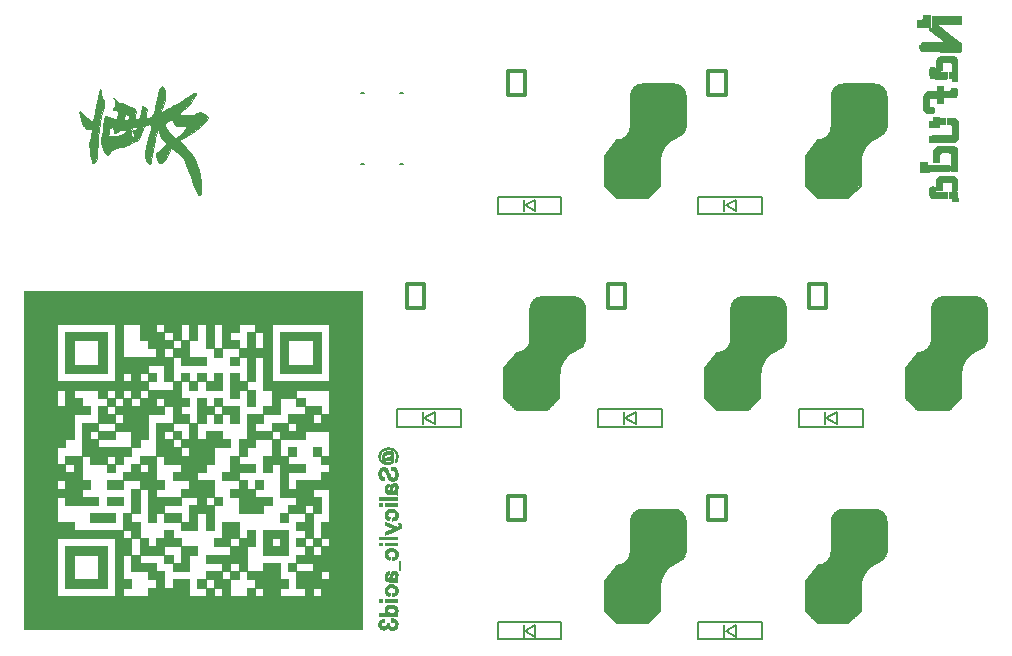
<source format=gbr>
G04 #@! TF.GenerationSoftware,KiCad,Pcbnew,(5.1.5)-3*
G04 #@! TF.CreationDate,2021-03-06T01:46:44+09:00*
G04 #@! TF.ProjectId,Nafuda,4e616675-6461-42e6-9b69-6361645f7063,rev?*
G04 #@! TF.SameCoordinates,Original*
G04 #@! TF.FileFunction,Legend,Bot*
G04 #@! TF.FilePolarity,Positive*
%FSLAX46Y46*%
G04 Gerber Fmt 4.6, Leading zero omitted, Abs format (unit mm)*
G04 Created by KiCad (PCBNEW (5.1.5)-3) date 2021-03-06 01:46:44*
%MOMM*%
%LPD*%
G04 APERTURE LIST*
%ADD10C,0.150000*%
%ADD11C,0.300000*%
%ADD12C,0.010000*%
G04 APERTURE END LIST*
D10*
X140500000Y-107950000D02*
X140750000Y-107950000D01*
X140750000Y-113950000D02*
X140500000Y-113950000D01*
X137500000Y-113950000D02*
X137250000Y-113950000D01*
X137250000Y-107950000D02*
X137500000Y-107950000D01*
X181725000Y-108200000D02*
X181725000Y-110800000D01*
X177075000Y-108200000D02*
X177075000Y-110775000D01*
X174875000Y-113225000D02*
X174875000Y-115775000D01*
X179525000Y-113800000D02*
X179525000Y-115775000D01*
X178075000Y-107200000D02*
X180725000Y-107200000D01*
X175900000Y-116800000D02*
X178500000Y-116800000D01*
X175900000Y-111950000D02*
G75*
G03X177075000Y-110775000I0J1175000D01*
G01*
X181021904Y-111662199D02*
G75*
G03X179525000Y-113800000I778096J-2137801D01*
G01*
X178500000Y-116800000D02*
X179525000Y-115775000D01*
X175900000Y-116800000D02*
X174875000Y-115775000D01*
X174875000Y-113225000D02*
X175900000Y-111950000D01*
X178075000Y-107200000D02*
G75*
G03X177075000Y-108200000I0J-1000000D01*
G01*
X180725000Y-107200000D02*
G75*
G02X181725000Y-108200000I0J-1000000D01*
G01*
X181723791Y-110800995D02*
G75*
G02X181021904Y-111662199I-926887J38796D01*
G01*
X178650000Y-116650000D02*
X175750000Y-116650000D01*
X178750000Y-116500000D02*
X175600000Y-116500000D01*
X178950000Y-116350000D02*
X175450000Y-116350000D01*
X179100000Y-116200000D02*
X175300000Y-116200000D01*
X179250000Y-116050000D02*
X175150000Y-116050000D01*
X179350000Y-115900000D02*
X175000000Y-115900000D01*
X179500000Y-115750000D02*
X174900000Y-115750000D01*
X179500000Y-115600000D02*
X174900000Y-115600000D01*
X179500000Y-115450000D02*
X174900000Y-115450000D01*
X179500000Y-115300000D02*
X174900000Y-115300000D01*
X179500000Y-115150000D02*
X174900000Y-115150000D01*
X179500000Y-115000000D02*
X174900000Y-115000000D01*
X179500000Y-114850000D02*
X174900000Y-114850000D01*
X179500000Y-114700000D02*
X174900000Y-114700000D01*
X179500000Y-114550000D02*
X174900000Y-114550000D01*
X179500000Y-114400000D02*
X174900000Y-114400000D01*
X179500000Y-114250000D02*
X174900000Y-114250000D01*
X179500000Y-114100000D02*
X174900000Y-114100000D01*
X179500000Y-113950000D02*
X174900000Y-113950000D01*
X179500000Y-113800000D02*
X174900000Y-113800000D01*
X179500000Y-113650000D02*
X174950000Y-113650000D01*
X179550000Y-113500000D02*
X174900000Y-113500000D01*
X179550000Y-113350000D02*
X174900000Y-113350000D01*
X179550000Y-113200000D02*
X174950000Y-113200000D01*
X179600000Y-113050000D02*
X175050000Y-113050000D01*
X179700000Y-112900000D02*
X175150000Y-112900000D01*
X179750000Y-112750000D02*
X175300000Y-112750000D01*
X179850000Y-112600000D02*
X175400000Y-112600000D01*
X179950000Y-112450000D02*
X175550000Y-112450000D01*
X180050000Y-112300000D02*
X175650000Y-112300000D01*
X180200000Y-112150000D02*
X175750000Y-112150000D01*
X180350000Y-112000000D02*
X175900000Y-112000000D01*
X180550000Y-111900000D02*
X176400000Y-111900000D01*
X180700000Y-111800000D02*
X176550000Y-111800000D01*
X180900000Y-111700000D02*
X176750000Y-111700000D01*
X181050000Y-111600000D02*
X176850000Y-111600000D01*
X181300000Y-111500000D02*
X176900000Y-111500000D01*
X181450000Y-111400000D02*
X176950000Y-111400000D01*
X181550000Y-111250000D02*
X177000000Y-111250000D01*
X181650000Y-111100000D02*
X177100000Y-111100000D01*
X181700000Y-110950000D02*
X177100000Y-110950000D01*
X181700000Y-110800000D02*
X177100000Y-110800000D01*
X181700000Y-110650000D02*
X177150000Y-110650000D01*
X181700000Y-110500000D02*
X177100000Y-110500000D01*
X181700000Y-110350000D02*
X177100000Y-110350000D01*
X181700000Y-110200000D02*
X177100000Y-110200000D01*
X181700000Y-110050000D02*
X177100000Y-110050000D01*
X181700000Y-109900000D02*
X177100000Y-109900000D01*
X181700000Y-109750000D02*
X177100000Y-109750000D01*
X181700000Y-109600000D02*
X177100000Y-109600000D01*
X181700000Y-109450000D02*
X177100000Y-109450000D01*
X181700000Y-109300000D02*
X177100000Y-109300000D01*
X181700000Y-109150000D02*
X177100000Y-109150000D01*
X181700000Y-109000000D02*
X177100000Y-109000000D01*
X181700000Y-108850000D02*
X177100000Y-108850000D01*
X181700000Y-108700000D02*
X177100000Y-108700000D01*
X181700000Y-108550000D02*
X177100000Y-108550000D01*
X181700000Y-108400000D02*
X177100000Y-108400000D01*
X181700000Y-108250000D02*
X177100000Y-108250000D01*
X181700000Y-108100000D02*
X177150000Y-108100000D01*
X181650000Y-107950000D02*
X177150000Y-107950000D01*
X181600000Y-107800000D02*
X177200000Y-107800000D01*
X181500000Y-107650000D02*
X177300000Y-107650000D01*
X181400000Y-107550000D02*
X177450000Y-107550000D01*
X181300000Y-107450000D02*
X177550000Y-107450000D01*
X181150000Y-107350000D02*
X177600000Y-107350000D01*
X171200000Y-118200000D02*
X171200000Y-116700000D01*
X165800000Y-118200000D02*
X171200000Y-118200000D01*
X165800000Y-116700000D02*
X165800000Y-118200000D01*
X171200000Y-116700000D02*
X165800000Y-116700000D01*
X169000000Y-117950000D02*
X168100000Y-117450000D01*
X169000000Y-116950000D02*
X169000000Y-117950000D01*
X168100000Y-117450000D02*
X169000000Y-116950000D01*
X168000000Y-116950000D02*
X168000000Y-117950000D01*
D11*
X158150000Y-124070000D02*
X159600000Y-124070000D01*
X159600000Y-124070000D02*
X159600000Y-126120000D01*
X159600000Y-126120000D02*
X158150000Y-126120000D01*
X158150000Y-126120000D02*
X158150000Y-124070000D01*
D10*
X164725000Y-108200000D02*
X164725000Y-110800000D01*
X160075000Y-108200000D02*
X160075000Y-110775000D01*
X157875000Y-113225000D02*
X157875000Y-115775000D01*
X162525000Y-113800000D02*
X162525000Y-115775000D01*
X161075000Y-107200000D02*
X163725000Y-107200000D01*
X158900000Y-116800000D02*
X161500000Y-116800000D01*
X158900000Y-111950000D02*
G75*
G03X160075000Y-110775000I0J1175000D01*
G01*
X164021904Y-111662199D02*
G75*
G03X162525000Y-113800000I778096J-2137801D01*
G01*
X161500000Y-116800000D02*
X162525000Y-115775000D01*
X158900000Y-116800000D02*
X157875000Y-115775000D01*
X157875000Y-113225000D02*
X158900000Y-111950000D01*
X161075000Y-107200000D02*
G75*
G03X160075000Y-108200000I0J-1000000D01*
G01*
X163725000Y-107200000D02*
G75*
G02X164725000Y-108200000I0J-1000000D01*
G01*
X164723791Y-110800995D02*
G75*
G02X164021904Y-111662199I-926887J38796D01*
G01*
X161650000Y-116650000D02*
X158750000Y-116650000D01*
X161750000Y-116500000D02*
X158600000Y-116500000D01*
X161950000Y-116350000D02*
X158450000Y-116350000D01*
X162100000Y-116200000D02*
X158300000Y-116200000D01*
X162250000Y-116050000D02*
X158150000Y-116050000D01*
X162350000Y-115900000D02*
X158000000Y-115900000D01*
X162500000Y-115750000D02*
X157900000Y-115750000D01*
X162500000Y-115600000D02*
X157900000Y-115600000D01*
X162500000Y-115450000D02*
X157900000Y-115450000D01*
X162500000Y-115300000D02*
X157900000Y-115300000D01*
X162500000Y-115150000D02*
X157900000Y-115150000D01*
X162500000Y-115000000D02*
X157900000Y-115000000D01*
X162500000Y-114850000D02*
X157900000Y-114850000D01*
X162500000Y-114700000D02*
X157900000Y-114700000D01*
X162500000Y-114550000D02*
X157900000Y-114550000D01*
X162500000Y-114400000D02*
X157900000Y-114400000D01*
X162500000Y-114250000D02*
X157900000Y-114250000D01*
X162500000Y-114100000D02*
X157900000Y-114100000D01*
X162500000Y-113950000D02*
X157900000Y-113950000D01*
X162500000Y-113800000D02*
X157900000Y-113800000D01*
X162500000Y-113650000D02*
X157950000Y-113650000D01*
X162550000Y-113500000D02*
X157900000Y-113500000D01*
X162550000Y-113350000D02*
X157900000Y-113350000D01*
X162550000Y-113200000D02*
X157950000Y-113200000D01*
X162600000Y-113050000D02*
X158050000Y-113050000D01*
X162700000Y-112900000D02*
X158150000Y-112900000D01*
X162750000Y-112750000D02*
X158300000Y-112750000D01*
X162850000Y-112600000D02*
X158400000Y-112600000D01*
X162950000Y-112450000D02*
X158550000Y-112450000D01*
X163050000Y-112300000D02*
X158650000Y-112300000D01*
X163200000Y-112150000D02*
X158750000Y-112150000D01*
X163350000Y-112000000D02*
X158900000Y-112000000D01*
X163550000Y-111900000D02*
X159400000Y-111900000D01*
X163700000Y-111800000D02*
X159550000Y-111800000D01*
X163900000Y-111700000D02*
X159750000Y-111700000D01*
X164050000Y-111600000D02*
X159850000Y-111600000D01*
X164300000Y-111500000D02*
X159900000Y-111500000D01*
X164450000Y-111400000D02*
X159950000Y-111400000D01*
X164550000Y-111250000D02*
X160000000Y-111250000D01*
X164650000Y-111100000D02*
X160100000Y-111100000D01*
X164700000Y-110950000D02*
X160100000Y-110950000D01*
X164700000Y-110800000D02*
X160100000Y-110800000D01*
X164700000Y-110650000D02*
X160150000Y-110650000D01*
X164700000Y-110500000D02*
X160100000Y-110500000D01*
X164700000Y-110350000D02*
X160100000Y-110350000D01*
X164700000Y-110200000D02*
X160100000Y-110200000D01*
X164700000Y-110050000D02*
X160100000Y-110050000D01*
X164700000Y-109900000D02*
X160100000Y-109900000D01*
X164700000Y-109750000D02*
X160100000Y-109750000D01*
X164700000Y-109600000D02*
X160100000Y-109600000D01*
X164700000Y-109450000D02*
X160100000Y-109450000D01*
X164700000Y-109300000D02*
X160100000Y-109300000D01*
X164700000Y-109150000D02*
X160100000Y-109150000D01*
X164700000Y-109000000D02*
X160100000Y-109000000D01*
X164700000Y-108850000D02*
X160100000Y-108850000D01*
X164700000Y-108700000D02*
X160100000Y-108700000D01*
X164700000Y-108550000D02*
X160100000Y-108550000D01*
X164700000Y-108400000D02*
X160100000Y-108400000D01*
X164700000Y-108250000D02*
X160100000Y-108250000D01*
X164700000Y-108100000D02*
X160150000Y-108100000D01*
X164650000Y-107950000D02*
X160150000Y-107950000D01*
X164600000Y-107800000D02*
X160200000Y-107800000D01*
X164500000Y-107650000D02*
X160300000Y-107650000D01*
X164400000Y-107550000D02*
X160450000Y-107550000D01*
X164300000Y-107450000D02*
X160550000Y-107450000D01*
X164150000Y-107350000D02*
X160600000Y-107350000D01*
X189650000Y-125350000D02*
X186100000Y-125350000D01*
X189800000Y-125450000D02*
X186050000Y-125450000D01*
X189900000Y-125550000D02*
X185950000Y-125550000D01*
X190000000Y-125650000D02*
X185800000Y-125650000D01*
X190100000Y-125800000D02*
X185700000Y-125800000D01*
X190150000Y-125950000D02*
X185650000Y-125950000D01*
X190200000Y-126100000D02*
X185650000Y-126100000D01*
X190200000Y-126250000D02*
X185600000Y-126250000D01*
X190200000Y-126400000D02*
X185600000Y-126400000D01*
X190200000Y-126550000D02*
X185600000Y-126550000D01*
X190200000Y-126700000D02*
X185600000Y-126700000D01*
X190200000Y-126850000D02*
X185600000Y-126850000D01*
X190200000Y-127000000D02*
X185600000Y-127000000D01*
X190200000Y-127150000D02*
X185600000Y-127150000D01*
X190200000Y-127300000D02*
X185600000Y-127300000D01*
X190200000Y-127450000D02*
X185600000Y-127450000D01*
X190200000Y-127600000D02*
X185600000Y-127600000D01*
X190200000Y-127750000D02*
X185600000Y-127750000D01*
X190200000Y-127900000D02*
X185600000Y-127900000D01*
X190200000Y-128050000D02*
X185600000Y-128050000D01*
X190200000Y-128200000D02*
X185600000Y-128200000D01*
X190200000Y-128350000D02*
X185600000Y-128350000D01*
X190200000Y-128500000D02*
X185600000Y-128500000D01*
X190200000Y-128650000D02*
X185650000Y-128650000D01*
X190200000Y-128800000D02*
X185600000Y-128800000D01*
X190200000Y-128950000D02*
X185600000Y-128950000D01*
X190150000Y-129100000D02*
X185600000Y-129100000D01*
X190050000Y-129250000D02*
X185500000Y-129250000D01*
X189950000Y-129400000D02*
X185450000Y-129400000D01*
X189800000Y-129500000D02*
X185400000Y-129500000D01*
X189550000Y-129600000D02*
X185350000Y-129600000D01*
X189400000Y-129700000D02*
X185250000Y-129700000D01*
X189200000Y-129800000D02*
X185050000Y-129800000D01*
X189050000Y-129900000D02*
X184900000Y-129900000D01*
X188850000Y-130000000D02*
X184400000Y-130000000D01*
X188700000Y-130150000D02*
X184250000Y-130150000D01*
X188550000Y-130300000D02*
X184150000Y-130300000D01*
X188450000Y-130450000D02*
X184050000Y-130450000D01*
X188350000Y-130600000D02*
X183900000Y-130600000D01*
X188250000Y-130750000D02*
X183800000Y-130750000D01*
X188200000Y-130900000D02*
X183650000Y-130900000D01*
X188100000Y-131050000D02*
X183550000Y-131050000D01*
X188050000Y-131200000D02*
X183450000Y-131200000D01*
X188050000Y-131350000D02*
X183400000Y-131350000D01*
X188050000Y-131500000D02*
X183400000Y-131500000D01*
X188000000Y-131650000D02*
X183450000Y-131650000D01*
X188000000Y-131800000D02*
X183400000Y-131800000D01*
X188000000Y-131950000D02*
X183400000Y-131950000D01*
X188000000Y-132100000D02*
X183400000Y-132100000D01*
X188000000Y-132250000D02*
X183400000Y-132250000D01*
X188000000Y-132400000D02*
X183400000Y-132400000D01*
X188000000Y-132550000D02*
X183400000Y-132550000D01*
X188000000Y-132700000D02*
X183400000Y-132700000D01*
X188000000Y-132850000D02*
X183400000Y-132850000D01*
X188000000Y-133000000D02*
X183400000Y-133000000D01*
X188000000Y-133150000D02*
X183400000Y-133150000D01*
X188000000Y-133300000D02*
X183400000Y-133300000D01*
X188000000Y-133450000D02*
X183400000Y-133450000D01*
X188000000Y-133600000D02*
X183400000Y-133600000D01*
X188000000Y-133750000D02*
X183400000Y-133750000D01*
X187850000Y-133900000D02*
X183500000Y-133900000D01*
X187750000Y-134050000D02*
X183650000Y-134050000D01*
X187600000Y-134200000D02*
X183800000Y-134200000D01*
X187450000Y-134350000D02*
X183950000Y-134350000D01*
X187250000Y-134500000D02*
X184100000Y-134500000D01*
X187150000Y-134650000D02*
X184250000Y-134650000D01*
X190223791Y-128800995D02*
G75*
G02X189521904Y-129662199I-926887J38796D01*
G01*
X189225000Y-125200000D02*
G75*
G02X190225000Y-126200000I0J-1000000D01*
G01*
X186575000Y-125200000D02*
G75*
G03X185575000Y-126200000I0J-1000000D01*
G01*
X183375000Y-131225000D02*
X184400000Y-129950000D01*
X184400000Y-134800000D02*
X183375000Y-133775000D01*
X187000000Y-134800000D02*
X188025000Y-133775000D01*
X189521904Y-129662199D02*
G75*
G03X188025000Y-131800000I778096J-2137801D01*
G01*
X184400000Y-129950000D02*
G75*
G03X185575000Y-128775000I0J1175000D01*
G01*
X184400000Y-134800000D02*
X187000000Y-134800000D01*
X186575000Y-125200000D02*
X189225000Y-125200000D01*
X188025000Y-131800000D02*
X188025000Y-133775000D01*
X183375000Y-131225000D02*
X183375000Y-133775000D01*
X185575000Y-126200000D02*
X185575000Y-128775000D01*
X190225000Y-126200000D02*
X190225000Y-128800000D01*
X173225000Y-126200000D02*
X173225000Y-128800000D01*
X168575000Y-126200000D02*
X168575000Y-128775000D01*
X166375000Y-131225000D02*
X166375000Y-133775000D01*
X171025000Y-131800000D02*
X171025000Y-133775000D01*
X169575000Y-125200000D02*
X172225000Y-125200000D01*
X167400000Y-134800000D02*
X170000000Y-134800000D01*
X167400000Y-129950000D02*
G75*
G03X168575000Y-128775000I0J1175000D01*
G01*
X172521904Y-129662199D02*
G75*
G03X171025000Y-131800000I778096J-2137801D01*
G01*
X170000000Y-134800000D02*
X171025000Y-133775000D01*
X167400000Y-134800000D02*
X166375000Y-133775000D01*
X166375000Y-131225000D02*
X167400000Y-129950000D01*
X169575000Y-125200000D02*
G75*
G03X168575000Y-126200000I0J-1000000D01*
G01*
X172225000Y-125200000D02*
G75*
G02X173225000Y-126200000I0J-1000000D01*
G01*
X173223791Y-128800995D02*
G75*
G02X172521904Y-129662199I-926887J38796D01*
G01*
X170150000Y-134650000D02*
X167250000Y-134650000D01*
X170250000Y-134500000D02*
X167100000Y-134500000D01*
X170450000Y-134350000D02*
X166950000Y-134350000D01*
X170600000Y-134200000D02*
X166800000Y-134200000D01*
X170750000Y-134050000D02*
X166650000Y-134050000D01*
X170850000Y-133900000D02*
X166500000Y-133900000D01*
X171000000Y-133750000D02*
X166400000Y-133750000D01*
X171000000Y-133600000D02*
X166400000Y-133600000D01*
X171000000Y-133450000D02*
X166400000Y-133450000D01*
X171000000Y-133300000D02*
X166400000Y-133300000D01*
X171000000Y-133150000D02*
X166400000Y-133150000D01*
X171000000Y-133000000D02*
X166400000Y-133000000D01*
X171000000Y-132850000D02*
X166400000Y-132850000D01*
X171000000Y-132700000D02*
X166400000Y-132700000D01*
X171000000Y-132550000D02*
X166400000Y-132550000D01*
X171000000Y-132400000D02*
X166400000Y-132400000D01*
X171000000Y-132250000D02*
X166400000Y-132250000D01*
X171000000Y-132100000D02*
X166400000Y-132100000D01*
X171000000Y-131950000D02*
X166400000Y-131950000D01*
X171000000Y-131800000D02*
X166400000Y-131800000D01*
X171000000Y-131650000D02*
X166450000Y-131650000D01*
X171050000Y-131500000D02*
X166400000Y-131500000D01*
X171050000Y-131350000D02*
X166400000Y-131350000D01*
X171050000Y-131200000D02*
X166450000Y-131200000D01*
X171100000Y-131050000D02*
X166550000Y-131050000D01*
X171200000Y-130900000D02*
X166650000Y-130900000D01*
X171250000Y-130750000D02*
X166800000Y-130750000D01*
X171350000Y-130600000D02*
X166900000Y-130600000D01*
X171450000Y-130450000D02*
X167050000Y-130450000D01*
X171550000Y-130300000D02*
X167150000Y-130300000D01*
X171700000Y-130150000D02*
X167250000Y-130150000D01*
X171850000Y-130000000D02*
X167400000Y-130000000D01*
X172050000Y-129900000D02*
X167900000Y-129900000D01*
X172200000Y-129800000D02*
X168050000Y-129800000D01*
X172400000Y-129700000D02*
X168250000Y-129700000D01*
X172550000Y-129600000D02*
X168350000Y-129600000D01*
X172800000Y-129500000D02*
X168400000Y-129500000D01*
X172950000Y-129400000D02*
X168450000Y-129400000D01*
X173050000Y-129250000D02*
X168500000Y-129250000D01*
X173150000Y-129100000D02*
X168600000Y-129100000D01*
X173200000Y-128950000D02*
X168600000Y-128950000D01*
X173200000Y-128800000D02*
X168600000Y-128800000D01*
X173200000Y-128650000D02*
X168650000Y-128650000D01*
X173200000Y-128500000D02*
X168600000Y-128500000D01*
X173200000Y-128350000D02*
X168600000Y-128350000D01*
X173200000Y-128200000D02*
X168600000Y-128200000D01*
X173200000Y-128050000D02*
X168600000Y-128050000D01*
X173200000Y-127900000D02*
X168600000Y-127900000D01*
X173200000Y-127750000D02*
X168600000Y-127750000D01*
X173200000Y-127600000D02*
X168600000Y-127600000D01*
X173200000Y-127450000D02*
X168600000Y-127450000D01*
X173200000Y-127300000D02*
X168600000Y-127300000D01*
X173200000Y-127150000D02*
X168600000Y-127150000D01*
X173200000Y-127000000D02*
X168600000Y-127000000D01*
X173200000Y-126850000D02*
X168600000Y-126850000D01*
X173200000Y-126700000D02*
X168600000Y-126700000D01*
X173200000Y-126550000D02*
X168600000Y-126550000D01*
X173200000Y-126400000D02*
X168600000Y-126400000D01*
X173200000Y-126250000D02*
X168600000Y-126250000D01*
X173200000Y-126100000D02*
X168650000Y-126100000D01*
X173150000Y-125950000D02*
X168650000Y-125950000D01*
X173100000Y-125800000D02*
X168700000Y-125800000D01*
X173000000Y-125650000D02*
X168800000Y-125650000D01*
X172900000Y-125550000D02*
X168950000Y-125550000D01*
X172800000Y-125450000D02*
X169050000Y-125450000D01*
X172650000Y-125350000D02*
X169100000Y-125350000D01*
X155650000Y-125350000D02*
X152100000Y-125350000D01*
X155800000Y-125450000D02*
X152050000Y-125450000D01*
X155900000Y-125550000D02*
X151950000Y-125550000D01*
X156000000Y-125650000D02*
X151800000Y-125650000D01*
X156100000Y-125800000D02*
X151700000Y-125800000D01*
X156150000Y-125950000D02*
X151650000Y-125950000D01*
X156200000Y-126100000D02*
X151650000Y-126100000D01*
X156200000Y-126250000D02*
X151600000Y-126250000D01*
X156200000Y-126400000D02*
X151600000Y-126400000D01*
X156200000Y-126550000D02*
X151600000Y-126550000D01*
X156200000Y-126700000D02*
X151600000Y-126700000D01*
X156200000Y-126850000D02*
X151600000Y-126850000D01*
X156200000Y-127000000D02*
X151600000Y-127000000D01*
X156200000Y-127150000D02*
X151600000Y-127150000D01*
X156200000Y-127300000D02*
X151600000Y-127300000D01*
X156200000Y-127450000D02*
X151600000Y-127450000D01*
X156200000Y-127600000D02*
X151600000Y-127600000D01*
X156200000Y-127750000D02*
X151600000Y-127750000D01*
X156200000Y-127900000D02*
X151600000Y-127900000D01*
X156200000Y-128050000D02*
X151600000Y-128050000D01*
X156200000Y-128200000D02*
X151600000Y-128200000D01*
X156200000Y-128350000D02*
X151600000Y-128350000D01*
X156200000Y-128500000D02*
X151600000Y-128500000D01*
X156200000Y-128650000D02*
X151650000Y-128650000D01*
X156200000Y-128800000D02*
X151600000Y-128800000D01*
X156200000Y-128950000D02*
X151600000Y-128950000D01*
X156150000Y-129100000D02*
X151600000Y-129100000D01*
X156050000Y-129250000D02*
X151500000Y-129250000D01*
X155950000Y-129400000D02*
X151450000Y-129400000D01*
X155800000Y-129500000D02*
X151400000Y-129500000D01*
X155550000Y-129600000D02*
X151350000Y-129600000D01*
X155400000Y-129700000D02*
X151250000Y-129700000D01*
X155200000Y-129800000D02*
X151050000Y-129800000D01*
X155050000Y-129900000D02*
X150900000Y-129900000D01*
X154850000Y-130000000D02*
X150400000Y-130000000D01*
X154700000Y-130150000D02*
X150250000Y-130150000D01*
X154550000Y-130300000D02*
X150150000Y-130300000D01*
X154450000Y-130450000D02*
X150050000Y-130450000D01*
X154350000Y-130600000D02*
X149900000Y-130600000D01*
X154250000Y-130750000D02*
X149800000Y-130750000D01*
X154200000Y-130900000D02*
X149650000Y-130900000D01*
X154100000Y-131050000D02*
X149550000Y-131050000D01*
X154050000Y-131200000D02*
X149450000Y-131200000D01*
X154050000Y-131350000D02*
X149400000Y-131350000D01*
X154050000Y-131500000D02*
X149400000Y-131500000D01*
X154000000Y-131650000D02*
X149450000Y-131650000D01*
X154000000Y-131800000D02*
X149400000Y-131800000D01*
X154000000Y-131950000D02*
X149400000Y-131950000D01*
X154000000Y-132100000D02*
X149400000Y-132100000D01*
X154000000Y-132250000D02*
X149400000Y-132250000D01*
X154000000Y-132400000D02*
X149400000Y-132400000D01*
X154000000Y-132550000D02*
X149400000Y-132550000D01*
X154000000Y-132700000D02*
X149400000Y-132700000D01*
X154000000Y-132850000D02*
X149400000Y-132850000D01*
X154000000Y-133000000D02*
X149400000Y-133000000D01*
X154000000Y-133150000D02*
X149400000Y-133150000D01*
X154000000Y-133300000D02*
X149400000Y-133300000D01*
X154000000Y-133450000D02*
X149400000Y-133450000D01*
X154000000Y-133600000D02*
X149400000Y-133600000D01*
X154000000Y-133750000D02*
X149400000Y-133750000D01*
X153850000Y-133900000D02*
X149500000Y-133900000D01*
X153750000Y-134050000D02*
X149650000Y-134050000D01*
X153600000Y-134200000D02*
X149800000Y-134200000D01*
X153450000Y-134350000D02*
X149950000Y-134350000D01*
X153250000Y-134500000D02*
X150100000Y-134500000D01*
X153150000Y-134650000D02*
X150250000Y-134650000D01*
X156223791Y-128800995D02*
G75*
G02X155521904Y-129662199I-926887J38796D01*
G01*
X155225000Y-125200000D02*
G75*
G02X156225000Y-126200000I0J-1000000D01*
G01*
X152575000Y-125200000D02*
G75*
G03X151575000Y-126200000I0J-1000000D01*
G01*
X149375000Y-131225000D02*
X150400000Y-129950000D01*
X150400000Y-134800000D02*
X149375000Y-133775000D01*
X153000000Y-134800000D02*
X154025000Y-133775000D01*
X155521904Y-129662199D02*
G75*
G03X154025000Y-131800000I778096J-2137801D01*
G01*
X150400000Y-129950000D02*
G75*
G03X151575000Y-128775000I0J1175000D01*
G01*
X150400000Y-134800000D02*
X153000000Y-134800000D01*
X152575000Y-125200000D02*
X155225000Y-125200000D01*
X154025000Y-131800000D02*
X154025000Y-133775000D01*
X149375000Y-131225000D02*
X149375000Y-133775000D01*
X151575000Y-126200000D02*
X151575000Y-128775000D01*
X156225000Y-126200000D02*
X156225000Y-128800000D01*
X181725000Y-144200000D02*
X181725000Y-146800000D01*
X177075000Y-144200000D02*
X177075000Y-146775000D01*
X174875000Y-149225000D02*
X174875000Y-151775000D01*
X179525000Y-149800000D02*
X179525000Y-151775000D01*
X178075000Y-143200000D02*
X180725000Y-143200000D01*
X175900000Y-152800000D02*
X178500000Y-152800000D01*
X175900000Y-147950000D02*
G75*
G03X177075000Y-146775000I0J1175000D01*
G01*
X181021904Y-147662199D02*
G75*
G03X179525000Y-149800000I778096J-2137801D01*
G01*
X178500000Y-152800000D02*
X179525000Y-151775000D01*
X175900000Y-152800000D02*
X174875000Y-151775000D01*
X174875000Y-149225000D02*
X175900000Y-147950000D01*
X178075000Y-143200000D02*
G75*
G03X177075000Y-144200000I0J-1000000D01*
G01*
X180725000Y-143200000D02*
G75*
G02X181725000Y-144200000I0J-1000000D01*
G01*
X181723791Y-146800995D02*
G75*
G02X181021904Y-147662199I-926887J38796D01*
G01*
X178650000Y-152650000D02*
X175750000Y-152650000D01*
X178750000Y-152500000D02*
X175600000Y-152500000D01*
X178950000Y-152350000D02*
X175450000Y-152350000D01*
X179100000Y-152200000D02*
X175300000Y-152200000D01*
X179250000Y-152050000D02*
X175150000Y-152050000D01*
X179350000Y-151900000D02*
X175000000Y-151900000D01*
X179500000Y-151750000D02*
X174900000Y-151750000D01*
X179500000Y-151600000D02*
X174900000Y-151600000D01*
X179500000Y-151450000D02*
X174900000Y-151450000D01*
X179500000Y-151300000D02*
X174900000Y-151300000D01*
X179500000Y-151150000D02*
X174900000Y-151150000D01*
X179500000Y-151000000D02*
X174900000Y-151000000D01*
X179500000Y-150850000D02*
X174900000Y-150850000D01*
X179500000Y-150700000D02*
X174900000Y-150700000D01*
X179500000Y-150550000D02*
X174900000Y-150550000D01*
X179500000Y-150400000D02*
X174900000Y-150400000D01*
X179500000Y-150250000D02*
X174900000Y-150250000D01*
X179500000Y-150100000D02*
X174900000Y-150100000D01*
X179500000Y-149950000D02*
X174900000Y-149950000D01*
X179500000Y-149800000D02*
X174900000Y-149800000D01*
X179500000Y-149650000D02*
X174950000Y-149650000D01*
X179550000Y-149500000D02*
X174900000Y-149500000D01*
X179550000Y-149350000D02*
X174900000Y-149350000D01*
X179550000Y-149200000D02*
X174950000Y-149200000D01*
X179600000Y-149050000D02*
X175050000Y-149050000D01*
X179700000Y-148900000D02*
X175150000Y-148900000D01*
X179750000Y-148750000D02*
X175300000Y-148750000D01*
X179850000Y-148600000D02*
X175400000Y-148600000D01*
X179950000Y-148450000D02*
X175550000Y-148450000D01*
X180050000Y-148300000D02*
X175650000Y-148300000D01*
X180200000Y-148150000D02*
X175750000Y-148150000D01*
X180350000Y-148000000D02*
X175900000Y-148000000D01*
X180550000Y-147900000D02*
X176400000Y-147900000D01*
X180700000Y-147800000D02*
X176550000Y-147800000D01*
X180900000Y-147700000D02*
X176750000Y-147700000D01*
X181050000Y-147600000D02*
X176850000Y-147600000D01*
X181300000Y-147500000D02*
X176900000Y-147500000D01*
X181450000Y-147400000D02*
X176950000Y-147400000D01*
X181550000Y-147250000D02*
X177000000Y-147250000D01*
X181650000Y-147100000D02*
X177100000Y-147100000D01*
X181700000Y-146950000D02*
X177100000Y-146950000D01*
X181700000Y-146800000D02*
X177100000Y-146800000D01*
X181700000Y-146650000D02*
X177150000Y-146650000D01*
X181700000Y-146500000D02*
X177100000Y-146500000D01*
X181700000Y-146350000D02*
X177100000Y-146350000D01*
X181700000Y-146200000D02*
X177100000Y-146200000D01*
X181700000Y-146050000D02*
X177100000Y-146050000D01*
X181700000Y-145900000D02*
X177100000Y-145900000D01*
X181700000Y-145750000D02*
X177100000Y-145750000D01*
X181700000Y-145600000D02*
X177100000Y-145600000D01*
X181700000Y-145450000D02*
X177100000Y-145450000D01*
X181700000Y-145300000D02*
X177100000Y-145300000D01*
X181700000Y-145150000D02*
X177100000Y-145150000D01*
X181700000Y-145000000D02*
X177100000Y-145000000D01*
X181700000Y-144850000D02*
X177100000Y-144850000D01*
X181700000Y-144700000D02*
X177100000Y-144700000D01*
X181700000Y-144550000D02*
X177100000Y-144550000D01*
X181700000Y-144400000D02*
X177100000Y-144400000D01*
X181700000Y-144250000D02*
X177100000Y-144250000D01*
X181700000Y-144100000D02*
X177150000Y-144100000D01*
X181650000Y-143950000D02*
X177150000Y-143950000D01*
X181600000Y-143800000D02*
X177200000Y-143800000D01*
X181500000Y-143650000D02*
X177300000Y-143650000D01*
X181400000Y-143550000D02*
X177450000Y-143550000D01*
X181300000Y-143450000D02*
X177550000Y-143450000D01*
X181150000Y-143350000D02*
X177600000Y-143350000D01*
X164150000Y-143350000D02*
X160600000Y-143350000D01*
X164300000Y-143450000D02*
X160550000Y-143450000D01*
X164400000Y-143550000D02*
X160450000Y-143550000D01*
X164500000Y-143650000D02*
X160300000Y-143650000D01*
X164600000Y-143800000D02*
X160200000Y-143800000D01*
X164650000Y-143950000D02*
X160150000Y-143950000D01*
X164700000Y-144100000D02*
X160150000Y-144100000D01*
X164700000Y-144250000D02*
X160100000Y-144250000D01*
X164700000Y-144400000D02*
X160100000Y-144400000D01*
X164700000Y-144550000D02*
X160100000Y-144550000D01*
X164700000Y-144700000D02*
X160100000Y-144700000D01*
X164700000Y-144850000D02*
X160100000Y-144850000D01*
X164700000Y-145000000D02*
X160100000Y-145000000D01*
X164700000Y-145150000D02*
X160100000Y-145150000D01*
X164700000Y-145300000D02*
X160100000Y-145300000D01*
X164700000Y-145450000D02*
X160100000Y-145450000D01*
X164700000Y-145600000D02*
X160100000Y-145600000D01*
X164700000Y-145750000D02*
X160100000Y-145750000D01*
X164700000Y-145900000D02*
X160100000Y-145900000D01*
X164700000Y-146050000D02*
X160100000Y-146050000D01*
X164700000Y-146200000D02*
X160100000Y-146200000D01*
X164700000Y-146350000D02*
X160100000Y-146350000D01*
X164700000Y-146500000D02*
X160100000Y-146500000D01*
X164700000Y-146650000D02*
X160150000Y-146650000D01*
X164700000Y-146800000D02*
X160100000Y-146800000D01*
X164700000Y-146950000D02*
X160100000Y-146950000D01*
X164650000Y-147100000D02*
X160100000Y-147100000D01*
X164550000Y-147250000D02*
X160000000Y-147250000D01*
X164450000Y-147400000D02*
X159950000Y-147400000D01*
X164300000Y-147500000D02*
X159900000Y-147500000D01*
X164050000Y-147600000D02*
X159850000Y-147600000D01*
X163900000Y-147700000D02*
X159750000Y-147700000D01*
X163700000Y-147800000D02*
X159550000Y-147800000D01*
X163550000Y-147900000D02*
X159400000Y-147900000D01*
X163350000Y-148000000D02*
X158900000Y-148000000D01*
X163200000Y-148150000D02*
X158750000Y-148150000D01*
X163050000Y-148300000D02*
X158650000Y-148300000D01*
X162950000Y-148450000D02*
X158550000Y-148450000D01*
X162850000Y-148600000D02*
X158400000Y-148600000D01*
X162750000Y-148750000D02*
X158300000Y-148750000D01*
X162700000Y-148900000D02*
X158150000Y-148900000D01*
X162600000Y-149050000D02*
X158050000Y-149050000D01*
X162550000Y-149200000D02*
X157950000Y-149200000D01*
X162550000Y-149350000D02*
X157900000Y-149350000D01*
X162550000Y-149500000D02*
X157900000Y-149500000D01*
X162500000Y-149650000D02*
X157950000Y-149650000D01*
X162500000Y-149800000D02*
X157900000Y-149800000D01*
X162500000Y-149950000D02*
X157900000Y-149950000D01*
X162500000Y-150100000D02*
X157900000Y-150100000D01*
X162500000Y-150250000D02*
X157900000Y-150250000D01*
X162500000Y-150400000D02*
X157900000Y-150400000D01*
X162500000Y-150550000D02*
X157900000Y-150550000D01*
X162500000Y-150700000D02*
X157900000Y-150700000D01*
X162500000Y-150850000D02*
X157900000Y-150850000D01*
X162500000Y-151000000D02*
X157900000Y-151000000D01*
X162500000Y-151150000D02*
X157900000Y-151150000D01*
X162500000Y-151300000D02*
X157900000Y-151300000D01*
X162500000Y-151450000D02*
X157900000Y-151450000D01*
X162500000Y-151600000D02*
X157900000Y-151600000D01*
X162500000Y-151750000D02*
X157900000Y-151750000D01*
X162350000Y-151900000D02*
X158000000Y-151900000D01*
X162250000Y-152050000D02*
X158150000Y-152050000D01*
X162100000Y-152200000D02*
X158300000Y-152200000D01*
X161950000Y-152350000D02*
X158450000Y-152350000D01*
X161750000Y-152500000D02*
X158600000Y-152500000D01*
X161650000Y-152650000D02*
X158750000Y-152650000D01*
X164723791Y-146800995D02*
G75*
G02X164021904Y-147662199I-926887J38796D01*
G01*
X163725000Y-143200000D02*
G75*
G02X164725000Y-144200000I0J-1000000D01*
G01*
X161075000Y-143200000D02*
G75*
G03X160075000Y-144200000I0J-1000000D01*
G01*
X157875000Y-149225000D02*
X158900000Y-147950000D01*
X158900000Y-152800000D02*
X157875000Y-151775000D01*
X161500000Y-152800000D02*
X162525000Y-151775000D01*
X164021904Y-147662199D02*
G75*
G03X162525000Y-149800000I778096J-2137801D01*
G01*
X158900000Y-147950000D02*
G75*
G03X160075000Y-146775000I0J1175000D01*
G01*
X158900000Y-152800000D02*
X161500000Y-152800000D01*
X161075000Y-143200000D02*
X163725000Y-143200000D01*
X162525000Y-149800000D02*
X162525000Y-151775000D01*
X157875000Y-149225000D02*
X157875000Y-151775000D01*
X160075000Y-144200000D02*
X160075000Y-146775000D01*
X164725000Y-144200000D02*
X164725000Y-146800000D01*
X179700000Y-136200000D02*
X179700000Y-134700000D01*
X174300000Y-136200000D02*
X179700000Y-136200000D01*
X174300000Y-134700000D02*
X174300000Y-136200000D01*
X179700000Y-134700000D02*
X174300000Y-134700000D01*
X177500000Y-135950000D02*
X176600000Y-135450000D01*
X177500000Y-134950000D02*
X177500000Y-135950000D01*
X176600000Y-135450000D02*
X177500000Y-134950000D01*
X176500000Y-134950000D02*
X176500000Y-135950000D01*
X168000000Y-152950000D02*
X168000000Y-153950000D01*
X168100000Y-153450000D02*
X169000000Y-152950000D01*
X169000000Y-152950000D02*
X169000000Y-153950000D01*
X169000000Y-153950000D02*
X168100000Y-153450000D01*
X171200000Y-152700000D02*
X165800000Y-152700000D01*
X165800000Y-152700000D02*
X165800000Y-154200000D01*
X165800000Y-154200000D02*
X171200000Y-154200000D01*
X171200000Y-154200000D02*
X171200000Y-152700000D01*
X145700000Y-136200000D02*
X145700000Y-134700000D01*
X140300000Y-136200000D02*
X145700000Y-136200000D01*
X140300000Y-134700000D02*
X140300000Y-136200000D01*
X145700000Y-134700000D02*
X140300000Y-134700000D01*
X143500000Y-135950000D02*
X142600000Y-135450000D01*
X143500000Y-134950000D02*
X143500000Y-135950000D01*
X142600000Y-135450000D02*
X143500000Y-134950000D01*
X142500000Y-134950000D02*
X142500000Y-135950000D01*
X159500000Y-134950000D02*
X159500000Y-135950000D01*
X159600000Y-135450000D02*
X160500000Y-134950000D01*
X160500000Y-134950000D02*
X160500000Y-135950000D01*
X160500000Y-135950000D02*
X159600000Y-135450000D01*
X162700000Y-134700000D02*
X157300000Y-134700000D01*
X157300000Y-134700000D02*
X157300000Y-136200000D01*
X157300000Y-136200000D02*
X162700000Y-136200000D01*
X162700000Y-136200000D02*
X162700000Y-134700000D01*
X154200000Y-118200000D02*
X154200000Y-116700000D01*
X148800000Y-118200000D02*
X154200000Y-118200000D01*
X148800000Y-116700000D02*
X148800000Y-118200000D01*
X154200000Y-116700000D02*
X148800000Y-116700000D01*
X152000000Y-117950000D02*
X151100000Y-117450000D01*
X152000000Y-116950000D02*
X152000000Y-117950000D01*
X151100000Y-117450000D02*
X152000000Y-116950000D01*
X151000000Y-116950000D02*
X151000000Y-117950000D01*
X151000000Y-152950000D02*
X151000000Y-153950000D01*
X151100000Y-153450000D02*
X152000000Y-152950000D01*
X152000000Y-152950000D02*
X152000000Y-153950000D01*
X152000000Y-153950000D02*
X151100000Y-153450000D01*
X154200000Y-152700000D02*
X148800000Y-152700000D01*
X148800000Y-152700000D02*
X148800000Y-154200000D01*
X148800000Y-154200000D02*
X154200000Y-154200000D01*
X154200000Y-154200000D02*
X154200000Y-152700000D01*
D11*
X166650000Y-142070000D02*
X168100000Y-142070000D01*
X168100000Y-142070000D02*
X168100000Y-144120000D01*
X168100000Y-144120000D02*
X166650000Y-144120000D01*
X166650000Y-144120000D02*
X166650000Y-142070000D01*
X149650000Y-142070000D02*
X151100000Y-142070000D01*
X151100000Y-142070000D02*
X151100000Y-144120000D01*
X151100000Y-144120000D02*
X149650000Y-144120000D01*
X149650000Y-144120000D02*
X149650000Y-142070000D01*
X175150000Y-124070000D02*
X176600000Y-124070000D01*
X176600000Y-124070000D02*
X176600000Y-126120000D01*
X176600000Y-126120000D02*
X175150000Y-126120000D01*
X175150000Y-126120000D02*
X175150000Y-124070000D01*
X166650000Y-108120000D02*
X166650000Y-106070000D01*
X168100000Y-108120000D02*
X166650000Y-108120000D01*
X168100000Y-106070000D02*
X168100000Y-108120000D01*
X166650000Y-106070000D02*
X168100000Y-106070000D01*
X149650000Y-106070000D02*
X151100000Y-106070000D01*
X151100000Y-106070000D02*
X151100000Y-108120000D01*
X151100000Y-108120000D02*
X149650000Y-108120000D01*
X149650000Y-108120000D02*
X149650000Y-106070000D01*
X141150000Y-126120000D02*
X141150000Y-124070000D01*
X142600000Y-126120000D02*
X141150000Y-126120000D01*
X142600000Y-124070000D02*
X142600000Y-126120000D01*
X141150000Y-124070000D02*
X142600000Y-124070000D01*
D12*
G36*
X113432042Y-109825166D02*
G01*
X113515498Y-110146615D01*
X113621654Y-110469883D01*
X113733873Y-110732318D01*
X113752602Y-110766808D01*
X113911601Y-110969981D01*
X114108999Y-111021301D01*
X114199067Y-111012467D01*
X114369853Y-110996650D01*
X114443220Y-111048182D01*
X114444002Y-111216198D01*
X114413565Y-111436858D01*
X114354033Y-111727259D01*
X114282689Y-111923941D01*
X114252300Y-111962408D01*
X114220152Y-112085550D01*
X114221053Y-112351175D01*
X114248205Y-112702512D01*
X114294806Y-113082787D01*
X114354055Y-113435231D01*
X114419153Y-113703072D01*
X114475179Y-113823019D01*
X114620779Y-113851174D01*
X114739465Y-113764077D01*
X114812024Y-113647801D01*
X114863195Y-113446042D01*
X114897413Y-113125208D01*
X114919112Y-112651706D01*
X114926677Y-112346031D01*
X114953657Y-111658389D01*
X115011900Y-111075359D01*
X115114582Y-110499161D01*
X115255066Y-109908780D01*
X115385169Y-109380627D01*
X115460741Y-109012645D01*
X115486362Y-108770596D01*
X115466610Y-108620237D01*
X115435374Y-108560455D01*
X115341143Y-108356281D01*
X115257584Y-108054523D01*
X115240152Y-107963275D01*
X115191059Y-107709415D01*
X115149867Y-107634262D01*
X115097558Y-107715111D01*
X115076340Y-107767714D01*
X115021966Y-107965617D01*
X114949353Y-108308721D01*
X114869764Y-108741183D01*
X114821795Y-109030059D01*
X114727964Y-109614509D01*
X114652092Y-110016528D01*
X114577516Y-110253914D01*
X114487576Y-110344465D01*
X114365612Y-110305980D01*
X114194962Y-110156256D01*
X113977353Y-109932149D01*
X113719051Y-109677129D01*
X113516131Y-109500900D01*
X113406524Y-109435892D01*
X113399791Y-109438341D01*
X113387927Y-109568190D01*
X113432042Y-109825166D01*
G37*
X113432042Y-109825166D02*
X113515498Y-110146615D01*
X113621654Y-110469883D01*
X113733873Y-110732318D01*
X113752602Y-110766808D01*
X113911601Y-110969981D01*
X114108999Y-111021301D01*
X114199067Y-111012467D01*
X114369853Y-110996650D01*
X114443220Y-111048182D01*
X114444002Y-111216198D01*
X114413565Y-111436858D01*
X114354033Y-111727259D01*
X114282689Y-111923941D01*
X114252300Y-111962408D01*
X114220152Y-112085550D01*
X114221053Y-112351175D01*
X114248205Y-112702512D01*
X114294806Y-113082787D01*
X114354055Y-113435231D01*
X114419153Y-113703072D01*
X114475179Y-113823019D01*
X114620779Y-113851174D01*
X114739465Y-113764077D01*
X114812024Y-113647801D01*
X114863195Y-113446042D01*
X114897413Y-113125208D01*
X114919112Y-112651706D01*
X114926677Y-112346031D01*
X114953657Y-111658389D01*
X115011900Y-111075359D01*
X115114582Y-110499161D01*
X115255066Y-109908780D01*
X115385169Y-109380627D01*
X115460741Y-109012645D01*
X115486362Y-108770596D01*
X115466610Y-108620237D01*
X115435374Y-108560455D01*
X115341143Y-108356281D01*
X115257584Y-108054523D01*
X115240152Y-107963275D01*
X115191059Y-107709415D01*
X115149867Y-107634262D01*
X115097558Y-107715111D01*
X115076340Y-107767714D01*
X115021966Y-107965617D01*
X114949353Y-108308721D01*
X114869764Y-108741183D01*
X114821795Y-109030059D01*
X114727964Y-109614509D01*
X114652092Y-110016528D01*
X114577516Y-110253914D01*
X114487576Y-110344465D01*
X114365612Y-110305980D01*
X114194962Y-110156256D01*
X113977353Y-109932149D01*
X113719051Y-109677129D01*
X113516131Y-109500900D01*
X113406524Y-109435892D01*
X113399791Y-109438341D01*
X113387927Y-109568190D01*
X113432042Y-109825166D01*
G36*
X115290985Y-112380902D02*
G01*
X115410761Y-112668320D01*
X115413131Y-112673489D01*
X115590793Y-113007085D01*
X115737444Y-113149049D01*
X115867521Y-113105801D01*
X115977510Y-112924550D01*
X116161395Y-112727206D01*
X116479421Y-112567011D01*
X116862660Y-112473870D01*
X117044247Y-112461766D01*
X117240708Y-112416132D01*
X117524826Y-112301623D01*
X117653847Y-112238278D01*
X117940946Y-112103481D01*
X118171044Y-112021022D01*
X118234000Y-112009678D01*
X118354332Y-111910938D01*
X118501044Y-111640282D01*
X118623413Y-111328496D01*
X118758812Y-110968071D01*
X118871044Y-110757960D01*
X118993406Y-110653279D01*
X119156813Y-110609493D01*
X119308548Y-110595344D01*
X119401981Y-110625903D01*
X119438087Y-110730888D01*
X119417838Y-110940018D01*
X119342206Y-111283011D01*
X119212164Y-111789586D01*
X119197295Y-111846235D01*
X119042288Y-112497754D01*
X118965325Y-112993298D01*
X118965483Y-113364118D01*
X119041838Y-113641467D01*
X119139654Y-113796144D01*
X119291018Y-113947749D01*
X119387835Y-113982392D01*
X119389373Y-113981013D01*
X119424986Y-113866655D01*
X119486469Y-113587993D01*
X119566541Y-113181203D01*
X119657924Y-112682461D01*
X119705849Y-112408364D01*
X119824407Y-111761415D01*
X119930379Y-111265041D01*
X120020495Y-110928743D01*
X120091485Y-110762020D01*
X120140081Y-110774372D01*
X120163013Y-110975299D01*
X120164400Y-111075959D01*
X120240042Y-111570957D01*
X120475125Y-111953417D01*
X120607863Y-112074224D01*
X120824344Y-112246049D01*
X120418172Y-112607545D01*
X120174978Y-112810296D01*
X119988073Y-112941499D01*
X119923100Y-112969120D01*
X119878792Y-113051606D01*
X119893281Y-113249573D01*
X119952031Y-113488999D01*
X120040505Y-113695859D01*
X120075843Y-113746916D01*
X120250048Y-113867021D01*
X120331478Y-113883600D01*
X120470814Y-113799428D01*
X120651138Y-113585865D01*
X120835887Y-113301339D01*
X120988499Y-113004281D01*
X121072413Y-112753118D01*
X121078800Y-112689318D01*
X121091226Y-112580046D01*
X121148695Y-112558886D01*
X121281496Y-112640186D01*
X121519914Y-112838296D01*
X121669496Y-112969172D01*
X121847884Y-113125086D01*
X121990128Y-113256488D01*
X122109035Y-113388929D01*
X122217410Y-113547961D01*
X122328058Y-113759135D01*
X122453784Y-114048004D01*
X122607395Y-114440118D01*
X122801695Y-114961029D01*
X123049490Y-115636290D01*
X123167595Y-115958442D01*
X123323733Y-116315901D01*
X123472760Y-116534303D01*
X123554374Y-116584452D01*
X123659314Y-116512585D01*
X123710969Y-116281710D01*
X123714099Y-115927555D01*
X123673463Y-115485845D01*
X123593820Y-114992308D01*
X123479929Y-114482668D01*
X123336550Y-113992654D01*
X123168443Y-113557991D01*
X123144254Y-113505797D01*
X122987722Y-113250297D01*
X122736829Y-112917978D01*
X122441852Y-112574742D01*
X122397623Y-112527145D01*
X121827623Y-111920719D01*
X122494611Y-111586096D01*
X122890292Y-111354871D01*
X123285679Y-111068116D01*
X123649469Y-110756158D01*
X123950361Y-110449327D01*
X124157054Y-110177952D01*
X124238247Y-109972362D01*
X124225348Y-109909123D01*
X124068093Y-109754441D01*
X123830297Y-109619836D01*
X123583327Y-109548362D01*
X123390390Y-109598007D01*
X123297283Y-109657313D01*
X123054360Y-109752130D01*
X122705265Y-109807038D01*
X122334550Y-109817401D01*
X122026767Y-109778586D01*
X121912739Y-109733214D01*
X121882269Y-109644554D01*
X122011689Y-109500337D01*
X122199066Y-109360552D01*
X122494230Y-109106694D01*
X122801228Y-108767435D01*
X122965327Y-108545865D01*
X123188521Y-108195052D01*
X123295984Y-107977949D01*
X123278043Y-107891834D01*
X123125023Y-107933986D01*
X122827250Y-108101682D01*
X122388277Y-108383486D01*
X122038090Y-108604333D01*
X121635848Y-108843070D01*
X121227884Y-109074172D01*
X121227884Y-110128216D01*
X121385739Y-110456508D01*
X121498570Y-110655940D01*
X121631173Y-110747683D01*
X121856887Y-110766716D01*
X122022397Y-110760165D01*
X122302130Y-110760887D01*
X122474589Y-110790446D01*
X122501200Y-110815211D01*
X122434005Y-110923541D01*
X122259643Y-111123564D01*
X122065554Y-111322446D01*
X121814709Y-111550851D01*
X121609672Y-111705983D01*
X121513556Y-111750000D01*
X121388918Y-111674291D01*
X121196212Y-111482631D01*
X120979974Y-111228217D01*
X120784735Y-110964247D01*
X120655029Y-110743917D01*
X120639436Y-110705816D01*
X120651204Y-110541179D01*
X120828450Y-110373389D01*
X120901463Y-110326725D01*
X121227884Y-110128216D01*
X121227884Y-109074172D01*
X121224041Y-109076349D01*
X120845159Y-109280823D01*
X120541690Y-109433144D01*
X120356125Y-109509965D01*
X120329458Y-109514800D01*
X120337598Y-109429503D01*
X120405094Y-109209874D01*
X120478961Y-109005710D01*
X120609856Y-108560931D01*
X120669325Y-108134692D01*
X120659267Y-107768708D01*
X120581582Y-107504698D01*
X120438167Y-107384378D01*
X120405015Y-107381200D01*
X120283387Y-107442725D01*
X120170236Y-107640785D01*
X120057892Y-107995606D01*
X119938683Y-108527414D01*
X119905276Y-108698968D01*
X119791627Y-109248812D01*
X119686656Y-109626434D01*
X119575722Y-109861471D01*
X119444185Y-109983558D01*
X119277406Y-110022332D01*
X119251316Y-110022800D01*
X119076809Y-110010147D01*
X119010791Y-109934486D01*
X119025122Y-109739264D01*
X119047420Y-109613005D01*
X119080570Y-109334196D01*
X119037167Y-109181334D01*
X118938857Y-109105005D01*
X118731848Y-109017216D01*
X118650188Y-109067542D01*
X118651365Y-109235400D01*
X118642071Y-109633495D01*
X118533029Y-109948029D01*
X118344255Y-110129806D01*
X118290638Y-110146715D01*
X118290638Y-110766489D01*
X118276566Y-110871220D01*
X118135565Y-111032294D01*
X118011186Y-111095825D01*
X117876979Y-111175344D01*
X117918972Y-111272412D01*
X118013425Y-111462294D01*
X118030800Y-111588891D01*
X118015887Y-111728652D01*
X117938135Y-111698116D01*
X117867860Y-111630603D01*
X117755834Y-111415628D01*
X117774333Y-111151631D01*
X117845857Y-110933672D01*
X117924664Y-110835984D01*
X117928963Y-110835600D01*
X118090835Y-110802401D01*
X118176042Y-110773487D01*
X118290638Y-110766489D01*
X118290638Y-110146715D01*
X118279088Y-110150358D01*
X118091985Y-110181998D01*
X118030800Y-110185840D01*
X118055665Y-110091254D01*
X118116889Y-109873796D01*
X118130803Y-109825165D01*
X118180541Y-109552262D01*
X118122962Y-109366418D01*
X118064257Y-109292436D01*
X117868749Y-109147712D01*
X117729672Y-109108400D01*
X117518539Y-109049631D01*
X117364418Y-108959231D01*
X117330379Y-108941034D01*
X117330379Y-109718774D01*
X117471966Y-109754730D01*
X117475127Y-109755941D01*
X117600285Y-109879801D01*
X117580452Y-110044962D01*
X117438402Y-110178074D01*
X117334478Y-110208909D01*
X117166545Y-110208005D01*
X117145429Y-110097754D01*
X117170337Y-110005709D01*
X117248550Y-109787098D01*
X117330379Y-109718774D01*
X117330379Y-108941034D01*
X117140146Y-108839332D01*
X116996657Y-108806831D01*
X116776077Y-108737346D01*
X116691458Y-108676600D01*
X116500166Y-108514072D01*
X116354001Y-108402099D01*
X116225086Y-108315465D01*
X116241503Y-108354711D01*
X116278200Y-108397019D01*
X116372535Y-108598397D01*
X116401998Y-108857660D01*
X116363444Y-109080478D01*
X116303600Y-109159199D01*
X116208651Y-109277246D01*
X116231442Y-109377758D01*
X116338213Y-109382670D01*
X116551691Y-109374415D01*
X116667440Y-109525100D01*
X116662470Y-109804705D01*
X116662243Y-109805743D01*
X116568020Y-110073882D01*
X116448563Y-110204601D01*
X116333082Y-110169015D01*
X116317407Y-110146741D01*
X116181950Y-110059715D01*
X116157196Y-110052014D01*
X116157196Y-110835600D01*
X116273318Y-110924106D01*
X116303600Y-111089600D01*
X116331517Y-111289602D01*
X116435141Y-111321842D01*
X116644277Y-111194706D01*
X116653218Y-111187968D01*
X116886507Y-111072224D01*
X117119417Y-111043453D01*
X117283038Y-111101693D01*
X117319600Y-111187625D01*
X117239044Y-111350696D01*
X117123079Y-111441625D01*
X116913266Y-111500844D01*
X116587711Y-111538991D01*
X116359143Y-111546800D01*
X115791728Y-111546800D01*
X115858511Y-111267400D01*
X115935454Y-110994495D01*
X116016897Y-110868512D01*
X116139946Y-110835806D01*
X116157196Y-110835600D01*
X116157196Y-110052014D01*
X115933430Y-109982395D01*
X115885754Y-109972679D01*
X115519175Y-109903908D01*
X115459861Y-110344354D01*
X115411944Y-110683657D01*
X115347552Y-111118908D01*
X115292399Y-111479689D01*
X115240152Y-111869130D01*
X115236898Y-112142020D01*
X115290985Y-112380902D01*
G37*
X115290985Y-112380902D02*
X115410761Y-112668320D01*
X115413131Y-112673489D01*
X115590793Y-113007085D01*
X115737444Y-113149049D01*
X115867521Y-113105801D01*
X115977510Y-112924550D01*
X116161395Y-112727206D01*
X116479421Y-112567011D01*
X116862660Y-112473870D01*
X117044247Y-112461766D01*
X117240708Y-112416132D01*
X117524826Y-112301623D01*
X117653847Y-112238278D01*
X117940946Y-112103481D01*
X118171044Y-112021022D01*
X118234000Y-112009678D01*
X118354332Y-111910938D01*
X118501044Y-111640282D01*
X118623413Y-111328496D01*
X118758812Y-110968071D01*
X118871044Y-110757960D01*
X118993406Y-110653279D01*
X119156813Y-110609493D01*
X119308548Y-110595344D01*
X119401981Y-110625903D01*
X119438087Y-110730888D01*
X119417838Y-110940018D01*
X119342206Y-111283011D01*
X119212164Y-111789586D01*
X119197295Y-111846235D01*
X119042288Y-112497754D01*
X118965325Y-112993298D01*
X118965483Y-113364118D01*
X119041838Y-113641467D01*
X119139654Y-113796144D01*
X119291018Y-113947749D01*
X119387835Y-113982392D01*
X119389373Y-113981013D01*
X119424986Y-113866655D01*
X119486469Y-113587993D01*
X119566541Y-113181203D01*
X119657924Y-112682461D01*
X119705849Y-112408364D01*
X119824407Y-111761415D01*
X119930379Y-111265041D01*
X120020495Y-110928743D01*
X120091485Y-110762020D01*
X120140081Y-110774372D01*
X120163013Y-110975299D01*
X120164400Y-111075959D01*
X120240042Y-111570957D01*
X120475125Y-111953417D01*
X120607863Y-112074224D01*
X120824344Y-112246049D01*
X120418172Y-112607545D01*
X120174978Y-112810296D01*
X119988073Y-112941499D01*
X119923100Y-112969120D01*
X119878792Y-113051606D01*
X119893281Y-113249573D01*
X119952031Y-113488999D01*
X120040505Y-113695859D01*
X120075843Y-113746916D01*
X120250048Y-113867021D01*
X120331478Y-113883600D01*
X120470814Y-113799428D01*
X120651138Y-113585865D01*
X120835887Y-113301339D01*
X120988499Y-113004281D01*
X121072413Y-112753118D01*
X121078800Y-112689318D01*
X121091226Y-112580046D01*
X121148695Y-112558886D01*
X121281496Y-112640186D01*
X121519914Y-112838296D01*
X121669496Y-112969172D01*
X121847884Y-113125086D01*
X121990128Y-113256488D01*
X122109035Y-113388929D01*
X122217410Y-113547961D01*
X122328058Y-113759135D01*
X122453784Y-114048004D01*
X122607395Y-114440118D01*
X122801695Y-114961029D01*
X123049490Y-115636290D01*
X123167595Y-115958442D01*
X123323733Y-116315901D01*
X123472760Y-116534303D01*
X123554374Y-116584452D01*
X123659314Y-116512585D01*
X123710969Y-116281710D01*
X123714099Y-115927555D01*
X123673463Y-115485845D01*
X123593820Y-114992308D01*
X123479929Y-114482668D01*
X123336550Y-113992654D01*
X123168443Y-113557991D01*
X123144254Y-113505797D01*
X122987722Y-113250297D01*
X122736829Y-112917978D01*
X122441852Y-112574742D01*
X122397623Y-112527145D01*
X121827623Y-111920719D01*
X122494611Y-111586096D01*
X122890292Y-111354871D01*
X123285679Y-111068116D01*
X123649469Y-110756158D01*
X123950361Y-110449327D01*
X124157054Y-110177952D01*
X124238247Y-109972362D01*
X124225348Y-109909123D01*
X124068093Y-109754441D01*
X123830297Y-109619836D01*
X123583327Y-109548362D01*
X123390390Y-109598007D01*
X123297283Y-109657313D01*
X123054360Y-109752130D01*
X122705265Y-109807038D01*
X122334550Y-109817401D01*
X122026767Y-109778586D01*
X121912739Y-109733214D01*
X121882269Y-109644554D01*
X122011689Y-109500337D01*
X122199066Y-109360552D01*
X122494230Y-109106694D01*
X122801228Y-108767435D01*
X122965327Y-108545865D01*
X123188521Y-108195052D01*
X123295984Y-107977949D01*
X123278043Y-107891834D01*
X123125023Y-107933986D01*
X122827250Y-108101682D01*
X122388277Y-108383486D01*
X122038090Y-108604333D01*
X121635848Y-108843070D01*
X121227884Y-109074172D01*
X121227884Y-110128216D01*
X121385739Y-110456508D01*
X121498570Y-110655940D01*
X121631173Y-110747683D01*
X121856887Y-110766716D01*
X122022397Y-110760165D01*
X122302130Y-110760887D01*
X122474589Y-110790446D01*
X122501200Y-110815211D01*
X122434005Y-110923541D01*
X122259643Y-111123564D01*
X122065554Y-111322446D01*
X121814709Y-111550851D01*
X121609672Y-111705983D01*
X121513556Y-111750000D01*
X121388918Y-111674291D01*
X121196212Y-111482631D01*
X120979974Y-111228217D01*
X120784735Y-110964247D01*
X120655029Y-110743917D01*
X120639436Y-110705816D01*
X120651204Y-110541179D01*
X120828450Y-110373389D01*
X120901463Y-110326725D01*
X121227884Y-110128216D01*
X121227884Y-109074172D01*
X121224041Y-109076349D01*
X120845159Y-109280823D01*
X120541690Y-109433144D01*
X120356125Y-109509965D01*
X120329458Y-109514800D01*
X120337598Y-109429503D01*
X120405094Y-109209874D01*
X120478961Y-109005710D01*
X120609856Y-108560931D01*
X120669325Y-108134692D01*
X120659267Y-107768708D01*
X120581582Y-107504698D01*
X120438167Y-107384378D01*
X120405015Y-107381200D01*
X120283387Y-107442725D01*
X120170236Y-107640785D01*
X120057892Y-107995606D01*
X119938683Y-108527414D01*
X119905276Y-108698968D01*
X119791627Y-109248812D01*
X119686656Y-109626434D01*
X119575722Y-109861471D01*
X119444185Y-109983558D01*
X119277406Y-110022332D01*
X119251316Y-110022800D01*
X119076809Y-110010147D01*
X119010791Y-109934486D01*
X119025122Y-109739264D01*
X119047420Y-109613005D01*
X119080570Y-109334196D01*
X119037167Y-109181334D01*
X118938857Y-109105005D01*
X118731848Y-109017216D01*
X118650188Y-109067542D01*
X118651365Y-109235400D01*
X118642071Y-109633495D01*
X118533029Y-109948029D01*
X118344255Y-110129806D01*
X118290638Y-110146715D01*
X118290638Y-110766489D01*
X118276566Y-110871220D01*
X118135565Y-111032294D01*
X118011186Y-111095825D01*
X117876979Y-111175344D01*
X117918972Y-111272412D01*
X118013425Y-111462294D01*
X118030800Y-111588891D01*
X118015887Y-111728652D01*
X117938135Y-111698116D01*
X117867860Y-111630603D01*
X117755834Y-111415628D01*
X117774333Y-111151631D01*
X117845857Y-110933672D01*
X117924664Y-110835984D01*
X117928963Y-110835600D01*
X118090835Y-110802401D01*
X118176042Y-110773487D01*
X118290638Y-110766489D01*
X118290638Y-110146715D01*
X118279088Y-110150358D01*
X118091985Y-110181998D01*
X118030800Y-110185840D01*
X118055665Y-110091254D01*
X118116889Y-109873796D01*
X118130803Y-109825165D01*
X118180541Y-109552262D01*
X118122962Y-109366418D01*
X118064257Y-109292436D01*
X117868749Y-109147712D01*
X117729672Y-109108400D01*
X117518539Y-109049631D01*
X117364418Y-108959231D01*
X117330379Y-108941034D01*
X117330379Y-109718774D01*
X117471966Y-109754730D01*
X117475127Y-109755941D01*
X117600285Y-109879801D01*
X117580452Y-110044962D01*
X117438402Y-110178074D01*
X117334478Y-110208909D01*
X117166545Y-110208005D01*
X117145429Y-110097754D01*
X117170337Y-110005709D01*
X117248550Y-109787098D01*
X117330379Y-109718774D01*
X117330379Y-108941034D01*
X117140146Y-108839332D01*
X116996657Y-108806831D01*
X116776077Y-108737346D01*
X116691458Y-108676600D01*
X116500166Y-108514072D01*
X116354001Y-108402099D01*
X116225086Y-108315465D01*
X116241503Y-108354711D01*
X116278200Y-108397019D01*
X116372535Y-108598397D01*
X116401998Y-108857660D01*
X116363444Y-109080478D01*
X116303600Y-109159199D01*
X116208651Y-109277246D01*
X116231442Y-109377758D01*
X116338213Y-109382670D01*
X116551691Y-109374415D01*
X116667440Y-109525100D01*
X116662470Y-109804705D01*
X116662243Y-109805743D01*
X116568020Y-110073882D01*
X116448563Y-110204601D01*
X116333082Y-110169015D01*
X116317407Y-110146741D01*
X116181950Y-110059715D01*
X116157196Y-110052014D01*
X116157196Y-110835600D01*
X116273318Y-110924106D01*
X116303600Y-111089600D01*
X116331517Y-111289602D01*
X116435141Y-111321842D01*
X116644277Y-111194706D01*
X116653218Y-111187968D01*
X116886507Y-111072224D01*
X117119417Y-111043453D01*
X117283038Y-111101693D01*
X117319600Y-111187625D01*
X117239044Y-111350696D01*
X117123079Y-111441625D01*
X116913266Y-111500844D01*
X116587711Y-111538991D01*
X116359143Y-111546800D01*
X115791728Y-111546800D01*
X115858511Y-111267400D01*
X115935454Y-110994495D01*
X116016897Y-110868512D01*
X116139946Y-110835806D01*
X116157196Y-110835600D01*
X116157196Y-110052014D01*
X115933430Y-109982395D01*
X115885754Y-109972679D01*
X115519175Y-109903908D01*
X115459861Y-110344354D01*
X115411944Y-110683657D01*
X115347552Y-111118908D01*
X115292399Y-111479689D01*
X115240152Y-111869130D01*
X115236898Y-112142020D01*
X115290985Y-112380902D01*
G36*
X184549300Y-114169405D02*
G01*
X184550212Y-114302201D01*
X184552208Y-114404518D01*
X184555483Y-114479734D01*
X184560231Y-114531226D01*
X184566644Y-114562369D01*
X184572540Y-114574257D01*
X184584299Y-114583297D01*
X184605421Y-114590076D01*
X184640244Y-114594897D01*
X184693108Y-114598062D01*
X184768352Y-114599872D01*
X184870315Y-114600630D01*
X184952440Y-114600702D01*
X185061352Y-114600162D01*
X185160592Y-114598787D01*
X185244505Y-114596724D01*
X185307433Y-114594125D01*
X185343719Y-114591137D01*
X185348300Y-114590261D01*
X185362626Y-114585310D01*
X185372819Y-114575958D01*
X185379583Y-114557091D01*
X185383619Y-114523593D01*
X185385632Y-114470348D01*
X185386324Y-114392242D01*
X185386400Y-114313067D01*
X185386241Y-114212634D01*
X185385297Y-114140952D01*
X185382863Y-114092906D01*
X185378237Y-114063380D01*
X185370715Y-114047260D01*
X185359596Y-114039429D01*
X185348300Y-114035873D01*
X185302432Y-114028167D01*
X185258553Y-114025431D01*
X185210539Y-114018267D01*
X185181882Y-113993546D01*
X185168581Y-113945631D01*
X185166267Y-113895409D01*
X185163583Y-113839168D01*
X185153478Y-113806748D01*
X185132868Y-113788386D01*
X185132402Y-113788135D01*
X185104310Y-113781572D01*
X185050911Y-113775961D01*
X184979320Y-113771442D01*
X184896650Y-113768153D01*
X184810018Y-113766235D01*
X184726537Y-113765826D01*
X184653323Y-113767066D01*
X184597490Y-113770093D01*
X184566154Y-113775048D01*
X184562540Y-113776982D01*
X184558435Y-113797374D01*
X184554887Y-113846590D01*
X184552066Y-113919588D01*
X184550142Y-114011330D01*
X184549286Y-114116773D01*
X184549300Y-114169405D01*
G37*
X184549300Y-114169405D02*
X184550212Y-114302201D01*
X184552208Y-114404518D01*
X184555483Y-114479734D01*
X184560231Y-114531226D01*
X184566644Y-114562369D01*
X184572540Y-114574257D01*
X184584299Y-114583297D01*
X184605421Y-114590076D01*
X184640244Y-114594897D01*
X184693108Y-114598062D01*
X184768352Y-114599872D01*
X184870315Y-114600630D01*
X184952440Y-114600702D01*
X185061352Y-114600162D01*
X185160592Y-114598787D01*
X185244505Y-114596724D01*
X185307433Y-114594125D01*
X185343719Y-114591137D01*
X185348300Y-114590261D01*
X185362626Y-114585310D01*
X185372819Y-114575958D01*
X185379583Y-114557091D01*
X185383619Y-114523593D01*
X185385632Y-114470348D01*
X185386324Y-114392242D01*
X185386400Y-114313067D01*
X185386241Y-114212634D01*
X185385297Y-114140952D01*
X185382863Y-114092906D01*
X185378237Y-114063380D01*
X185370715Y-114047260D01*
X185359596Y-114039429D01*
X185348300Y-114035873D01*
X185302432Y-114028167D01*
X185258553Y-114025431D01*
X185210539Y-114018267D01*
X185181882Y-113993546D01*
X185168581Y-113945631D01*
X185166267Y-113895409D01*
X185163583Y-113839168D01*
X185153478Y-113806748D01*
X185132868Y-113788386D01*
X185132402Y-113788135D01*
X185104310Y-113781572D01*
X185050911Y-113775961D01*
X184979320Y-113771442D01*
X184896650Y-113768153D01*
X184810018Y-113766235D01*
X184726537Y-113765826D01*
X184653323Y-113767066D01*
X184597490Y-113770093D01*
X184566154Y-113775048D01*
X184562540Y-113776982D01*
X184558435Y-113797374D01*
X184554887Y-113846590D01*
X184552066Y-113919588D01*
X184550142Y-114011330D01*
X184549286Y-114116773D01*
X184549300Y-114169405D01*
G36*
X184302952Y-102176537D02*
G01*
X184306488Y-102255748D01*
X184311931Y-102319547D01*
X184319258Y-102360947D01*
X184324871Y-102372415D01*
X184346680Y-102376526D01*
X184397128Y-102379326D01*
X184471100Y-102380915D01*
X184563486Y-102381394D01*
X184669170Y-102380866D01*
X184783041Y-102379432D01*
X184899985Y-102377193D01*
X185014889Y-102374251D01*
X185122641Y-102370708D01*
X185218127Y-102366664D01*
X185296235Y-102362222D01*
X185351851Y-102357483D01*
X185379863Y-102352549D01*
X185381837Y-102351424D01*
X185385329Y-102331796D01*
X185388857Y-102282627D01*
X185392263Y-102208241D01*
X185395389Y-102112963D01*
X185398075Y-102001117D01*
X185400163Y-101877029D01*
X185400628Y-101839875D01*
X185406389Y-101341340D01*
X185104295Y-101345970D01*
X184802200Y-101350600D01*
X184797337Y-101496712D01*
X184793373Y-101572672D01*
X184786496Y-101622476D01*
X184775083Y-101653811D01*
X184760358Y-101671889D01*
X184692570Y-101712515D01*
X184597066Y-101738061D01*
X184476834Y-101747742D01*
X184471153Y-101747790D01*
X184400097Y-101750906D01*
X184347833Y-101758610D01*
X184322986Y-101768854D01*
X184314627Y-101793821D01*
X184308305Y-101845296D01*
X184303998Y-101916292D01*
X184301685Y-101999822D01*
X184301343Y-102088899D01*
X184302952Y-102176537D01*
G37*
X184302952Y-102176537D02*
X184306488Y-102255748D01*
X184311931Y-102319547D01*
X184319258Y-102360947D01*
X184324871Y-102372415D01*
X184346680Y-102376526D01*
X184397128Y-102379326D01*
X184471100Y-102380915D01*
X184563486Y-102381394D01*
X184669170Y-102380866D01*
X184783041Y-102379432D01*
X184899985Y-102377193D01*
X185014889Y-102374251D01*
X185122641Y-102370708D01*
X185218127Y-102366664D01*
X185296235Y-102362222D01*
X185351851Y-102357483D01*
X185379863Y-102352549D01*
X185381837Y-102351424D01*
X185385329Y-102331796D01*
X185388857Y-102282627D01*
X185392263Y-102208241D01*
X185395389Y-102112963D01*
X185398075Y-102001117D01*
X185400163Y-101877029D01*
X185400628Y-101839875D01*
X185406389Y-101341340D01*
X185104295Y-101345970D01*
X184802200Y-101350600D01*
X184797337Y-101496712D01*
X184793373Y-101572672D01*
X184786496Y-101622476D01*
X184775083Y-101653811D01*
X184760358Y-101671889D01*
X184692570Y-101712515D01*
X184597066Y-101738061D01*
X184476834Y-101747742D01*
X184471153Y-101747790D01*
X184400097Y-101750906D01*
X184347833Y-101758610D01*
X184322986Y-101768854D01*
X184314627Y-101793821D01*
X184308305Y-101845296D01*
X184303998Y-101916292D01*
X184301685Y-101999822D01*
X184301343Y-102088899D01*
X184302952Y-102176537D01*
G36*
X184907033Y-109418522D02*
G01*
X184956880Y-109470992D01*
X185012276Y-109521085D01*
X185036574Y-109540103D01*
X185103614Y-109588667D01*
X185413131Y-109588667D01*
X185532893Y-109588585D01*
X185622970Y-109586859D01*
X185687539Y-109581267D01*
X185730775Y-109569588D01*
X185756856Y-109549600D01*
X185769959Y-109519082D01*
X185774259Y-109475812D01*
X185773934Y-109417569D01*
X185773560Y-109396957D01*
X185771613Y-109327100D01*
X185768528Y-109266657D01*
X185764900Y-109226629D01*
X185764077Y-109221597D01*
X185753873Y-109188944D01*
X185734598Y-109166459D01*
X185700913Y-109152572D01*
X185647483Y-109145716D01*
X185568969Y-109144323D01*
X185505125Y-109145520D01*
X185306808Y-109150681D01*
X185295385Y-109027765D01*
X185289353Y-108967591D01*
X185284016Y-108922643D01*
X185280423Y-108901633D01*
X185280147Y-108901122D01*
X185262800Y-108898818D01*
X185218119Y-108895188D01*
X185152591Y-108890704D01*
X185072701Y-108885839D01*
X185060433Y-108885137D01*
X184844533Y-108872880D01*
X184844533Y-109345504D01*
X184907033Y-109418522D01*
G37*
X184907033Y-109418522D02*
X184956880Y-109470992D01*
X185012276Y-109521085D01*
X185036574Y-109540103D01*
X185103614Y-109588667D01*
X185413131Y-109588667D01*
X185532893Y-109588585D01*
X185622970Y-109586859D01*
X185687539Y-109581267D01*
X185730775Y-109569588D01*
X185756856Y-109549600D01*
X185769959Y-109519082D01*
X185774259Y-109475812D01*
X185773934Y-109417569D01*
X185773560Y-109396957D01*
X185771613Y-109327100D01*
X185768528Y-109266657D01*
X185764900Y-109226629D01*
X185764077Y-109221597D01*
X185753873Y-109188944D01*
X185734598Y-109166459D01*
X185700913Y-109152572D01*
X185647483Y-109145716D01*
X185568969Y-109144323D01*
X185505125Y-109145520D01*
X185306808Y-109150681D01*
X185295385Y-109027765D01*
X185289353Y-108967591D01*
X185284016Y-108922643D01*
X185280423Y-108901633D01*
X185280147Y-108901122D01*
X185262800Y-108898818D01*
X185218119Y-108895188D01*
X185152591Y-108890704D01*
X185072701Y-108885839D01*
X185060433Y-108885137D01*
X184844533Y-108872880D01*
X184844533Y-109345504D01*
X184907033Y-109418522D01*
G36*
X185708133Y-110799400D02*
G01*
X185822278Y-110798898D01*
X185926182Y-110797490D01*
X186014694Y-110795321D01*
X186082663Y-110792540D01*
X186124935Y-110789292D01*
X186135700Y-110787232D01*
X186145340Y-110780738D01*
X186152646Y-110767411D01*
X186157935Y-110743038D01*
X186161526Y-110703405D01*
X186163739Y-110644299D01*
X186164892Y-110561505D01*
X186165304Y-110450810D01*
X186165333Y-110395605D01*
X186164936Y-110267184D01*
X186163594Y-110168799D01*
X186161083Y-110096626D01*
X186157176Y-110046843D01*
X186151649Y-110015625D01*
X186144276Y-109999150D01*
X186141823Y-109996636D01*
X186112734Y-109987512D01*
X186051743Y-109982298D01*
X185958163Y-109980955D01*
X185892057Y-109981862D01*
X185665800Y-109986600D01*
X185656225Y-110105134D01*
X185648771Y-110184322D01*
X185637580Y-110238164D01*
X185616722Y-110271842D01*
X185580269Y-110290540D01*
X185522291Y-110299442D01*
X185436859Y-110303730D01*
X185428733Y-110304027D01*
X185310200Y-110308334D01*
X185310200Y-110799400D01*
X185708133Y-110799400D01*
G37*
X185708133Y-110799400D02*
X185822278Y-110798898D01*
X185926182Y-110797490D01*
X186014694Y-110795321D01*
X186082663Y-110792540D01*
X186124935Y-110789292D01*
X186135700Y-110787232D01*
X186145340Y-110780738D01*
X186152646Y-110767411D01*
X186157935Y-110743038D01*
X186161526Y-110703405D01*
X186163739Y-110644299D01*
X186164892Y-110561505D01*
X186165304Y-110450810D01*
X186165333Y-110395605D01*
X186164936Y-110267184D01*
X186163594Y-110168799D01*
X186161083Y-110096626D01*
X186157176Y-110046843D01*
X186151649Y-110015625D01*
X186144276Y-109999150D01*
X186141823Y-109996636D01*
X186112734Y-109987512D01*
X186051743Y-109982298D01*
X185958163Y-109980955D01*
X185892057Y-109981862D01*
X185665800Y-109986600D01*
X185656225Y-110105134D01*
X185648771Y-110184322D01*
X185637580Y-110238164D01*
X185616722Y-110271842D01*
X185580269Y-110290540D01*
X185522291Y-110299442D01*
X185436859Y-110303730D01*
X185428733Y-110304027D01*
X185310200Y-110308334D01*
X185310200Y-110799400D01*
X185708133Y-110799400D01*
G36*
X186277662Y-110196756D02*
G01*
X186280214Y-110281357D01*
X186281902Y-110325267D01*
X186292333Y-110579267D01*
X186477228Y-110584102D01*
X186566698Y-110585206D01*
X186626848Y-110582744D01*
X186662074Y-110576343D01*
X186675936Y-110567169D01*
X186680577Y-110543441D01*
X186684200Y-110493610D01*
X186686756Y-110425424D01*
X186688197Y-110346630D01*
X186688474Y-110264979D01*
X186687540Y-110188219D01*
X186685345Y-110124098D01*
X186681843Y-110080366D01*
X186679052Y-110067034D01*
X186660001Y-110059049D01*
X186615447Y-110052667D01*
X186553721Y-110048062D01*
X186483157Y-110045412D01*
X186412088Y-110044891D01*
X186348847Y-110046678D01*
X186301765Y-110050947D01*
X186279177Y-110057876D01*
X186278668Y-110058567D01*
X186276813Y-110079121D01*
X186276503Y-110127264D01*
X186277662Y-110196756D01*
G37*
X186277662Y-110196756D02*
X186280214Y-110281357D01*
X186281902Y-110325267D01*
X186292333Y-110579267D01*
X186477228Y-110584102D01*
X186566698Y-110585206D01*
X186626848Y-110582744D01*
X186662074Y-110576343D01*
X186675936Y-110567169D01*
X186680577Y-110543441D01*
X186684200Y-110493610D01*
X186686756Y-110425424D01*
X186688197Y-110346630D01*
X186688474Y-110264979D01*
X186687540Y-110188219D01*
X186685345Y-110124098D01*
X186681843Y-110080366D01*
X186679052Y-110067034D01*
X186660001Y-110059049D01*
X186615447Y-110052667D01*
X186553721Y-110048062D01*
X186483157Y-110045412D01*
X186412088Y-110044891D01*
X186348847Y-110046678D01*
X186301765Y-110050947D01*
X186279177Y-110057876D01*
X186278668Y-110058567D01*
X186276813Y-110079121D01*
X186276503Y-110127264D01*
X186277662Y-110196756D01*
G36*
X185353922Y-116260083D02*
G01*
X185355627Y-116358508D01*
X185359239Y-116485451D01*
X185364374Y-116583209D01*
X185372157Y-116656460D01*
X185383709Y-116709883D01*
X185400156Y-116748156D01*
X185422618Y-116775959D01*
X185452221Y-116797969D01*
X185462600Y-116804108D01*
X185484753Y-116814106D01*
X185514873Y-116822345D01*
X185555928Y-116828944D01*
X185610889Y-116834027D01*
X185682727Y-116837713D01*
X185774412Y-116840125D01*
X185888915Y-116841385D01*
X186029205Y-116841613D01*
X186198254Y-116840932D01*
X186338900Y-116839950D01*
X186825733Y-116836133D01*
X186825733Y-116328133D01*
X186423567Y-116327396D01*
X186257532Y-116326164D01*
X186123374Y-116323045D01*
X186019145Y-116317904D01*
X185942899Y-116310604D01*
X185892691Y-116301007D01*
X185866574Y-116288977D01*
X185865758Y-116288203D01*
X185859667Y-116267707D01*
X185852237Y-116221794D01*
X185844726Y-116158814D01*
X185841862Y-116129419D01*
X185832930Y-116038532D01*
X185824150Y-115976114D01*
X185813311Y-115936847D01*
X185798204Y-115915418D01*
X185776619Y-115906509D01*
X185748492Y-115904800D01*
X185708139Y-115900487D01*
X185692461Y-115884398D01*
X185691200Y-115872769D01*
X185676539Y-115843685D01*
X185637045Y-115828478D01*
X185579447Y-115828752D01*
X185540027Y-115836737D01*
X185480711Y-115863919D01*
X185423257Y-115908424D01*
X185378383Y-115960471D01*
X185358327Y-116002555D01*
X185355572Y-116031504D01*
X185353889Y-116088167D01*
X185353323Y-116166406D01*
X185353922Y-116260083D01*
G37*
X185353922Y-116260083D02*
X185355627Y-116358508D01*
X185359239Y-116485451D01*
X185364374Y-116583209D01*
X185372157Y-116656460D01*
X185383709Y-116709883D01*
X185400156Y-116748156D01*
X185422618Y-116775959D01*
X185452221Y-116797969D01*
X185462600Y-116804108D01*
X185484753Y-116814106D01*
X185514873Y-116822345D01*
X185555928Y-116828944D01*
X185610889Y-116834027D01*
X185682727Y-116837713D01*
X185774412Y-116840125D01*
X185888915Y-116841385D01*
X186029205Y-116841613D01*
X186198254Y-116840932D01*
X186338900Y-116839950D01*
X186825733Y-116836133D01*
X186825733Y-116328133D01*
X186423567Y-116327396D01*
X186257532Y-116326164D01*
X186123374Y-116323045D01*
X186019145Y-116317904D01*
X185942899Y-116310604D01*
X185892691Y-116301007D01*
X185866574Y-116288977D01*
X185865758Y-116288203D01*
X185859667Y-116267707D01*
X185852237Y-116221794D01*
X185844726Y-116158814D01*
X185841862Y-116129419D01*
X185832930Y-116038532D01*
X185824150Y-115976114D01*
X185813311Y-115936847D01*
X185798204Y-115915418D01*
X185776619Y-115906509D01*
X185748492Y-115904800D01*
X185708139Y-115900487D01*
X185692461Y-115884398D01*
X185691200Y-115872769D01*
X185676539Y-115843685D01*
X185637045Y-115828478D01*
X185579447Y-115828752D01*
X185540027Y-115836737D01*
X185480711Y-115863919D01*
X185423257Y-115908424D01*
X185378383Y-115960471D01*
X185358327Y-116002555D01*
X185355572Y-116031504D01*
X185353889Y-116088167D01*
X185353323Y-116166406D01*
X185353922Y-116260083D01*
G36*
X185354230Y-106286310D02*
G01*
X185359700Y-106404918D01*
X185370235Y-106497199D01*
X185387032Y-106566871D01*
X185411287Y-106617652D01*
X185444196Y-106653258D01*
X185486953Y-106677407D01*
X185530758Y-106691407D01*
X185563293Y-106695458D01*
X185623981Y-106699098D01*
X185708019Y-106702298D01*
X185810603Y-106705024D01*
X185926930Y-106707246D01*
X186052197Y-106708932D01*
X186181600Y-106710051D01*
X186310336Y-106710571D01*
X186433602Y-106710461D01*
X186546594Y-106709689D01*
X186644510Y-106708223D01*
X186722546Y-106706033D01*
X186775899Y-106703086D01*
X186798948Y-106699722D01*
X186809512Y-106691189D01*
X186816943Y-106671677D01*
X186821757Y-106636159D01*
X186824471Y-106579604D01*
X186825600Y-106496984D01*
X186825733Y-106438669D01*
X186825733Y-106187895D01*
X186360891Y-106182248D01*
X186207352Y-106179867D01*
X186085597Y-106176785D01*
X185993554Y-106172889D01*
X185929144Y-106168071D01*
X185890294Y-106162217D01*
X185875772Y-106156301D01*
X185865346Y-106131092D01*
X185854799Y-106081069D01*
X185845853Y-106015232D01*
X185843004Y-105985215D01*
X185832980Y-105890529D01*
X185819968Y-105825438D01*
X185801998Y-105785685D01*
X185777098Y-105767015D01*
X185743299Y-105765169D01*
X185741272Y-105765452D01*
X185705056Y-105765716D01*
X185689900Y-105748127D01*
X185687745Y-105737520D01*
X185679307Y-105716071D01*
X185656104Y-105704251D01*
X185609493Y-105698281D01*
X185596091Y-105697427D01*
X185538132Y-105697342D01*
X185497518Y-105708476D01*
X185458392Y-105735362D01*
X185455783Y-105737544D01*
X185418864Y-105771273D01*
X185391910Y-105805064D01*
X185373381Y-105844891D01*
X185361736Y-105896725D01*
X185355436Y-105966540D01*
X185352942Y-106060310D01*
X185352631Y-106137659D01*
X185354230Y-106286310D01*
G37*
X185354230Y-106286310D02*
X185359700Y-106404918D01*
X185370235Y-106497199D01*
X185387032Y-106566871D01*
X185411287Y-106617652D01*
X185444196Y-106653258D01*
X185486953Y-106677407D01*
X185530758Y-106691407D01*
X185563293Y-106695458D01*
X185623981Y-106699098D01*
X185708019Y-106702298D01*
X185810603Y-106705024D01*
X185926930Y-106707246D01*
X186052197Y-106708932D01*
X186181600Y-106710051D01*
X186310336Y-106710571D01*
X186433602Y-106710461D01*
X186546594Y-106709689D01*
X186644510Y-106708223D01*
X186722546Y-106706033D01*
X186775899Y-106703086D01*
X186798948Y-106699722D01*
X186809512Y-106691189D01*
X186816943Y-106671677D01*
X186821757Y-106636159D01*
X186824471Y-106579604D01*
X186825600Y-106496984D01*
X186825733Y-106438669D01*
X186825733Y-106187895D01*
X186360891Y-106182248D01*
X186207352Y-106179867D01*
X186085597Y-106176785D01*
X185993554Y-106172889D01*
X185929144Y-106168071D01*
X185890294Y-106162217D01*
X185875772Y-106156301D01*
X185865346Y-106131092D01*
X185854799Y-106081069D01*
X185845853Y-106015232D01*
X185843004Y-105985215D01*
X185832980Y-105890529D01*
X185819968Y-105825438D01*
X185801998Y-105785685D01*
X185777098Y-105767015D01*
X185743299Y-105765169D01*
X185741272Y-105765452D01*
X185705056Y-105765716D01*
X185689900Y-105748127D01*
X185687745Y-105737520D01*
X185679307Y-105716071D01*
X185656104Y-105704251D01*
X185609493Y-105698281D01*
X185596091Y-105697427D01*
X185538132Y-105697342D01*
X185497518Y-105708476D01*
X185458392Y-105735362D01*
X185455783Y-105737544D01*
X185418864Y-105771273D01*
X185391910Y-105805064D01*
X185373381Y-105844891D01*
X185361736Y-105896725D01*
X185355436Y-105966540D01*
X185352942Y-106060310D01*
X185352631Y-106137659D01*
X185354230Y-106286310D01*
G36*
X184887326Y-108802895D02*
G01*
X184924532Y-108807262D01*
X184983184Y-108808835D01*
X185054178Y-108807980D01*
X185128415Y-108805065D01*
X185196793Y-108800455D01*
X185250210Y-108794518D01*
X185279567Y-108787619D01*
X185280567Y-108787060D01*
X185290421Y-108768566D01*
X185297035Y-108725420D01*
X185300704Y-108654487D01*
X185301733Y-108562782D01*
X185301924Y-108475165D01*
X185303258Y-108415444D01*
X185306873Y-108377647D01*
X185313910Y-108355801D01*
X185325508Y-108343936D01*
X185342807Y-108336080D01*
X185345169Y-108335181D01*
X185375643Y-108329887D01*
X185433678Y-108325296D01*
X185512968Y-108321702D01*
X185607210Y-108319397D01*
X185700769Y-108318667D01*
X186012933Y-108318667D01*
X186012933Y-108793682D01*
X186271167Y-108789008D01*
X186529400Y-108784333D01*
X186538796Y-108301733D01*
X186678878Y-108301733D01*
X186757150Y-108299171D01*
X186812679Y-108291956D01*
X186839280Y-108281413D01*
X186849075Y-108254754D01*
X186855633Y-108196988D01*
X186859037Y-108107110D01*
X186859600Y-108036203D01*
X186859374Y-107945234D01*
X186858090Y-107882556D01*
X186854837Y-107842591D01*
X186848708Y-107819765D01*
X186838793Y-107808501D01*
X186824181Y-107803223D01*
X186821500Y-107802596D01*
X186785459Y-107797553D01*
X186728210Y-107792832D01*
X186664867Y-107789574D01*
X186546333Y-107785267D01*
X186537867Y-107573600D01*
X186529400Y-107361933D01*
X186021400Y-107361933D01*
X186011934Y-107771419D01*
X185620240Y-107782456D01*
X185228547Y-107793493D01*
X185104243Y-107854912D01*
X184996159Y-107918519D01*
X184919633Y-107987637D01*
X184872529Y-108064381D01*
X184862485Y-108093837D01*
X184856789Y-108131119D01*
X184851841Y-108195523D01*
X184847954Y-108280307D01*
X184845446Y-108378730D01*
X184844628Y-108474978D01*
X184844533Y-108792155D01*
X184887326Y-108802895D01*
G37*
X184887326Y-108802895D02*
X184924532Y-108807262D01*
X184983184Y-108808835D01*
X185054178Y-108807980D01*
X185128415Y-108805065D01*
X185196793Y-108800455D01*
X185250210Y-108794518D01*
X185279567Y-108787619D01*
X185280567Y-108787060D01*
X185290421Y-108768566D01*
X185297035Y-108725420D01*
X185300704Y-108654487D01*
X185301733Y-108562782D01*
X185301924Y-108475165D01*
X185303258Y-108415444D01*
X185306873Y-108377647D01*
X185313910Y-108355801D01*
X185325508Y-108343936D01*
X185342807Y-108336080D01*
X185345169Y-108335181D01*
X185375643Y-108329887D01*
X185433678Y-108325296D01*
X185512968Y-108321702D01*
X185607210Y-108319397D01*
X185700769Y-108318667D01*
X186012933Y-108318667D01*
X186012933Y-108793682D01*
X186271167Y-108789008D01*
X186529400Y-108784333D01*
X186538796Y-108301733D01*
X186678878Y-108301733D01*
X186757150Y-108299171D01*
X186812679Y-108291956D01*
X186839280Y-108281413D01*
X186849075Y-108254754D01*
X186855633Y-108196988D01*
X186859037Y-108107110D01*
X186859600Y-108036203D01*
X186859374Y-107945234D01*
X186858090Y-107882556D01*
X186854837Y-107842591D01*
X186848708Y-107819765D01*
X186838793Y-107808501D01*
X186824181Y-107803223D01*
X186821500Y-107802596D01*
X186785459Y-107797553D01*
X186728210Y-107792832D01*
X186664867Y-107789574D01*
X186546333Y-107785267D01*
X186537867Y-107573600D01*
X186529400Y-107361933D01*
X186021400Y-107361933D01*
X186011934Y-107771419D01*
X185620240Y-107782456D01*
X185228547Y-107793493D01*
X185104243Y-107854912D01*
X184996159Y-107918519D01*
X184919633Y-107987637D01*
X184872529Y-108064381D01*
X184862485Y-108093837D01*
X184856789Y-108131119D01*
X184851841Y-108195523D01*
X184847954Y-108280307D01*
X184845446Y-108378730D01*
X184844628Y-108474978D01*
X184844533Y-108792155D01*
X184887326Y-108802895D01*
G36*
X185507048Y-114411166D02*
G01*
X185510839Y-114467059D01*
X185515040Y-114492934D01*
X185519941Y-114505116D01*
X185529451Y-114515374D01*
X185546423Y-114523944D01*
X185573711Y-114531056D01*
X185614168Y-114536944D01*
X185670648Y-114541841D01*
X185746004Y-114545979D01*
X185843089Y-114549592D01*
X185964757Y-114552911D01*
X186113862Y-114556170D01*
X186293256Y-114559601D01*
X186343665Y-114560522D01*
X186521573Y-114563464D01*
X186668134Y-114565204D01*
X186785848Y-114565711D01*
X186877213Y-114564956D01*
X186944729Y-114562907D01*
X186990896Y-114559533D01*
X187018212Y-114554804D01*
X187025231Y-114552115D01*
X187039790Y-114542847D01*
X187049963Y-114529558D01*
X187056495Y-114506726D01*
X187060128Y-114468828D01*
X187061605Y-114410344D01*
X187061669Y-114325752D01*
X187061463Y-114282838D01*
X187060433Y-114193180D01*
X187058501Y-114114858D01*
X187055910Y-114054471D01*
X187052900Y-114018616D01*
X187051585Y-114012500D01*
X187042314Y-114007216D01*
X187017532Y-114002823D01*
X186974824Y-113999253D01*
X186911775Y-113996440D01*
X186825969Y-113994315D01*
X186714992Y-113992813D01*
X186576427Y-113991865D01*
X186407859Y-113991404D01*
X186291518Y-113991333D01*
X186112352Y-113991382D01*
X185964051Y-113991613D01*
X185843615Y-113992154D01*
X185748041Y-113993133D01*
X185674328Y-113994678D01*
X185619475Y-113996917D01*
X185580481Y-113999977D01*
X185554343Y-114003987D01*
X185538062Y-114009074D01*
X185528635Y-114015365D01*
X185523061Y-114022990D01*
X185522462Y-114024087D01*
X185516013Y-114052865D01*
X185510939Y-114107108D01*
X185507373Y-114178438D01*
X185505447Y-114258477D01*
X185505295Y-114338846D01*
X185507048Y-114411166D01*
G37*
X185507048Y-114411166D02*
X185510839Y-114467059D01*
X185515040Y-114492934D01*
X185519941Y-114505116D01*
X185529451Y-114515374D01*
X185546423Y-114523944D01*
X185573711Y-114531056D01*
X185614168Y-114536944D01*
X185670648Y-114541841D01*
X185746004Y-114545979D01*
X185843089Y-114549592D01*
X185964757Y-114552911D01*
X186113862Y-114556170D01*
X186293256Y-114559601D01*
X186343665Y-114560522D01*
X186521573Y-114563464D01*
X186668134Y-114565204D01*
X186785848Y-114565711D01*
X186877213Y-114564956D01*
X186944729Y-114562907D01*
X186990896Y-114559533D01*
X187018212Y-114554804D01*
X187025231Y-114552115D01*
X187039790Y-114542847D01*
X187049963Y-114529558D01*
X187056495Y-114506726D01*
X187060128Y-114468828D01*
X187061605Y-114410344D01*
X187061669Y-114325752D01*
X187061463Y-114282838D01*
X187060433Y-114193180D01*
X187058501Y-114114858D01*
X187055910Y-114054471D01*
X187052900Y-114018616D01*
X187051585Y-114012500D01*
X187042314Y-114007216D01*
X187017532Y-114002823D01*
X186974824Y-113999253D01*
X186911775Y-113996440D01*
X186825969Y-113994315D01*
X186714992Y-113992813D01*
X186576427Y-113991865D01*
X186407859Y-113991404D01*
X186291518Y-113991333D01*
X186112352Y-113991382D01*
X185964051Y-113991613D01*
X185843615Y-113992154D01*
X185748041Y-113993133D01*
X185674328Y-113994678D01*
X185619475Y-113996917D01*
X185580481Y-113999977D01*
X185554343Y-114003987D01*
X185538062Y-114009074D01*
X185528635Y-114015365D01*
X185523061Y-114022990D01*
X185522462Y-114024087D01*
X185516013Y-114052865D01*
X185510939Y-114107108D01*
X185507373Y-114178438D01*
X185505447Y-114258477D01*
X185505295Y-114338846D01*
X185507048Y-114411166D01*
G36*
X187278279Y-108297832D02*
G01*
X187647000Y-108293267D01*
X187651552Y-107907624D01*
X187652756Y-107781113D01*
X187652862Y-107684510D01*
X187651670Y-107613870D01*
X187648976Y-107565246D01*
X187644579Y-107534692D01*
X187638279Y-107518262D01*
X187631353Y-107512484D01*
X187605433Y-107509229D01*
X187553303Y-107507430D01*
X187482595Y-107507217D01*
X187402992Y-107508660D01*
X187302590Y-107512971D01*
X187231341Y-107520874D01*
X187184561Y-107534562D01*
X187157565Y-107556229D01*
X187145670Y-107588070D01*
X187144097Y-107629927D01*
X187135885Y-107685245D01*
X187104190Y-107721511D01*
X187045838Y-107741347D01*
X187003411Y-107746071D01*
X186918867Y-107751400D01*
X186914212Y-108026898D01*
X186909558Y-108302396D01*
X187278279Y-108297832D01*
G37*
X187278279Y-108297832D02*
X187647000Y-108293267D01*
X187651552Y-107907624D01*
X187652756Y-107781113D01*
X187652862Y-107684510D01*
X187651670Y-107613870D01*
X187648976Y-107565246D01*
X187644579Y-107534692D01*
X187638279Y-107518262D01*
X187631353Y-107512484D01*
X187605433Y-107509229D01*
X187553303Y-107507430D01*
X187482595Y-107507217D01*
X187402992Y-107508660D01*
X187302590Y-107512971D01*
X187231341Y-107520874D01*
X187184561Y-107534562D01*
X187157565Y-107556229D01*
X187145670Y-107588070D01*
X187144097Y-107629927D01*
X187135885Y-107685245D01*
X187104190Y-107721511D01*
X187045838Y-107741347D01*
X187003411Y-107746071D01*
X186918867Y-107751400D01*
X186914212Y-108026898D01*
X186909558Y-108302396D01*
X187278279Y-108297832D01*
G36*
X186135521Y-116175733D02*
G01*
X186245678Y-116174227D01*
X186323152Y-116169651D01*
X186368994Y-116161918D01*
X186382080Y-116155413D01*
X186390000Y-116134753D01*
X186395850Y-116089204D01*
X186399770Y-116016412D01*
X186401896Y-115914023D01*
X186402400Y-115809490D01*
X186402790Y-115693366D01*
X186404194Y-115606500D01*
X186406959Y-115544289D01*
X186411432Y-115502130D01*
X186417962Y-115475421D01*
X186426895Y-115459560D01*
X186429009Y-115457276D01*
X186455336Y-115447737D01*
X186509260Y-115440042D01*
X186584561Y-115434211D01*
X186675020Y-115430267D01*
X186774417Y-115428228D01*
X186876530Y-115428117D01*
X186975142Y-115429954D01*
X187064030Y-115433760D01*
X187136976Y-115439556D01*
X187187759Y-115447362D01*
X187207730Y-115454670D01*
X187219299Y-115465476D01*
X187227923Y-115481812D01*
X187234128Y-115508512D01*
X187238439Y-115550411D01*
X187241383Y-115612343D01*
X187243484Y-115699142D01*
X187245021Y-115797570D01*
X187246866Y-115900535D01*
X187249320Y-115993836D01*
X187252161Y-116071386D01*
X187255167Y-116127094D01*
X187258044Y-116154567D01*
X187263056Y-116170394D01*
X187273485Y-116181094D01*
X187295102Y-116187669D01*
X187333679Y-116191121D01*
X187394988Y-116192452D01*
X187477393Y-116192667D01*
X187565977Y-116192218D01*
X187626677Y-116190300D01*
X187665468Y-116186056D01*
X187688327Y-116178628D01*
X187701231Y-116167157D01*
X187705671Y-116159913D01*
X187710622Y-116133881D01*
X187714678Y-116079861D01*
X187717825Y-116003721D01*
X187720054Y-115911328D01*
X187721353Y-115808549D01*
X187721710Y-115701253D01*
X187721114Y-115595306D01*
X187719554Y-115496577D01*
X187717019Y-115410931D01*
X187713498Y-115344238D01*
X187708979Y-115302363D01*
X187707331Y-115295200D01*
X187670438Y-115204875D01*
X187618237Y-115115711D01*
X187559077Y-115041117D01*
X187534562Y-115017699D01*
X187463104Y-114956533D01*
X186864050Y-114956533D01*
X186679582Y-114957119D01*
X186521756Y-114958849D01*
X186392061Y-114961681D01*
X186291983Y-114965574D01*
X186223009Y-114970486D01*
X186189965Y-114975427D01*
X186114325Y-115010575D01*
X186042713Y-115074277D01*
X185980436Y-115161248D01*
X185955992Y-115208461D01*
X185944948Y-115234405D01*
X185936308Y-115261778D01*
X185929713Y-115295122D01*
X185924801Y-115338982D01*
X185921213Y-115397901D01*
X185918589Y-115476423D01*
X185916568Y-115579093D01*
X185914790Y-115710454D01*
X185914541Y-115731233D01*
X185909283Y-116175733D01*
X186135521Y-116175733D01*
G37*
X186135521Y-116175733D02*
X186245678Y-116174227D01*
X186323152Y-116169651D01*
X186368994Y-116161918D01*
X186382080Y-116155413D01*
X186390000Y-116134753D01*
X186395850Y-116089204D01*
X186399770Y-116016412D01*
X186401896Y-115914023D01*
X186402400Y-115809490D01*
X186402790Y-115693366D01*
X186404194Y-115606500D01*
X186406959Y-115544289D01*
X186411432Y-115502130D01*
X186417962Y-115475421D01*
X186426895Y-115459560D01*
X186429009Y-115457276D01*
X186455336Y-115447737D01*
X186509260Y-115440042D01*
X186584561Y-115434211D01*
X186675020Y-115430267D01*
X186774417Y-115428228D01*
X186876530Y-115428117D01*
X186975142Y-115429954D01*
X187064030Y-115433760D01*
X187136976Y-115439556D01*
X187187759Y-115447362D01*
X187207730Y-115454670D01*
X187219299Y-115465476D01*
X187227923Y-115481812D01*
X187234128Y-115508512D01*
X187238439Y-115550411D01*
X187241383Y-115612343D01*
X187243484Y-115699142D01*
X187245021Y-115797570D01*
X187246866Y-115900535D01*
X187249320Y-115993836D01*
X187252161Y-116071386D01*
X187255167Y-116127094D01*
X187258044Y-116154567D01*
X187263056Y-116170394D01*
X187273485Y-116181094D01*
X187295102Y-116187669D01*
X187333679Y-116191121D01*
X187394988Y-116192452D01*
X187477393Y-116192667D01*
X187565977Y-116192218D01*
X187626677Y-116190300D01*
X187665468Y-116186056D01*
X187688327Y-116178628D01*
X187701231Y-116167157D01*
X187705671Y-116159913D01*
X187710622Y-116133881D01*
X187714678Y-116079861D01*
X187717825Y-116003721D01*
X187720054Y-115911328D01*
X187721353Y-115808549D01*
X187721710Y-115701253D01*
X187721114Y-115595306D01*
X187719554Y-115496577D01*
X187717019Y-115410931D01*
X187713498Y-115344238D01*
X187708979Y-115302363D01*
X187707331Y-115295200D01*
X187670438Y-115204875D01*
X187618237Y-115115711D01*
X187559077Y-115041117D01*
X187534562Y-115017699D01*
X187463104Y-114956533D01*
X186864050Y-114956533D01*
X186679582Y-114957119D01*
X186521756Y-114958849D01*
X186392061Y-114961681D01*
X186291983Y-114965574D01*
X186223009Y-114970486D01*
X186189965Y-114975427D01*
X186114325Y-115010575D01*
X186042713Y-115074277D01*
X185980436Y-115161248D01*
X185955992Y-115208461D01*
X185944948Y-115234405D01*
X185936308Y-115261778D01*
X185929713Y-115295122D01*
X185924801Y-115338982D01*
X185921213Y-115397901D01*
X185918589Y-115476423D01*
X185916568Y-115579093D01*
X185914790Y-115710454D01*
X185914541Y-115731233D01*
X185909283Y-116175733D01*
X186135521Y-116175733D01*
G36*
X186135745Y-106032667D02*
G01*
X186245864Y-106031158D01*
X186323293Y-106026573D01*
X186369076Y-106018827D01*
X186382080Y-106012347D01*
X186390028Y-105991606D01*
X186395892Y-105945894D01*
X186399809Y-105872864D01*
X186401919Y-105770170D01*
X186402400Y-105668600D01*
X186403204Y-105541283D01*
X186405707Y-105445450D01*
X186410049Y-105378754D01*
X186416369Y-105338850D01*
X186422720Y-105324854D01*
X186441828Y-105317509D01*
X186484245Y-105311935D01*
X186552428Y-105308008D01*
X186648833Y-105305600D01*
X186775917Y-105304585D01*
X186818580Y-105304534D01*
X186942659Y-105304797D01*
X187037182Y-105305791D01*
X187106453Y-105307815D01*
X187154781Y-105311172D01*
X187186473Y-105316163D01*
X187205834Y-105323091D01*
X187217171Y-105332258D01*
X187217360Y-105332483D01*
X187226473Y-105352780D01*
X187233467Y-105391474D01*
X187238656Y-105452351D01*
X187242352Y-105539199D01*
X187244868Y-105655803D01*
X187245033Y-105666917D01*
X187246927Y-105767915D01*
X187249448Y-105859256D01*
X187252361Y-105934691D01*
X187255430Y-105987972D01*
X187258056Y-106011500D01*
X187263063Y-106027328D01*
X187273487Y-106038027D01*
X187295101Y-106044602D01*
X187333674Y-106048054D01*
X187394979Y-106049386D01*
X187477393Y-106049600D01*
X187565977Y-106049151D01*
X187626677Y-106047234D01*
X187665468Y-106042989D01*
X187688327Y-106035561D01*
X187701231Y-106024091D01*
X187705671Y-106016847D01*
X187712164Y-105987343D01*
X187717140Y-105929939D01*
X187720642Y-105850564D01*
X187722712Y-105755147D01*
X187723393Y-105649619D01*
X187722728Y-105539910D01*
X187720758Y-105431949D01*
X187717527Y-105331666D01*
X187713077Y-105244991D01*
X187707450Y-105177854D01*
X187700690Y-105136185D01*
X187699318Y-105131739D01*
X187665175Y-105056173D01*
X187618983Y-104980407D01*
X187567927Y-104914697D01*
X187519190Y-104869302D01*
X187512311Y-104864748D01*
X187496460Y-104855783D01*
X187478523Y-104848528D01*
X187454959Y-104842803D01*
X187422229Y-104838428D01*
X187376793Y-104835221D01*
X187315113Y-104833003D01*
X187233648Y-104831592D01*
X187128859Y-104830808D01*
X186997207Y-104830471D01*
X186838961Y-104830400D01*
X186643844Y-104830945D01*
X186482165Y-104832589D01*
X186353515Y-104835342D01*
X186257482Y-104839216D01*
X186193657Y-104844224D01*
X186163627Y-104849638D01*
X186091930Y-104886380D01*
X186031359Y-104947031D01*
X185977627Y-105036120D01*
X185967929Y-105056438D01*
X185919800Y-105160600D01*
X185914765Y-105596634D01*
X185909730Y-106032667D01*
X186135745Y-106032667D01*
G37*
X186135745Y-106032667D02*
X186245864Y-106031158D01*
X186323293Y-106026573D01*
X186369076Y-106018827D01*
X186382080Y-106012347D01*
X186390028Y-105991606D01*
X186395892Y-105945894D01*
X186399809Y-105872864D01*
X186401919Y-105770170D01*
X186402400Y-105668600D01*
X186403204Y-105541283D01*
X186405707Y-105445450D01*
X186410049Y-105378754D01*
X186416369Y-105338850D01*
X186422720Y-105324854D01*
X186441828Y-105317509D01*
X186484245Y-105311935D01*
X186552428Y-105308008D01*
X186648833Y-105305600D01*
X186775917Y-105304585D01*
X186818580Y-105304534D01*
X186942659Y-105304797D01*
X187037182Y-105305791D01*
X187106453Y-105307815D01*
X187154781Y-105311172D01*
X187186473Y-105316163D01*
X187205834Y-105323091D01*
X187217171Y-105332258D01*
X187217360Y-105332483D01*
X187226473Y-105352780D01*
X187233467Y-105391474D01*
X187238656Y-105452351D01*
X187242352Y-105539199D01*
X187244868Y-105655803D01*
X187245033Y-105666917D01*
X187246927Y-105767915D01*
X187249448Y-105859256D01*
X187252361Y-105934691D01*
X187255430Y-105987972D01*
X187258056Y-106011500D01*
X187263063Y-106027328D01*
X187273487Y-106038027D01*
X187295101Y-106044602D01*
X187333674Y-106048054D01*
X187394979Y-106049386D01*
X187477393Y-106049600D01*
X187565977Y-106049151D01*
X187626677Y-106047234D01*
X187665468Y-106042989D01*
X187688327Y-106035561D01*
X187701231Y-106024091D01*
X187705671Y-106016847D01*
X187712164Y-105987343D01*
X187717140Y-105929939D01*
X187720642Y-105850564D01*
X187722712Y-105755147D01*
X187723393Y-105649619D01*
X187722728Y-105539910D01*
X187720758Y-105431949D01*
X187717527Y-105331666D01*
X187713077Y-105244991D01*
X187707450Y-105177854D01*
X187700690Y-105136185D01*
X187699318Y-105131739D01*
X187665175Y-105056173D01*
X187618983Y-104980407D01*
X187567927Y-104914697D01*
X187519190Y-104869302D01*
X187512311Y-104864748D01*
X187496460Y-104855783D01*
X187478523Y-104848528D01*
X187454959Y-104842803D01*
X187422229Y-104838428D01*
X187376793Y-104835221D01*
X187315113Y-104833003D01*
X187233648Y-104831592D01*
X187128859Y-104830808D01*
X186997207Y-104830471D01*
X186838961Y-104830400D01*
X186643844Y-104830945D01*
X186482165Y-104832589D01*
X186353515Y-104835342D01*
X186257482Y-104839216D01*
X186193657Y-104844224D01*
X186163627Y-104849638D01*
X186091930Y-104886380D01*
X186031359Y-104947031D01*
X185977627Y-105036120D01*
X185967929Y-105056438D01*
X185919800Y-105160600D01*
X185914765Y-105596634D01*
X185909730Y-106032667D01*
X186135745Y-106032667D01*
G36*
X186981844Y-116575725D02*
G01*
X186986600Y-116793800D01*
X187107884Y-116798745D01*
X187174805Y-116804290D01*
X187224210Y-116813913D01*
X187246730Y-116824851D01*
X187256263Y-116851614D01*
X187264395Y-116901465D01*
X187269370Y-116963631D01*
X187269379Y-116963839D01*
X187274466Y-117081667D01*
X187507300Y-117086378D01*
X187740133Y-117091089D01*
X187736786Y-116874711D01*
X187734559Y-116768458D01*
X187731179Y-116651689D01*
X187727156Y-116540630D01*
X187724086Y-116472067D01*
X187714733Y-116285800D01*
X187030171Y-116276636D01*
X187003630Y-116317143D01*
X186992250Y-116341384D01*
X186984980Y-116376666D01*
X186981303Y-116429130D01*
X186980700Y-116504917D01*
X186981844Y-116575725D01*
G37*
X186981844Y-116575725D02*
X186986600Y-116793800D01*
X187107884Y-116798745D01*
X187174805Y-116804290D01*
X187224210Y-116813913D01*
X187246730Y-116824851D01*
X187256263Y-116851614D01*
X187264395Y-116901465D01*
X187269370Y-116963631D01*
X187269379Y-116963839D01*
X187274466Y-117081667D01*
X187507300Y-117086378D01*
X187740133Y-117091089D01*
X187736786Y-116874711D01*
X187734559Y-116768458D01*
X187731179Y-116651689D01*
X187727156Y-116540630D01*
X187724086Y-116472067D01*
X187714733Y-116285800D01*
X187030171Y-116276636D01*
X187003630Y-116317143D01*
X186992250Y-116341384D01*
X186984980Y-116376666D01*
X186981303Y-116429130D01*
X186980700Y-116504917D01*
X186981844Y-116575725D01*
G36*
X186190733Y-113779667D02*
G01*
X186199200Y-113395241D01*
X186202752Y-113259716D01*
X186206863Y-113155103D01*
X186211754Y-113078450D01*
X186217647Y-113026802D01*
X186224762Y-112997208D01*
X186229679Y-112988841D01*
X186244973Y-112981656D01*
X186276901Y-112976096D01*
X186328728Y-112971999D01*
X186403715Y-112969207D01*
X186505126Y-112967560D01*
X186636224Y-112966898D01*
X186678412Y-112966867D01*
X186797788Y-112967373D01*
X186908041Y-112968795D01*
X187003976Y-112970990D01*
X187080396Y-112973815D01*
X187132105Y-112977128D01*
X187151700Y-112979889D01*
X187198266Y-112992912D01*
X187198266Y-114546184D01*
X187236366Y-114556394D01*
X187278762Y-114562794D01*
X187342044Y-114566479D01*
X187417914Y-114567639D01*
X187498071Y-114566464D01*
X187574218Y-114563145D01*
X187638055Y-114557871D01*
X187681283Y-114550835D01*
X187693804Y-114545900D01*
X187700229Y-114538392D01*
X187705672Y-114524552D01*
X187710252Y-114501571D01*
X187714087Y-114466634D01*
X187717296Y-114416929D01*
X187719997Y-114349646D01*
X187722308Y-114261971D01*
X187724348Y-114151093D01*
X187726234Y-114014198D01*
X187728086Y-113848476D01*
X187729605Y-113695000D01*
X187730962Y-113526579D01*
X187731780Y-113365313D01*
X187732074Y-113215006D01*
X187731858Y-113079465D01*
X187731146Y-112962495D01*
X187729952Y-112867902D01*
X187728290Y-112799489D01*
X187726175Y-112761063D01*
X187726131Y-112760651D01*
X187708657Y-112672315D01*
X187674081Y-112603264D01*
X187615987Y-112542857D01*
X187576861Y-112513098D01*
X187547592Y-112494591D01*
X187514584Y-112479175D01*
X187474622Y-112466572D01*
X187424491Y-112456507D01*
X187360974Y-112448701D01*
X187280857Y-112442879D01*
X187180925Y-112438763D01*
X187057961Y-112436077D01*
X186908751Y-112434543D01*
X186730079Y-112433884D01*
X186656097Y-112433807D01*
X186020795Y-112433467D01*
X185953364Y-112478163D01*
X185860272Y-112547884D01*
X185790563Y-112620346D01*
X185744722Y-112687467D01*
X185699666Y-112763667D01*
X185699666Y-113779667D01*
X186190733Y-113779667D01*
G37*
X186190733Y-113779667D02*
X186199200Y-113395241D01*
X186202752Y-113259716D01*
X186206863Y-113155103D01*
X186211754Y-113078450D01*
X186217647Y-113026802D01*
X186224762Y-112997208D01*
X186229679Y-112988841D01*
X186244973Y-112981656D01*
X186276901Y-112976096D01*
X186328728Y-112971999D01*
X186403715Y-112969207D01*
X186505126Y-112967560D01*
X186636224Y-112966898D01*
X186678412Y-112966867D01*
X186797788Y-112967373D01*
X186908041Y-112968795D01*
X187003976Y-112970990D01*
X187080396Y-112973815D01*
X187132105Y-112977128D01*
X187151700Y-112979889D01*
X187198266Y-112992912D01*
X187198266Y-114546184D01*
X187236366Y-114556394D01*
X187278762Y-114562794D01*
X187342044Y-114566479D01*
X187417914Y-114567639D01*
X187498071Y-114566464D01*
X187574218Y-114563145D01*
X187638055Y-114557871D01*
X187681283Y-114550835D01*
X187693804Y-114545900D01*
X187700229Y-114538392D01*
X187705672Y-114524552D01*
X187710252Y-114501571D01*
X187714087Y-114466634D01*
X187717296Y-114416929D01*
X187719997Y-114349646D01*
X187722308Y-114261971D01*
X187724348Y-114151093D01*
X187726234Y-114014198D01*
X187728086Y-113848476D01*
X187729605Y-113695000D01*
X187730962Y-113526579D01*
X187731780Y-113365313D01*
X187732074Y-113215006D01*
X187731858Y-113079465D01*
X187731146Y-112962495D01*
X187729952Y-112867902D01*
X187728290Y-112799489D01*
X187726175Y-112761063D01*
X187726131Y-112760651D01*
X187708657Y-112672315D01*
X187674081Y-112603264D01*
X187615987Y-112542857D01*
X187576861Y-112513098D01*
X187547592Y-112494591D01*
X187514584Y-112479175D01*
X187474622Y-112466572D01*
X187424491Y-112456507D01*
X187360974Y-112448701D01*
X187280857Y-112442879D01*
X187180925Y-112438763D01*
X187057961Y-112436077D01*
X186908751Y-112434543D01*
X186730079Y-112433884D01*
X186656097Y-112433807D01*
X186020795Y-112433467D01*
X185953364Y-112478163D01*
X185860272Y-112547884D01*
X185790563Y-112620346D01*
X185744722Y-112687467D01*
X185699666Y-112763667D01*
X185699666Y-113779667D01*
X186190733Y-113779667D01*
G36*
X187105133Y-106655829D02*
G01*
X187166687Y-106660651D01*
X187215188Y-106668446D01*
X187240358Y-106677549D01*
X187240600Y-106677779D01*
X187249739Y-106701844D01*
X187258475Y-106750126D01*
X187265149Y-106813001D01*
X187266000Y-106825083D01*
X187274466Y-106955534D01*
X187731666Y-106955534D01*
X187732784Y-106735400D01*
X187732396Y-106628823D01*
X187730475Y-106512087D01*
X187727354Y-106401055D01*
X187724317Y-106329000D01*
X187714733Y-106142734D01*
X187384009Y-106138155D01*
X187264455Y-106136968D01*
X187174288Y-106137329D01*
X187109057Y-106139478D01*
X187064306Y-106143659D01*
X187035583Y-106150112D01*
X187019942Y-106157925D01*
X187006566Y-106170415D01*
X186997316Y-106188839D01*
X186991444Y-106219004D01*
X186988201Y-106266714D01*
X186986839Y-106337776D01*
X186986600Y-106416504D01*
X186986600Y-106650734D01*
X187105133Y-106655829D01*
G37*
X187105133Y-106655829D02*
X187166687Y-106660651D01*
X187215188Y-106668446D01*
X187240358Y-106677549D01*
X187240600Y-106677779D01*
X187249739Y-106701844D01*
X187258475Y-106750126D01*
X187265149Y-106813001D01*
X187266000Y-106825083D01*
X187274466Y-106955534D01*
X187731666Y-106955534D01*
X187732784Y-106735400D01*
X187732396Y-106628823D01*
X187730475Y-106512087D01*
X187727354Y-106401055D01*
X187724317Y-106329000D01*
X187714733Y-106142734D01*
X187384009Y-106138155D01*
X187264455Y-106136968D01*
X187174288Y-106137329D01*
X187109057Y-106139478D01*
X187064306Y-106143659D01*
X187035583Y-106150112D01*
X187019942Y-106157925D01*
X187006566Y-106170415D01*
X186997316Y-106188839D01*
X186991444Y-106219004D01*
X186988201Y-106266714D01*
X186986839Y-106337776D01*
X186986600Y-106416504D01*
X186986600Y-106650734D01*
X187105133Y-106655829D01*
G36*
X185303276Y-111908039D02*
G01*
X185305578Y-111968292D01*
X185309460Y-112003681D01*
X185320201Y-112060934D01*
X186386908Y-112060934D01*
X186603301Y-112060913D01*
X186788457Y-112060796D01*
X186945009Y-112060500D01*
X187075585Y-112059940D01*
X187182818Y-112059034D01*
X187269337Y-112057698D01*
X187337774Y-112055848D01*
X187390758Y-112053402D01*
X187430922Y-112050275D01*
X187460895Y-112046385D01*
X187483308Y-112041648D01*
X187500791Y-112035980D01*
X187515977Y-112029299D01*
X187524908Y-112024856D01*
X187604819Y-111980505D01*
X187661071Y-111937787D01*
X187702413Y-111888498D01*
X187736760Y-111826195D01*
X187782075Y-111730734D01*
X187787370Y-111043534D01*
X187792664Y-110356335D01*
X187719832Y-110247668D01*
X187668675Y-110178844D01*
X187619619Y-110131793D01*
X187562462Y-110096731D01*
X187562333Y-110096667D01*
X187531720Y-110082065D01*
X187502920Y-110071273D01*
X187470299Y-110063717D01*
X187428222Y-110058821D01*
X187371055Y-110056010D01*
X187293162Y-110054711D01*
X187188910Y-110054346D01*
X187147466Y-110054334D01*
X186817267Y-110054334D01*
X186817267Y-110294819D01*
X186818428Y-110387558D01*
X186821662Y-110464848D01*
X186826588Y-110520946D01*
X186832829Y-110550111D01*
X186834241Y-110552247D01*
X186857263Y-110560207D01*
X186906364Y-110568576D01*
X186973791Y-110576241D01*
X187034610Y-110581046D01*
X187115654Y-110586731D01*
X187169322Y-110592398D01*
X187202062Y-110599754D01*
X187220320Y-110610509D01*
X187230544Y-110626370D01*
X187233535Y-110633754D01*
X187238015Y-110662058D01*
X187241989Y-110718797D01*
X187245260Y-110798539D01*
X187247630Y-110895853D01*
X187248903Y-111005307D01*
X187249066Y-111061760D01*
X187248770Y-111189022D01*
X187247702Y-111286620D01*
X187245590Y-111358754D01*
X187242167Y-111409621D01*
X187237161Y-111443421D01*
X187230302Y-111464352D01*
X187222457Y-111475524D01*
X187200180Y-111497913D01*
X187192824Y-111505443D01*
X187175823Y-111506231D01*
X187128037Y-111507293D01*
X187052544Y-111508587D01*
X186952424Y-111510073D01*
X186830757Y-111511706D01*
X186690620Y-111513446D01*
X186535095Y-111515250D01*
X186367259Y-111517076D01*
X186264091Y-111518143D01*
X186090033Y-111520157D01*
X185926137Y-111522532D01*
X185775532Y-111525190D01*
X185641348Y-111528054D01*
X185526711Y-111531046D01*
X185434752Y-111534086D01*
X185368598Y-111537098D01*
X185331378Y-111540003D01*
X185324291Y-111541599D01*
X185317905Y-111563916D01*
X185312335Y-111612227D01*
X185307835Y-111678663D01*
X185304657Y-111755356D01*
X185303053Y-111834438D01*
X185303276Y-111908039D01*
G37*
X185303276Y-111908039D02*
X185305578Y-111968292D01*
X185309460Y-112003681D01*
X185320201Y-112060934D01*
X186386908Y-112060934D01*
X186603301Y-112060913D01*
X186788457Y-112060796D01*
X186945009Y-112060500D01*
X187075585Y-112059940D01*
X187182818Y-112059034D01*
X187269337Y-112057698D01*
X187337774Y-112055848D01*
X187390758Y-112053402D01*
X187430922Y-112050275D01*
X187460895Y-112046385D01*
X187483308Y-112041648D01*
X187500791Y-112035980D01*
X187515977Y-112029299D01*
X187524908Y-112024856D01*
X187604819Y-111980505D01*
X187661071Y-111937787D01*
X187702413Y-111888498D01*
X187736760Y-111826195D01*
X187782075Y-111730734D01*
X187787370Y-111043534D01*
X187792664Y-110356335D01*
X187719832Y-110247668D01*
X187668675Y-110178844D01*
X187619619Y-110131793D01*
X187562462Y-110096731D01*
X187562333Y-110096667D01*
X187531720Y-110082065D01*
X187502920Y-110071273D01*
X187470299Y-110063717D01*
X187428222Y-110058821D01*
X187371055Y-110056010D01*
X187293162Y-110054711D01*
X187188910Y-110054346D01*
X187147466Y-110054334D01*
X186817267Y-110054334D01*
X186817267Y-110294819D01*
X186818428Y-110387558D01*
X186821662Y-110464848D01*
X186826588Y-110520946D01*
X186832829Y-110550111D01*
X186834241Y-110552247D01*
X186857263Y-110560207D01*
X186906364Y-110568576D01*
X186973791Y-110576241D01*
X187034610Y-110581046D01*
X187115654Y-110586731D01*
X187169322Y-110592398D01*
X187202062Y-110599754D01*
X187220320Y-110610509D01*
X187230544Y-110626370D01*
X187233535Y-110633754D01*
X187238015Y-110662058D01*
X187241989Y-110718797D01*
X187245260Y-110798539D01*
X187247630Y-110895853D01*
X187248903Y-111005307D01*
X187249066Y-111061760D01*
X187248770Y-111189022D01*
X187247702Y-111286620D01*
X187245590Y-111358754D01*
X187242167Y-111409621D01*
X187237161Y-111443421D01*
X187230302Y-111464352D01*
X187222457Y-111475524D01*
X187200180Y-111497913D01*
X187192824Y-111505443D01*
X187175823Y-111506231D01*
X187128037Y-111507293D01*
X187052544Y-111508587D01*
X186952424Y-111510073D01*
X186830757Y-111511706D01*
X186690620Y-111513446D01*
X186535095Y-111515250D01*
X186367259Y-111517076D01*
X186264091Y-111518143D01*
X186090033Y-111520157D01*
X185926137Y-111522532D01*
X185775532Y-111525190D01*
X185641348Y-111528054D01*
X185526711Y-111531046D01*
X185434752Y-111534086D01*
X185368598Y-111537098D01*
X185331378Y-111540003D01*
X185324291Y-111541599D01*
X185317905Y-111563916D01*
X185312335Y-111612227D01*
X185307835Y-111678663D01*
X185304657Y-111755356D01*
X185303053Y-111834438D01*
X185303276Y-111908039D01*
G36*
X184495535Y-104092619D02*
G01*
X184525531Y-104186833D01*
X184574708Y-104271785D01*
X184639605Y-104340385D01*
X184716763Y-104385547D01*
X184746013Y-104394502D01*
X184776177Y-104397616D01*
X184838916Y-104400630D01*
X184932936Y-104403524D01*
X185056947Y-104406279D01*
X185209656Y-104408875D01*
X185389770Y-104411294D01*
X185595997Y-104413517D01*
X185827046Y-104415523D01*
X186081623Y-104417295D01*
X186358438Y-104418813D01*
X186398144Y-104419000D01*
X187977155Y-104426323D01*
X187994111Y-104381726D01*
X187999383Y-104350963D01*
X188003743Y-104293383D01*
X188007122Y-104216024D01*
X188009450Y-104125924D01*
X188010661Y-104030123D01*
X188010683Y-103935658D01*
X188009451Y-103849570D01*
X188006893Y-103778895D01*
X188002943Y-103730673D01*
X188000585Y-103717765D01*
X187983395Y-103693290D01*
X187943282Y-103653639D01*
X187885013Y-103603137D01*
X187813352Y-103546111D01*
X187801850Y-103537343D01*
X187738107Y-103488762D01*
X187653234Y-103423686D01*
X187552823Y-103346425D01*
X187442467Y-103261289D01*
X187327760Y-103172587D01*
X187214293Y-103084629D01*
X187206733Y-103078760D01*
X186916385Y-102853963D01*
X186645021Y-102645208D01*
X186385480Y-102447008D01*
X186137591Y-102259148D01*
X185965916Y-102129534D01*
X186970155Y-102121067D01*
X187151593Y-102119308D01*
X187322959Y-102117203D01*
X187481255Y-102114819D01*
X187623481Y-102112221D01*
X187746638Y-102109477D01*
X187847727Y-102106652D01*
X187923749Y-102103813D01*
X187971705Y-102101026D01*
X187988497Y-102098530D01*
X187992687Y-102078313D01*
X187996486Y-102030574D01*
X187999791Y-101961655D01*
X188002499Y-101877899D01*
X188004507Y-101785650D01*
X188005712Y-101691249D01*
X188006011Y-101601041D01*
X188005300Y-101521367D01*
X188003478Y-101458572D01*
X188000440Y-101418997D01*
X187999612Y-101414100D01*
X187991778Y-101376000D01*
X187048922Y-101378241D01*
X186863363Y-101378865D01*
X186680051Y-101379825D01*
X186503260Y-101381076D01*
X186337266Y-101382573D01*
X186186341Y-101384272D01*
X186054761Y-101386127D01*
X185946800Y-101388093D01*
X185866732Y-101390125D01*
X185843600Y-101390941D01*
X185581133Y-101401400D01*
X185576643Y-101897096D01*
X185572154Y-102392793D01*
X185517377Y-102416855D01*
X185460904Y-102436586D01*
X185400523Y-102450861D01*
X185399100Y-102451092D01*
X185357394Y-102460642D01*
X185339537Y-102477865D01*
X185335610Y-102512996D01*
X185335600Y-102516599D01*
X185349741Y-102575183D01*
X185382166Y-102616248D01*
X185418333Y-102647832D01*
X185478311Y-102696826D01*
X185558634Y-102760564D01*
X185655839Y-102836381D01*
X185766462Y-102921611D01*
X185887037Y-103013588D01*
X186014101Y-103109646D01*
X186144188Y-103207120D01*
X186273836Y-103303345D01*
X186305530Y-103326715D01*
X186657394Y-103585800D01*
X186339397Y-103596293D01*
X186244175Y-103598902D01*
X186121904Y-103601427D01*
X185979404Y-103603772D01*
X185823492Y-103605843D01*
X185660986Y-103607546D01*
X185498706Y-103608785D01*
X185403333Y-103609271D01*
X185242286Y-103609970D01*
X185111506Y-103610780D01*
X185007394Y-103611917D01*
X184926350Y-103613594D01*
X184864774Y-103616024D01*
X184859629Y-103616406D01*
X184859629Y-104144285D01*
X184872420Y-104147898D01*
X184890856Y-104168243D01*
X184886806Y-104195817D01*
X184863528Y-104215848D01*
X184857039Y-104217614D01*
X184832462Y-104210995D01*
X184827600Y-104190997D01*
X184835392Y-104153117D01*
X184859629Y-104144285D01*
X184859629Y-103616406D01*
X184819068Y-103619422D01*
X184785631Y-103624001D01*
X184760864Y-103629975D01*
X184741169Y-103637557D01*
X184722944Y-103646962D01*
X184717533Y-103649997D01*
X184672124Y-103680988D01*
X184650355Y-103713491D01*
X184644494Y-103742852D01*
X184639187Y-103797467D01*
X184729160Y-103799155D01*
X184777466Y-103801079D01*
X184794800Y-103805035D01*
X184784038Y-103811945D01*
X184776800Y-103814400D01*
X184734377Y-103822923D01*
X184676236Y-103828752D01*
X184649800Y-103829905D01*
X184586108Y-103834095D01*
X184546732Y-103846317D01*
X184522264Y-103871500D01*
X184506926Y-103904747D01*
X184488180Y-103996227D01*
X184495535Y-104092619D01*
G37*
X184495535Y-104092619D02*
X184525531Y-104186833D01*
X184574708Y-104271785D01*
X184639605Y-104340385D01*
X184716763Y-104385547D01*
X184746013Y-104394502D01*
X184776177Y-104397616D01*
X184838916Y-104400630D01*
X184932936Y-104403524D01*
X185056947Y-104406279D01*
X185209656Y-104408875D01*
X185389770Y-104411294D01*
X185595997Y-104413517D01*
X185827046Y-104415523D01*
X186081623Y-104417295D01*
X186358438Y-104418813D01*
X186398144Y-104419000D01*
X187977155Y-104426323D01*
X187994111Y-104381726D01*
X187999383Y-104350963D01*
X188003743Y-104293383D01*
X188007122Y-104216024D01*
X188009450Y-104125924D01*
X188010661Y-104030123D01*
X188010683Y-103935658D01*
X188009451Y-103849570D01*
X188006893Y-103778895D01*
X188002943Y-103730673D01*
X188000585Y-103717765D01*
X187983395Y-103693290D01*
X187943282Y-103653639D01*
X187885013Y-103603137D01*
X187813352Y-103546111D01*
X187801850Y-103537343D01*
X187738107Y-103488762D01*
X187653234Y-103423686D01*
X187552823Y-103346425D01*
X187442467Y-103261289D01*
X187327760Y-103172587D01*
X187214293Y-103084629D01*
X187206733Y-103078760D01*
X186916385Y-102853963D01*
X186645021Y-102645208D01*
X186385480Y-102447008D01*
X186137591Y-102259148D01*
X185965916Y-102129534D01*
X186970155Y-102121067D01*
X187151593Y-102119308D01*
X187322959Y-102117203D01*
X187481255Y-102114819D01*
X187623481Y-102112221D01*
X187746638Y-102109477D01*
X187847727Y-102106652D01*
X187923749Y-102103813D01*
X187971705Y-102101026D01*
X187988497Y-102098530D01*
X187992687Y-102078313D01*
X187996486Y-102030574D01*
X187999791Y-101961655D01*
X188002499Y-101877899D01*
X188004507Y-101785650D01*
X188005712Y-101691249D01*
X188006011Y-101601041D01*
X188005300Y-101521367D01*
X188003478Y-101458572D01*
X188000440Y-101418997D01*
X187999612Y-101414100D01*
X187991778Y-101376000D01*
X187048922Y-101378241D01*
X186863363Y-101378865D01*
X186680051Y-101379825D01*
X186503260Y-101381076D01*
X186337266Y-101382573D01*
X186186341Y-101384272D01*
X186054761Y-101386127D01*
X185946800Y-101388093D01*
X185866732Y-101390125D01*
X185843600Y-101390941D01*
X185581133Y-101401400D01*
X185576643Y-101897096D01*
X185572154Y-102392793D01*
X185517377Y-102416855D01*
X185460904Y-102436586D01*
X185400523Y-102450861D01*
X185399100Y-102451092D01*
X185357394Y-102460642D01*
X185339537Y-102477865D01*
X185335610Y-102512996D01*
X185335600Y-102516599D01*
X185349741Y-102575183D01*
X185382166Y-102616248D01*
X185418333Y-102647832D01*
X185478311Y-102696826D01*
X185558634Y-102760564D01*
X185655839Y-102836381D01*
X185766462Y-102921611D01*
X185887037Y-103013588D01*
X186014101Y-103109646D01*
X186144188Y-103207120D01*
X186273836Y-103303345D01*
X186305530Y-103326715D01*
X186657394Y-103585800D01*
X186339397Y-103596293D01*
X186244175Y-103598902D01*
X186121904Y-103601427D01*
X185979404Y-103603772D01*
X185823492Y-103605843D01*
X185660986Y-103607546D01*
X185498706Y-103608785D01*
X185403333Y-103609271D01*
X185242286Y-103609970D01*
X185111506Y-103610780D01*
X185007394Y-103611917D01*
X184926350Y-103613594D01*
X184864774Y-103616024D01*
X184859629Y-103616406D01*
X184859629Y-104144285D01*
X184872420Y-104147898D01*
X184890856Y-104168243D01*
X184886806Y-104195817D01*
X184863528Y-104215848D01*
X184857039Y-104217614D01*
X184832462Y-104210995D01*
X184827600Y-104190997D01*
X184835392Y-104153117D01*
X184859629Y-104144285D01*
X184859629Y-103616406D01*
X184819068Y-103619422D01*
X184785631Y-103624001D01*
X184760864Y-103629975D01*
X184741169Y-103637557D01*
X184722944Y-103646962D01*
X184717533Y-103649997D01*
X184672124Y-103680988D01*
X184650355Y-103713491D01*
X184644494Y-103742852D01*
X184639187Y-103797467D01*
X184729160Y-103799155D01*
X184777466Y-103801079D01*
X184794800Y-103805035D01*
X184784038Y-103811945D01*
X184776800Y-103814400D01*
X184734377Y-103822923D01*
X184676236Y-103828752D01*
X184649800Y-103829905D01*
X184586108Y-103834095D01*
X184546732Y-103846317D01*
X184522264Y-103871500D01*
X184506926Y-103904747D01*
X184488180Y-103996227D01*
X184495535Y-104092619D01*
G36*
X116396000Y-137235500D02*
G01*
X116396000Y-136537000D01*
X114999000Y-136537000D01*
X114999000Y-137235500D01*
X116396000Y-137235500D01*
G37*
X116396000Y-137235500D02*
X116396000Y-136537000D01*
X114999000Y-136537000D01*
X114999000Y-137235500D01*
X116396000Y-137235500D01*
G36*
X121984000Y-137235500D02*
G01*
X121984000Y-136537000D01*
X121285500Y-136537000D01*
X121285500Y-137235500D01*
X121984000Y-137235500D01*
G37*
X121984000Y-137235500D02*
X121984000Y-136537000D01*
X121285500Y-136537000D01*
X121285500Y-137235500D01*
X121984000Y-137235500D01*
G36*
X115697500Y-149808500D02*
G01*
X115697500Y-146316000D01*
X112903500Y-146316000D01*
X112903500Y-147014500D01*
X114999000Y-147014500D01*
X114999000Y-149110000D01*
X112903500Y-149110000D01*
X112903500Y-147014500D01*
X112903500Y-146316000D01*
X112205000Y-146316000D01*
X112205000Y-149808500D01*
X115697500Y-149808500D01*
G37*
X115697500Y-149808500D02*
X115697500Y-146316000D01*
X112903500Y-146316000D01*
X112903500Y-147014500D01*
X114999000Y-147014500D01*
X114999000Y-149110000D01*
X112903500Y-149110000D01*
X112903500Y-147014500D01*
X112903500Y-146316000D01*
X112205000Y-146316000D01*
X112205000Y-149808500D01*
X115697500Y-149808500D01*
G36*
X115697500Y-131647500D02*
G01*
X115697500Y-128155000D01*
X112903500Y-128155000D01*
X112903500Y-128853500D01*
X114999000Y-128853500D01*
X114999000Y-130949000D01*
X112903500Y-130949000D01*
X112903500Y-128853500D01*
X112903500Y-128155000D01*
X112205000Y-128155000D01*
X112205000Y-131647500D01*
X115697500Y-131647500D01*
G37*
X115697500Y-131647500D02*
X115697500Y-128155000D01*
X112903500Y-128155000D01*
X112903500Y-128853500D01*
X114999000Y-128853500D01*
X114999000Y-130949000D01*
X112903500Y-130949000D01*
X112903500Y-128853500D01*
X112903500Y-128155000D01*
X112205000Y-128155000D01*
X112205000Y-131647500D01*
X115697500Y-131647500D01*
G36*
X116396000Y-144220500D02*
G01*
X116396000Y-143522000D01*
X114300500Y-143522000D01*
X114300500Y-144220500D01*
X116396000Y-144220500D01*
G37*
X116396000Y-144220500D02*
X116396000Y-143522000D01*
X114300500Y-143522000D01*
X114300500Y-144220500D01*
X116396000Y-144220500D01*
G36*
X117094500Y-142823500D02*
G01*
X117094500Y-142125000D01*
X115697500Y-142125000D01*
X115697500Y-142823500D01*
X117094500Y-142823500D01*
G37*
X117094500Y-142823500D02*
X117094500Y-142125000D01*
X115697500Y-142125000D01*
X115697500Y-142823500D01*
X117094500Y-142823500D01*
G36*
X119888500Y-132346000D02*
G01*
X119888500Y-131647500D01*
X119190000Y-131647500D01*
X119190000Y-132346000D01*
X119888500Y-132346000D01*
G37*
X119888500Y-132346000D02*
X119888500Y-131647500D01*
X119190000Y-131647500D01*
X119190000Y-132346000D01*
X119888500Y-132346000D01*
G36*
X124079500Y-149808500D02*
G01*
X124079500Y-149110000D01*
X123381000Y-149110000D01*
X123381000Y-149808500D01*
X124079500Y-149808500D01*
G37*
X124079500Y-149808500D02*
X124079500Y-149110000D01*
X123381000Y-149110000D01*
X123381000Y-149808500D01*
X124079500Y-149808500D01*
G36*
X121984000Y-130250500D02*
G01*
X121984000Y-130949000D01*
X124079500Y-130949000D01*
X124079500Y-130250500D01*
X122682500Y-130250500D01*
X122682500Y-128853500D01*
X121984000Y-128853500D01*
X121984000Y-129552000D01*
X121285500Y-129552000D01*
X121285500Y-130250500D01*
X121984000Y-130250500D01*
G37*
X121984000Y-130250500D02*
X121984000Y-130949000D01*
X124079500Y-130949000D01*
X124079500Y-130250500D01*
X122682500Y-130250500D01*
X122682500Y-128853500D01*
X121984000Y-128853500D01*
X121984000Y-129552000D01*
X121285500Y-129552000D01*
X121285500Y-130250500D01*
X121984000Y-130250500D01*
G36*
X125476500Y-130250500D02*
G01*
X125476500Y-129552000D01*
X124778000Y-129552000D01*
X124778000Y-130250500D01*
X125476500Y-130250500D01*
G37*
X125476500Y-130250500D02*
X125476500Y-129552000D01*
X124778000Y-129552000D01*
X124778000Y-130250500D01*
X125476500Y-130250500D01*
G36*
X117094500Y-139331000D02*
G01*
X117094500Y-138632500D01*
X117793000Y-138632500D01*
X117793000Y-137934000D01*
X118491500Y-137934000D01*
X118491500Y-137235500D01*
X119190000Y-137235500D01*
X119190000Y-135140000D01*
X120587000Y-135140000D01*
X120587000Y-134441500D01*
X121285500Y-134441500D01*
X121285500Y-135838500D01*
X122682500Y-135838500D01*
X122682500Y-137235500D01*
X121984000Y-137235500D01*
X121984000Y-137934000D01*
X122682500Y-137934000D01*
X122682500Y-138632500D01*
X121984000Y-138632500D01*
X121984000Y-137934000D01*
X121285500Y-137934000D01*
X121285500Y-137235500D01*
X120587000Y-137235500D01*
X120587000Y-136537000D01*
X121285500Y-136537000D01*
X121285500Y-135838500D01*
X119888500Y-135838500D01*
X119888500Y-138632500D01*
X120587000Y-138632500D01*
X120587000Y-139331000D01*
X121984000Y-139331000D01*
X121984000Y-140029500D01*
X121285500Y-140029500D01*
X121285500Y-140728000D01*
X122682500Y-140728000D01*
X122682500Y-141426500D01*
X121984000Y-141426500D01*
X121984000Y-142125000D01*
X119888500Y-142125000D01*
X119888500Y-141426500D01*
X120587000Y-141426500D01*
X120587000Y-140728000D01*
X119888500Y-140728000D01*
X119888500Y-138632500D01*
X118491500Y-138632500D01*
X118491500Y-139331000D01*
X119190000Y-139331000D01*
X119190000Y-140029500D01*
X118491500Y-140029500D01*
X118491500Y-139331000D01*
X117793000Y-139331000D01*
X117793000Y-140029500D01*
X117094500Y-140029500D01*
X117094500Y-140728000D01*
X118491500Y-140728000D01*
X118491500Y-141426500D01*
X119190000Y-141426500D01*
X119190000Y-144220500D01*
X119888500Y-144220500D01*
X119888500Y-143522000D01*
X120587000Y-143522000D01*
X120587000Y-142823500D01*
X121984000Y-142823500D01*
X121984000Y-142125000D01*
X123381000Y-142125000D01*
X123381000Y-142823500D01*
X122682500Y-142823500D01*
X122682500Y-144220500D01*
X121984000Y-144220500D01*
X121984000Y-144919000D01*
X123381000Y-144919000D01*
X123381000Y-143522000D01*
X124079500Y-143522000D01*
X124079500Y-144919000D01*
X124778000Y-144919000D01*
X124778000Y-142823500D01*
X125476500Y-142823500D01*
X125476500Y-142125000D01*
X124778000Y-142125000D01*
X124778000Y-140728000D01*
X124079500Y-140728000D01*
X124079500Y-142125000D01*
X124778000Y-142125000D01*
X124778000Y-142823500D01*
X124079500Y-142823500D01*
X124079500Y-142125000D01*
X124079500Y-140728000D01*
X123381000Y-140728000D01*
X123381000Y-140029500D01*
X124079500Y-140029500D01*
X124079500Y-139331000D01*
X124778000Y-139331000D01*
X124778000Y-137934000D01*
X126175000Y-137934000D01*
X126175000Y-137235500D01*
X125476500Y-137235500D01*
X125476500Y-136537000D01*
X124079500Y-136537000D01*
X124079500Y-137235500D01*
X123381000Y-137235500D01*
X123381000Y-135838500D01*
X122682500Y-135838500D01*
X122682500Y-135140000D01*
X121984000Y-135140000D01*
X121984000Y-134441500D01*
X122682500Y-134441500D01*
X122682500Y-133743000D01*
X121984000Y-133743000D01*
X121984000Y-132346000D01*
X121285500Y-132346000D01*
X121285500Y-133044500D01*
X119888500Y-133044500D01*
X119888500Y-133743000D01*
X120587000Y-133743000D01*
X120587000Y-134441500D01*
X119888500Y-134441500D01*
X119888500Y-133743000D01*
X119888500Y-133044500D01*
X119190000Y-133044500D01*
X119190000Y-133743000D01*
X118491500Y-133743000D01*
X118491500Y-134441500D01*
X117793000Y-134441500D01*
X117793000Y-133743000D01*
X117094500Y-133743000D01*
X117094500Y-134441500D01*
X117094500Y-135140000D01*
X117094500Y-135838500D01*
X116396000Y-135838500D01*
X116396000Y-135140000D01*
X117094500Y-135140000D01*
X117094500Y-134441500D01*
X116396000Y-134441500D01*
X116396000Y-133743000D01*
X115697500Y-133743000D01*
X115697500Y-134441500D01*
X116396000Y-134441500D01*
X116396000Y-135140000D01*
X115697500Y-135140000D01*
X115697500Y-134441500D01*
X114999000Y-134441500D01*
X114999000Y-135838500D01*
X116396000Y-135838500D01*
X116396000Y-136537000D01*
X117793000Y-136537000D01*
X117793000Y-137934000D01*
X114999000Y-137934000D01*
X114999000Y-137235500D01*
X114300500Y-137235500D01*
X114300500Y-136537000D01*
X114999000Y-136537000D01*
X114999000Y-135838500D01*
X113602000Y-135838500D01*
X113602000Y-138632500D01*
X114300500Y-138632500D01*
X114300500Y-139331000D01*
X115697500Y-139331000D01*
X115697500Y-138632500D01*
X116396000Y-138632500D01*
X116396000Y-139331000D01*
X117094500Y-139331000D01*
G37*
X117094500Y-139331000D02*
X117094500Y-138632500D01*
X117793000Y-138632500D01*
X117793000Y-137934000D01*
X118491500Y-137934000D01*
X118491500Y-137235500D01*
X119190000Y-137235500D01*
X119190000Y-135140000D01*
X120587000Y-135140000D01*
X120587000Y-134441500D01*
X121285500Y-134441500D01*
X121285500Y-135838500D01*
X122682500Y-135838500D01*
X122682500Y-137235500D01*
X121984000Y-137235500D01*
X121984000Y-137934000D01*
X122682500Y-137934000D01*
X122682500Y-138632500D01*
X121984000Y-138632500D01*
X121984000Y-137934000D01*
X121285500Y-137934000D01*
X121285500Y-137235500D01*
X120587000Y-137235500D01*
X120587000Y-136537000D01*
X121285500Y-136537000D01*
X121285500Y-135838500D01*
X119888500Y-135838500D01*
X119888500Y-138632500D01*
X120587000Y-138632500D01*
X120587000Y-139331000D01*
X121984000Y-139331000D01*
X121984000Y-140029500D01*
X121285500Y-140029500D01*
X121285500Y-140728000D01*
X122682500Y-140728000D01*
X122682500Y-141426500D01*
X121984000Y-141426500D01*
X121984000Y-142125000D01*
X119888500Y-142125000D01*
X119888500Y-141426500D01*
X120587000Y-141426500D01*
X120587000Y-140728000D01*
X119888500Y-140728000D01*
X119888500Y-138632500D01*
X118491500Y-138632500D01*
X118491500Y-139331000D01*
X119190000Y-139331000D01*
X119190000Y-140029500D01*
X118491500Y-140029500D01*
X118491500Y-139331000D01*
X117793000Y-139331000D01*
X117793000Y-140029500D01*
X117094500Y-140029500D01*
X117094500Y-140728000D01*
X118491500Y-140728000D01*
X118491500Y-141426500D01*
X119190000Y-141426500D01*
X119190000Y-144220500D01*
X119888500Y-144220500D01*
X119888500Y-143522000D01*
X120587000Y-143522000D01*
X120587000Y-142823500D01*
X121984000Y-142823500D01*
X121984000Y-142125000D01*
X123381000Y-142125000D01*
X123381000Y-142823500D01*
X122682500Y-142823500D01*
X122682500Y-144220500D01*
X121984000Y-144220500D01*
X121984000Y-144919000D01*
X123381000Y-144919000D01*
X123381000Y-143522000D01*
X124079500Y-143522000D01*
X124079500Y-144919000D01*
X124778000Y-144919000D01*
X124778000Y-142823500D01*
X125476500Y-142823500D01*
X125476500Y-142125000D01*
X124778000Y-142125000D01*
X124778000Y-140728000D01*
X124079500Y-140728000D01*
X124079500Y-142125000D01*
X124778000Y-142125000D01*
X124778000Y-142823500D01*
X124079500Y-142823500D01*
X124079500Y-142125000D01*
X124079500Y-140728000D01*
X123381000Y-140728000D01*
X123381000Y-140029500D01*
X124079500Y-140029500D01*
X124079500Y-139331000D01*
X124778000Y-139331000D01*
X124778000Y-137934000D01*
X126175000Y-137934000D01*
X126175000Y-137235500D01*
X125476500Y-137235500D01*
X125476500Y-136537000D01*
X124079500Y-136537000D01*
X124079500Y-137235500D01*
X123381000Y-137235500D01*
X123381000Y-135838500D01*
X122682500Y-135838500D01*
X122682500Y-135140000D01*
X121984000Y-135140000D01*
X121984000Y-134441500D01*
X122682500Y-134441500D01*
X122682500Y-133743000D01*
X121984000Y-133743000D01*
X121984000Y-132346000D01*
X121285500Y-132346000D01*
X121285500Y-133044500D01*
X119888500Y-133044500D01*
X119888500Y-133743000D01*
X120587000Y-133743000D01*
X120587000Y-134441500D01*
X119888500Y-134441500D01*
X119888500Y-133743000D01*
X119888500Y-133044500D01*
X119190000Y-133044500D01*
X119190000Y-133743000D01*
X118491500Y-133743000D01*
X118491500Y-134441500D01*
X117793000Y-134441500D01*
X117793000Y-133743000D01*
X117094500Y-133743000D01*
X117094500Y-134441500D01*
X117094500Y-135140000D01*
X117094500Y-135838500D01*
X116396000Y-135838500D01*
X116396000Y-135140000D01*
X117094500Y-135140000D01*
X117094500Y-134441500D01*
X116396000Y-134441500D01*
X116396000Y-133743000D01*
X115697500Y-133743000D01*
X115697500Y-134441500D01*
X116396000Y-134441500D01*
X116396000Y-135140000D01*
X115697500Y-135140000D01*
X115697500Y-134441500D01*
X114999000Y-134441500D01*
X114999000Y-135838500D01*
X116396000Y-135838500D01*
X116396000Y-136537000D01*
X117793000Y-136537000D01*
X117793000Y-137934000D01*
X114999000Y-137934000D01*
X114999000Y-137235500D01*
X114300500Y-137235500D01*
X114300500Y-136537000D01*
X114999000Y-136537000D01*
X114999000Y-135838500D01*
X113602000Y-135838500D01*
X113602000Y-138632500D01*
X114300500Y-138632500D01*
X114300500Y-139331000D01*
X115697500Y-139331000D01*
X115697500Y-138632500D01*
X116396000Y-138632500D01*
X116396000Y-139331000D01*
X117094500Y-139331000D01*
G36*
X115697500Y-139331000D02*
G01*
X115697500Y-140029500D01*
X116396000Y-140029500D01*
X116396000Y-139331000D01*
X115697500Y-139331000D01*
G37*
X115697500Y-139331000D02*
X115697500Y-140029500D01*
X116396000Y-140029500D01*
X116396000Y-139331000D01*
X115697500Y-139331000D01*
G36*
X121285500Y-148411500D02*
G01*
X122682500Y-148411500D01*
X122682500Y-147014500D01*
X123381000Y-147014500D01*
X123381000Y-146316000D01*
X121984000Y-146316000D01*
X121984000Y-147713000D01*
X121285500Y-147713000D01*
X121285500Y-148411500D01*
G37*
X121285500Y-148411500D02*
X122682500Y-148411500D01*
X122682500Y-147014500D01*
X123381000Y-147014500D01*
X123381000Y-146316000D01*
X121984000Y-146316000D01*
X121984000Y-147713000D01*
X121285500Y-147713000D01*
X121285500Y-148411500D01*
G36*
X121984000Y-145617500D02*
G01*
X121285500Y-145617500D01*
X121285500Y-144919000D01*
X120587000Y-144919000D01*
X120587000Y-145617500D01*
X119888500Y-145617500D01*
X119888500Y-146316000D01*
X119190000Y-146316000D01*
X119190000Y-145617500D01*
X118491500Y-145617500D01*
X118491500Y-147014500D01*
X120587000Y-147014500D01*
X120587000Y-146316000D01*
X121984000Y-146316000D01*
X121984000Y-145617500D01*
G37*
X121984000Y-145617500D02*
X121285500Y-145617500D01*
X121285500Y-144919000D01*
X120587000Y-144919000D01*
X120587000Y-145617500D01*
X119888500Y-145617500D01*
X119888500Y-146316000D01*
X119190000Y-146316000D01*
X119190000Y-145617500D01*
X118491500Y-145617500D01*
X118491500Y-147014500D01*
X120587000Y-147014500D01*
X120587000Y-146316000D01*
X121984000Y-146316000D01*
X121984000Y-145617500D01*
G36*
X118491500Y-144220500D02*
G01*
X117793000Y-144220500D01*
X117793000Y-143522000D01*
X117094500Y-143522000D01*
X117094500Y-144919000D01*
X117793000Y-144919000D01*
X117793000Y-145617500D01*
X118491500Y-145617500D01*
X118491500Y-144220500D01*
G37*
X118491500Y-144220500D02*
X117793000Y-144220500D01*
X117793000Y-143522000D01*
X117094500Y-143522000D01*
X117094500Y-144919000D01*
X117793000Y-144919000D01*
X117793000Y-145617500D01*
X118491500Y-145617500D01*
X118491500Y-144220500D01*
G36*
X118491500Y-143522000D02*
G01*
X118491500Y-141426500D01*
X117793000Y-141426500D01*
X117793000Y-143522000D01*
X118491500Y-143522000D01*
G37*
X118491500Y-143522000D02*
X118491500Y-141426500D01*
X117793000Y-141426500D01*
X117793000Y-143522000D01*
X118491500Y-143522000D01*
G36*
X115697500Y-140728000D02*
G01*
X115697500Y-141426500D01*
X117094500Y-141426500D01*
X117094500Y-140728000D01*
X115697500Y-140728000D01*
G37*
X115697500Y-140728000D02*
X115697500Y-141426500D01*
X117094500Y-141426500D01*
X117094500Y-140728000D01*
X115697500Y-140728000D01*
G36*
X121285500Y-147014500D02*
G01*
X120587000Y-147014500D01*
X120587000Y-147713000D01*
X121285500Y-147713000D01*
X121285500Y-147014500D01*
G37*
X121285500Y-147014500D02*
X120587000Y-147014500D01*
X120587000Y-147713000D01*
X121285500Y-147713000D01*
X121285500Y-147014500D01*
G36*
X126175000Y-135140000D02*
G01*
X126175000Y-135838500D01*
X126873500Y-135838500D01*
X126873500Y-134441500D01*
X125476500Y-134441500D01*
X125476500Y-135140000D01*
X126175000Y-135140000D01*
G37*
X126175000Y-135140000D02*
X126175000Y-135838500D01*
X126873500Y-135838500D01*
X126873500Y-134441500D01*
X125476500Y-134441500D01*
X125476500Y-135140000D01*
X126175000Y-135140000D01*
G36*
X125476500Y-133743000D02*
G01*
X124778000Y-133743000D01*
X124778000Y-134441500D01*
X125476500Y-134441500D01*
X125476500Y-133743000D01*
G37*
X125476500Y-133743000D02*
X124778000Y-133743000D01*
X124778000Y-134441500D01*
X125476500Y-134441500D01*
X125476500Y-133743000D01*
G36*
X124079500Y-134441500D02*
G01*
X124079500Y-133743000D01*
X123381000Y-133743000D01*
X123381000Y-135838500D01*
X124079500Y-135838500D01*
X124079500Y-135140000D01*
X124778000Y-135140000D01*
X124778000Y-134441500D01*
X124079500Y-134441500D01*
G37*
X124079500Y-134441500D02*
X124079500Y-133743000D01*
X123381000Y-133743000D01*
X123381000Y-135838500D01*
X124079500Y-135838500D01*
X124079500Y-135140000D01*
X124778000Y-135140000D01*
X124778000Y-134441500D01*
X124079500Y-134441500D01*
G36*
X121984000Y-143522000D02*
G01*
X120587000Y-143522000D01*
X120587000Y-144220500D01*
X121984000Y-144220500D01*
X121984000Y-143522000D01*
G37*
X121984000Y-143522000D02*
X120587000Y-143522000D01*
X120587000Y-144220500D01*
X121984000Y-144220500D01*
X121984000Y-143522000D01*
G36*
X124079500Y-131647500D02*
G01*
X123381000Y-131647500D01*
X123381000Y-132346000D01*
X124079500Y-132346000D01*
X124079500Y-131647500D01*
G37*
X124079500Y-131647500D02*
X123381000Y-131647500D01*
X123381000Y-132346000D01*
X124079500Y-132346000D01*
X124079500Y-131647500D01*
G36*
X122682500Y-132346000D02*
G01*
X122682500Y-133044500D01*
X123381000Y-133044500D01*
X123381000Y-132346000D01*
X122682500Y-132346000D01*
G37*
X122682500Y-132346000D02*
X122682500Y-133044500D01*
X123381000Y-133044500D01*
X123381000Y-132346000D01*
X122682500Y-132346000D01*
G36*
X122682500Y-131647500D02*
G01*
X121984000Y-131647500D01*
X121984000Y-132346000D01*
X122682500Y-132346000D01*
X122682500Y-131647500D01*
G37*
X122682500Y-131647500D02*
X121984000Y-131647500D01*
X121984000Y-132346000D01*
X122682500Y-132346000D01*
X122682500Y-131647500D01*
G36*
X124778000Y-135140000D02*
G01*
X124778000Y-135838500D01*
X125476500Y-135838500D01*
X125476500Y-135140000D01*
X124778000Y-135140000D01*
G37*
X124778000Y-135140000D02*
X124778000Y-135838500D01*
X125476500Y-135838500D01*
X125476500Y-135140000D01*
X124778000Y-135140000D01*
G36*
X124079500Y-133044500D02*
G01*
X125476500Y-133044500D01*
X125476500Y-131647500D01*
X124778000Y-131647500D01*
X124778000Y-132346000D01*
X124079500Y-132346000D01*
X124079500Y-133044500D01*
G37*
X124079500Y-133044500D02*
X125476500Y-133044500D01*
X125476500Y-131647500D01*
X124778000Y-131647500D01*
X124778000Y-132346000D01*
X124079500Y-132346000D01*
X124079500Y-133044500D01*
G36*
X126873500Y-130949000D02*
G01*
X126873500Y-130250500D01*
X126175000Y-130250500D01*
X126175000Y-130949000D01*
X126873500Y-130949000D01*
G37*
X126873500Y-130949000D02*
X126873500Y-130250500D01*
X126175000Y-130250500D01*
X126175000Y-130949000D01*
X126873500Y-130949000D01*
G36*
X127572000Y-148411500D02*
G01*
X127572000Y-146316000D01*
X128270500Y-146316000D01*
X128270500Y-144919000D01*
X127572000Y-144919000D01*
X127572000Y-145617500D01*
X126873500Y-145617500D01*
X126873500Y-144220500D01*
X126175000Y-144220500D01*
X126175000Y-145617500D01*
X126873500Y-145617500D01*
X126873500Y-146316000D01*
X126175000Y-146316000D01*
X126175000Y-145617500D01*
X126175000Y-144220500D01*
X125476500Y-144220500D01*
X125476500Y-145617500D01*
X124778000Y-145617500D01*
X124778000Y-146316000D01*
X126175000Y-146316000D01*
X126175000Y-147014500D01*
X124079500Y-147014500D01*
X124079500Y-147713000D01*
X125476500Y-147713000D01*
X125476500Y-148411500D01*
X126175000Y-148411500D01*
X126175000Y-147713000D01*
X126873500Y-147713000D01*
X126873500Y-148411500D01*
X127572000Y-148411500D01*
G37*
X127572000Y-148411500D02*
X127572000Y-146316000D01*
X128270500Y-146316000D01*
X128270500Y-144919000D01*
X127572000Y-144919000D01*
X127572000Y-145617500D01*
X126873500Y-145617500D01*
X126873500Y-144220500D01*
X126175000Y-144220500D01*
X126175000Y-145617500D01*
X126873500Y-145617500D01*
X126873500Y-146316000D01*
X126175000Y-146316000D01*
X126175000Y-145617500D01*
X126175000Y-144220500D01*
X125476500Y-144220500D01*
X125476500Y-145617500D01*
X124778000Y-145617500D01*
X124778000Y-146316000D01*
X126175000Y-146316000D01*
X126175000Y-147014500D01*
X124079500Y-147014500D01*
X124079500Y-147713000D01*
X125476500Y-147713000D01*
X125476500Y-148411500D01*
X126175000Y-148411500D01*
X126175000Y-147713000D01*
X126873500Y-147713000D01*
X126873500Y-148411500D01*
X127572000Y-148411500D01*
G36*
X126175000Y-148411500D02*
G01*
X126175000Y-149110000D01*
X126873500Y-149110000D01*
X126873500Y-148411500D01*
X126175000Y-148411500D01*
G37*
X126175000Y-148411500D02*
X126175000Y-149110000D01*
X126873500Y-149110000D01*
X126873500Y-148411500D01*
X126175000Y-148411500D01*
G36*
X127572000Y-132346000D02*
G01*
X126873500Y-132346000D01*
X126873500Y-131647500D01*
X126175000Y-131647500D01*
X126175000Y-133743000D01*
X126873500Y-133743000D01*
X126873500Y-133044500D01*
X127572000Y-133044500D01*
X127572000Y-132346000D01*
G37*
X127572000Y-132346000D02*
X126873500Y-132346000D01*
X126873500Y-131647500D01*
X126175000Y-131647500D01*
X126175000Y-133743000D01*
X126873500Y-133743000D01*
X126873500Y-133044500D01*
X127572000Y-133044500D01*
X127572000Y-132346000D01*
G36*
X127572000Y-134441500D02*
G01*
X128270500Y-134441500D01*
X128270500Y-133044500D01*
X127572000Y-133044500D01*
X127572000Y-134441500D01*
G37*
X127572000Y-134441500D02*
X128270500Y-134441500D01*
X128270500Y-133044500D01*
X127572000Y-133044500D01*
X127572000Y-134441500D01*
G36*
X127572000Y-141426500D02*
G01*
X127572000Y-140728000D01*
X126873500Y-140728000D01*
X126873500Y-141426500D01*
X126175000Y-141426500D01*
X126175000Y-142125000D01*
X126873500Y-142125000D01*
X126873500Y-143522000D01*
X128969000Y-143522000D01*
X128969000Y-142823500D01*
X129667500Y-142823500D01*
X129667500Y-142125000D01*
X128270500Y-142125000D01*
X128270500Y-141426500D01*
X127572000Y-141426500D01*
G37*
X127572000Y-141426500D02*
X127572000Y-140728000D01*
X126873500Y-140728000D01*
X126873500Y-141426500D01*
X126175000Y-141426500D01*
X126175000Y-142125000D01*
X126873500Y-142125000D01*
X126873500Y-143522000D01*
X128969000Y-143522000D01*
X128969000Y-142823500D01*
X129667500Y-142823500D01*
X129667500Y-142125000D01*
X128270500Y-142125000D01*
X128270500Y-141426500D01*
X127572000Y-141426500D01*
G36*
X126873500Y-140029500D02*
G01*
X128270500Y-140029500D01*
X128270500Y-139331000D01*
X126873500Y-139331000D01*
X126873500Y-138632500D01*
X126175000Y-138632500D01*
X126175000Y-140029500D01*
X125476500Y-140029500D01*
X125476500Y-140728000D01*
X126873500Y-140728000D01*
X126873500Y-140029500D01*
G37*
X126873500Y-140029500D02*
X128270500Y-140029500D01*
X128270500Y-139331000D01*
X126873500Y-139331000D01*
X126873500Y-138632500D01*
X126175000Y-138632500D01*
X126175000Y-140029500D01*
X125476500Y-140029500D01*
X125476500Y-140728000D01*
X126873500Y-140728000D01*
X126873500Y-140029500D01*
G36*
X128969000Y-141426500D02*
G01*
X128969000Y-140728000D01*
X128270500Y-140728000D01*
X128270500Y-141426500D01*
X128969000Y-141426500D01*
G37*
X128969000Y-141426500D02*
X128969000Y-140728000D01*
X128270500Y-140728000D01*
X128270500Y-141426500D01*
X128969000Y-141426500D01*
G36*
X127572000Y-138632500D02*
G01*
X127572000Y-137934000D01*
X128270500Y-137934000D01*
X128270500Y-137235500D01*
X129667500Y-137235500D01*
X129667500Y-136537000D01*
X128270500Y-136537000D01*
X128270500Y-135838500D01*
X128969000Y-135838500D01*
X128969000Y-135140000D01*
X127572000Y-135140000D01*
X127572000Y-137235500D01*
X126873500Y-137235500D01*
X126873500Y-138632500D01*
X127572000Y-138632500D01*
G37*
X127572000Y-138632500D02*
X127572000Y-137934000D01*
X128270500Y-137934000D01*
X128270500Y-137235500D01*
X129667500Y-137235500D01*
X129667500Y-136537000D01*
X128270500Y-136537000D01*
X128270500Y-135838500D01*
X128969000Y-135838500D01*
X128969000Y-135140000D01*
X127572000Y-135140000D01*
X127572000Y-137235500D01*
X126873500Y-137235500D01*
X126873500Y-138632500D01*
X127572000Y-138632500D01*
G36*
X131064500Y-147014500D02*
G01*
X131064500Y-144919000D01*
X129667500Y-144919000D01*
X129667500Y-145617500D01*
X130366000Y-145617500D01*
X130366000Y-146316000D01*
X129667500Y-146316000D01*
X129667500Y-145617500D01*
X129667500Y-144919000D01*
X128969000Y-144919000D01*
X128969000Y-147014500D01*
X131064500Y-147014500D01*
G37*
X131064500Y-147014500D02*
X131064500Y-144919000D01*
X129667500Y-144919000D01*
X129667500Y-145617500D01*
X130366000Y-145617500D01*
X130366000Y-146316000D01*
X129667500Y-146316000D01*
X129667500Y-145617500D01*
X129667500Y-144919000D01*
X128969000Y-144919000D01*
X128969000Y-147014500D01*
X131064500Y-147014500D01*
G36*
X131064500Y-144220500D02*
G01*
X131064500Y-143522000D01*
X130366000Y-143522000D01*
X130366000Y-144220500D01*
X131064500Y-144220500D01*
G37*
X131064500Y-144220500D02*
X131064500Y-143522000D01*
X130366000Y-143522000D01*
X130366000Y-144220500D01*
X131064500Y-144220500D01*
G36*
X131763000Y-148411500D02*
G01*
X131763000Y-147713000D01*
X131064500Y-147713000D01*
X131064500Y-148411500D01*
X131763000Y-148411500D01*
G37*
X131763000Y-148411500D02*
X131763000Y-147713000D01*
X131064500Y-147713000D01*
X131064500Y-148411500D01*
X131763000Y-148411500D01*
G36*
X131763000Y-138632500D02*
G01*
X131763000Y-137934000D01*
X131064500Y-137934000D01*
X131064500Y-138632500D01*
X131763000Y-138632500D01*
G37*
X131763000Y-138632500D02*
X131763000Y-137934000D01*
X131064500Y-137934000D01*
X131064500Y-138632500D01*
X131763000Y-138632500D01*
G36*
X132461500Y-134441500D02*
G01*
X132461500Y-133743000D01*
X131763000Y-133743000D01*
X131763000Y-134441500D01*
X132461500Y-134441500D01*
G37*
X132461500Y-134441500D02*
X132461500Y-133743000D01*
X131763000Y-133743000D01*
X131763000Y-134441500D01*
X132461500Y-134441500D01*
G36*
X133160000Y-145617500D02*
G01*
X133160000Y-143522000D01*
X132461500Y-143522000D01*
X132461500Y-144220500D01*
X131763000Y-144220500D01*
X131763000Y-144919000D01*
X132461500Y-144919000D01*
X132461500Y-145617500D01*
X133160000Y-145617500D01*
G37*
X133160000Y-145617500D02*
X133160000Y-143522000D01*
X132461500Y-143522000D01*
X132461500Y-144220500D01*
X131763000Y-144220500D01*
X131763000Y-144919000D01*
X132461500Y-144919000D01*
X132461500Y-145617500D01*
X133160000Y-145617500D01*
G36*
X131763000Y-145617500D02*
G01*
X131763000Y-146316000D01*
X132461500Y-146316000D01*
X132461500Y-145617500D01*
X131763000Y-145617500D01*
G37*
X131763000Y-145617500D02*
X131763000Y-146316000D01*
X132461500Y-146316000D01*
X132461500Y-145617500D01*
X131763000Y-145617500D01*
G36*
X133160000Y-146316000D02*
G01*
X133858500Y-146316000D01*
X133858500Y-145617500D01*
X133160000Y-145617500D01*
X133160000Y-146316000D01*
G37*
X133160000Y-146316000D02*
X133858500Y-146316000D01*
X133858500Y-145617500D01*
X133160000Y-145617500D01*
X133160000Y-146316000D01*
G36*
X133858500Y-138632500D02*
G01*
X133858500Y-137934000D01*
X133160000Y-137934000D01*
X133160000Y-138632500D01*
X133858500Y-138632500D01*
G37*
X133858500Y-138632500D02*
X133858500Y-137934000D01*
X133160000Y-137934000D01*
X133160000Y-138632500D01*
X133858500Y-138632500D01*
G36*
X133858500Y-131647500D02*
G01*
X133858500Y-128155000D01*
X131064500Y-128155000D01*
X131064500Y-128853500D01*
X133160000Y-128853500D01*
X133160000Y-130949000D01*
X131064500Y-130949000D01*
X131064500Y-128853500D01*
X131064500Y-128155000D01*
X130366000Y-128155000D01*
X130366000Y-131647500D01*
X133858500Y-131647500D01*
G37*
X133858500Y-131647500D02*
X133858500Y-128155000D01*
X131064500Y-128155000D01*
X131064500Y-128853500D01*
X133160000Y-128853500D01*
X133160000Y-130949000D01*
X131064500Y-130949000D01*
X131064500Y-128853500D01*
X131064500Y-128155000D01*
X130366000Y-128155000D01*
X130366000Y-131647500D01*
X133858500Y-131647500D01*
G36*
X137351000Y-153301000D02*
G01*
X137351000Y-124662500D01*
X129667500Y-124662500D01*
X129667500Y-127456500D01*
X134557000Y-127456500D01*
X134557000Y-132346000D01*
X129667500Y-132346000D01*
X129667500Y-127456500D01*
X129667500Y-124662500D01*
X128969000Y-124662500D01*
X128969000Y-128155000D01*
X128969000Y-129552000D01*
X128270500Y-129552000D01*
X128270500Y-128155000D01*
X128969000Y-128155000D01*
X128969000Y-124662500D01*
X126873500Y-124662500D01*
X126873500Y-127456500D01*
X128270500Y-127456500D01*
X128270500Y-128155000D01*
X127572000Y-128155000D01*
X127572000Y-129552000D01*
X126873500Y-129552000D01*
X126873500Y-128853500D01*
X126175000Y-128853500D01*
X126175000Y-128155000D01*
X126873500Y-128155000D01*
X126873500Y-127456500D01*
X126873500Y-124662500D01*
X121984000Y-124662500D01*
X121984000Y-127456500D01*
X122682500Y-127456500D01*
X122682500Y-128853500D01*
X123381000Y-128853500D01*
X123381000Y-127456500D01*
X124079500Y-127456500D01*
X124079500Y-129552000D01*
X124778000Y-129552000D01*
X124778000Y-127456500D01*
X125476500Y-127456500D01*
X125476500Y-129552000D01*
X126873500Y-129552000D01*
X126873500Y-130250500D01*
X127572000Y-130250500D01*
X127572000Y-132346000D01*
X128270500Y-132346000D01*
X128270500Y-130250500D01*
X128969000Y-130250500D01*
X128969000Y-133044500D01*
X129667500Y-133044500D01*
X129667500Y-134441500D01*
X128969000Y-134441500D01*
X128969000Y-135140000D01*
X130366000Y-135140000D01*
X130366000Y-133743000D01*
X131763000Y-133743000D01*
X131763000Y-133044500D01*
X134557000Y-133044500D01*
X134557000Y-135140000D01*
X133858500Y-135140000D01*
X133858500Y-134441500D01*
X133160000Y-134441500D01*
X133160000Y-135140000D01*
X133858500Y-135140000D01*
X133858500Y-135838500D01*
X133160000Y-135838500D01*
X133160000Y-135140000D01*
X133160000Y-134441500D01*
X132461500Y-134441500D01*
X132461500Y-135140000D01*
X132461500Y-136537000D01*
X134557000Y-136537000D01*
X134557000Y-138632500D01*
X133858500Y-138632500D01*
X133858500Y-139331000D01*
X134557000Y-139331000D01*
X134557000Y-140029500D01*
X133858500Y-140029500D01*
X133858500Y-140728000D01*
X131763000Y-140728000D01*
X131763000Y-141426500D01*
X131064500Y-141426500D01*
X131064500Y-140029500D01*
X132461500Y-140029500D01*
X132461500Y-139331000D01*
X131064500Y-139331000D01*
X131064500Y-138632500D01*
X130366000Y-138632500D01*
X130366000Y-137235500D01*
X132461500Y-137235500D01*
X132461500Y-136537000D01*
X132461500Y-135140000D01*
X131064500Y-135140000D01*
X131064500Y-135838500D01*
X131763000Y-135838500D01*
X131763000Y-136537000D01*
X131064500Y-136537000D01*
X131064500Y-135838500D01*
X129667500Y-135838500D01*
X129667500Y-136537000D01*
X130366000Y-136537000D01*
X130366000Y-137235500D01*
X129667500Y-137235500D01*
X129667500Y-138632500D01*
X128969000Y-138632500D01*
X128969000Y-140029500D01*
X129667500Y-140029500D01*
X129667500Y-139331000D01*
X130366000Y-139331000D01*
X130366000Y-142125000D01*
X131763000Y-142125000D01*
X131763000Y-142823500D01*
X131064500Y-142823500D01*
X131064500Y-143522000D01*
X132461500Y-143522000D01*
X132461500Y-142823500D01*
X133160000Y-142823500D01*
X133160000Y-143522000D01*
X133858500Y-143522000D01*
X133858500Y-142125000D01*
X133160000Y-142125000D01*
X133160000Y-141426500D01*
X134557000Y-141426500D01*
X134557000Y-144220500D01*
X133858500Y-144220500D01*
X133858500Y-145617500D01*
X134557000Y-145617500D01*
X134557000Y-146316000D01*
X133858500Y-146316000D01*
X133858500Y-147014500D01*
X133858500Y-148411500D01*
X134557000Y-148411500D01*
X134557000Y-149110000D01*
X133858500Y-149110000D01*
X133858500Y-148411500D01*
X133858500Y-147014500D01*
X133160000Y-147014500D01*
X133160000Y-146316000D01*
X132461500Y-146316000D01*
X132461500Y-147014500D01*
X131763000Y-147014500D01*
X131763000Y-147713000D01*
X133160000Y-147713000D01*
X133160000Y-148411500D01*
X133160000Y-149808500D01*
X133858500Y-149808500D01*
X133858500Y-150507000D01*
X133160000Y-150507000D01*
X133160000Y-149808500D01*
X133160000Y-148411500D01*
X131763000Y-148411500D01*
X131763000Y-149808500D01*
X132461500Y-149808500D01*
X132461500Y-150507000D01*
X130366000Y-150507000D01*
X130366000Y-149808500D01*
X131064500Y-149808500D01*
X131064500Y-149110000D01*
X130366000Y-149110000D01*
X130366000Y-147713000D01*
X128969000Y-147713000D01*
X128969000Y-148411500D01*
X128969000Y-149808500D01*
X128969000Y-150507000D01*
X128270500Y-150507000D01*
X128270500Y-149808500D01*
X128969000Y-149808500D01*
X128969000Y-148411500D01*
X127572000Y-148411500D01*
X127572000Y-149110000D01*
X128270500Y-149110000D01*
X128270500Y-149808500D01*
X127572000Y-149808500D01*
X127572000Y-150507000D01*
X126175000Y-150507000D01*
X126175000Y-149110000D01*
X125476500Y-149110000D01*
X125476500Y-149808500D01*
X125476500Y-150507000D01*
X124778000Y-150507000D01*
X124778000Y-149808500D01*
X125476500Y-149808500D01*
X125476500Y-149110000D01*
X125476500Y-148411500D01*
X124079500Y-148411500D01*
X124079500Y-149110000D01*
X124778000Y-149110000D01*
X124778000Y-149808500D01*
X124079500Y-149808500D01*
X124079500Y-150507000D01*
X122682500Y-150507000D01*
X122682500Y-149110000D01*
X121285500Y-149110000D01*
X121285500Y-149808500D01*
X120587000Y-149808500D01*
X120587000Y-148411500D01*
X119888500Y-148411500D01*
X119888500Y-147713000D01*
X118491500Y-147713000D01*
X118491500Y-147014500D01*
X117793000Y-147014500D01*
X117793000Y-145617500D01*
X117094500Y-145617500D01*
X117094500Y-147014500D01*
X117793000Y-147014500D01*
X117793000Y-148411500D01*
X119190000Y-148411500D01*
X119190000Y-149110000D01*
X119888500Y-149110000D01*
X119888500Y-149808500D01*
X119190000Y-149808500D01*
X119190000Y-150507000D01*
X117094500Y-150507000D01*
X117094500Y-149808500D01*
X117793000Y-149808500D01*
X117793000Y-149110000D01*
X117094500Y-149110000D01*
X117094500Y-147014500D01*
X117094500Y-145617500D01*
X117094500Y-144919000D01*
X112903500Y-144919000D01*
X112903500Y-144220500D01*
X111506500Y-144220500D01*
X111506500Y-145617500D01*
X116396000Y-145617500D01*
X116396000Y-150507000D01*
X111506500Y-150507000D01*
X111506500Y-145617500D01*
X111506500Y-144220500D01*
X111506500Y-142125000D01*
X112205000Y-142125000D01*
X112205000Y-142823500D01*
X114999000Y-142823500D01*
X114999000Y-142125000D01*
X113602000Y-142125000D01*
X113602000Y-141426500D01*
X114300500Y-141426500D01*
X114300500Y-140728000D01*
X113602000Y-140728000D01*
X113602000Y-138632500D01*
X112205000Y-138632500D01*
X112205000Y-139331000D01*
X112903500Y-139331000D01*
X112903500Y-140029500D01*
X112205000Y-140029500D01*
X112205000Y-139331000D01*
X111506500Y-139331000D01*
X111506500Y-140728000D01*
X112205000Y-140728000D01*
X112205000Y-141426500D01*
X111506500Y-141426500D01*
X111506500Y-140728000D01*
X111506500Y-139331000D01*
X111506500Y-137934000D01*
X112205000Y-137934000D01*
X112205000Y-137235500D01*
X112903500Y-137235500D01*
X112903500Y-135140000D01*
X114300500Y-135140000D01*
X114300500Y-134441500D01*
X113602000Y-134441500D01*
X113602000Y-133743000D01*
X112903500Y-133743000D01*
X112903500Y-133044500D01*
X114999000Y-133044500D01*
X114999000Y-133743000D01*
X115697500Y-133743000D01*
X115697500Y-133044500D01*
X116396000Y-133044500D01*
X116396000Y-133743000D01*
X117094500Y-133743000D01*
X117094500Y-133044500D01*
X117793000Y-133044500D01*
X117793000Y-133743000D01*
X118491500Y-133743000D01*
X118491500Y-133044500D01*
X119190000Y-133044500D01*
X119190000Y-132346000D01*
X118491500Y-132346000D01*
X118491500Y-131647500D01*
X119190000Y-131647500D01*
X119190000Y-130949000D01*
X120587000Y-130949000D01*
X120587000Y-132346000D01*
X121285500Y-132346000D01*
X121285500Y-130250500D01*
X120587000Y-130250500D01*
X120587000Y-129552000D01*
X121285500Y-129552000D01*
X121285500Y-128853500D01*
X121984000Y-128853500D01*
X121984000Y-127456500D01*
X121984000Y-124662500D01*
X121285500Y-124662500D01*
X121285500Y-128155000D01*
X121285500Y-128853500D01*
X120587000Y-128853500D01*
X120587000Y-128155000D01*
X121285500Y-128155000D01*
X121285500Y-124662500D01*
X119888500Y-124662500D01*
X119888500Y-127456500D01*
X120587000Y-127456500D01*
X120587000Y-128155000D01*
X119888500Y-128155000D01*
X119888500Y-127456500D01*
X119888500Y-124662500D01*
X117094500Y-124662500D01*
X117094500Y-127456500D01*
X118491500Y-127456500D01*
X118491500Y-128853500D01*
X119190000Y-128853500D01*
X119190000Y-129552000D01*
X119888500Y-129552000D01*
X119888500Y-130250500D01*
X117094500Y-130250500D01*
X117094500Y-131647500D01*
X117793000Y-131647500D01*
X117793000Y-132346000D01*
X117094500Y-132346000D01*
X117094500Y-131647500D01*
X117094500Y-130250500D01*
X117094500Y-127456500D01*
X117094500Y-124662500D01*
X111506500Y-124662500D01*
X111506500Y-127456500D01*
X116396000Y-127456500D01*
X116396000Y-132346000D01*
X111506500Y-132346000D01*
X111506500Y-133044500D01*
X112205000Y-133044500D01*
X112205000Y-134441500D01*
X111506500Y-134441500D01*
X111506500Y-133044500D01*
X111506500Y-132346000D01*
X111506500Y-127456500D01*
X111506500Y-124662500D01*
X108712500Y-124662500D01*
X108712500Y-153301000D01*
X137351000Y-153301000D01*
G37*
X137351000Y-153301000D02*
X137351000Y-124662500D01*
X129667500Y-124662500D01*
X129667500Y-127456500D01*
X134557000Y-127456500D01*
X134557000Y-132346000D01*
X129667500Y-132346000D01*
X129667500Y-127456500D01*
X129667500Y-124662500D01*
X128969000Y-124662500D01*
X128969000Y-128155000D01*
X128969000Y-129552000D01*
X128270500Y-129552000D01*
X128270500Y-128155000D01*
X128969000Y-128155000D01*
X128969000Y-124662500D01*
X126873500Y-124662500D01*
X126873500Y-127456500D01*
X128270500Y-127456500D01*
X128270500Y-128155000D01*
X127572000Y-128155000D01*
X127572000Y-129552000D01*
X126873500Y-129552000D01*
X126873500Y-128853500D01*
X126175000Y-128853500D01*
X126175000Y-128155000D01*
X126873500Y-128155000D01*
X126873500Y-127456500D01*
X126873500Y-124662500D01*
X121984000Y-124662500D01*
X121984000Y-127456500D01*
X122682500Y-127456500D01*
X122682500Y-128853500D01*
X123381000Y-128853500D01*
X123381000Y-127456500D01*
X124079500Y-127456500D01*
X124079500Y-129552000D01*
X124778000Y-129552000D01*
X124778000Y-127456500D01*
X125476500Y-127456500D01*
X125476500Y-129552000D01*
X126873500Y-129552000D01*
X126873500Y-130250500D01*
X127572000Y-130250500D01*
X127572000Y-132346000D01*
X128270500Y-132346000D01*
X128270500Y-130250500D01*
X128969000Y-130250500D01*
X128969000Y-133044500D01*
X129667500Y-133044500D01*
X129667500Y-134441500D01*
X128969000Y-134441500D01*
X128969000Y-135140000D01*
X130366000Y-135140000D01*
X130366000Y-133743000D01*
X131763000Y-133743000D01*
X131763000Y-133044500D01*
X134557000Y-133044500D01*
X134557000Y-135140000D01*
X133858500Y-135140000D01*
X133858500Y-134441500D01*
X133160000Y-134441500D01*
X133160000Y-135140000D01*
X133858500Y-135140000D01*
X133858500Y-135838500D01*
X133160000Y-135838500D01*
X133160000Y-135140000D01*
X133160000Y-134441500D01*
X132461500Y-134441500D01*
X132461500Y-135140000D01*
X132461500Y-136537000D01*
X134557000Y-136537000D01*
X134557000Y-138632500D01*
X133858500Y-138632500D01*
X133858500Y-139331000D01*
X134557000Y-139331000D01*
X134557000Y-140029500D01*
X133858500Y-140029500D01*
X133858500Y-140728000D01*
X131763000Y-140728000D01*
X131763000Y-141426500D01*
X131064500Y-141426500D01*
X131064500Y-140029500D01*
X132461500Y-140029500D01*
X132461500Y-139331000D01*
X131064500Y-139331000D01*
X131064500Y-138632500D01*
X130366000Y-138632500D01*
X130366000Y-137235500D01*
X132461500Y-137235500D01*
X132461500Y-136537000D01*
X132461500Y-135140000D01*
X131064500Y-135140000D01*
X131064500Y-135838500D01*
X131763000Y-135838500D01*
X131763000Y-136537000D01*
X131064500Y-136537000D01*
X131064500Y-135838500D01*
X129667500Y-135838500D01*
X129667500Y-136537000D01*
X130366000Y-136537000D01*
X130366000Y-137235500D01*
X129667500Y-137235500D01*
X129667500Y-138632500D01*
X128969000Y-138632500D01*
X128969000Y-140029500D01*
X129667500Y-140029500D01*
X129667500Y-139331000D01*
X130366000Y-139331000D01*
X130366000Y-142125000D01*
X131763000Y-142125000D01*
X131763000Y-142823500D01*
X131064500Y-142823500D01*
X131064500Y-143522000D01*
X132461500Y-143522000D01*
X132461500Y-142823500D01*
X133160000Y-142823500D01*
X133160000Y-143522000D01*
X133858500Y-143522000D01*
X133858500Y-142125000D01*
X133160000Y-142125000D01*
X133160000Y-141426500D01*
X134557000Y-141426500D01*
X134557000Y-144220500D01*
X133858500Y-144220500D01*
X133858500Y-145617500D01*
X134557000Y-145617500D01*
X134557000Y-146316000D01*
X133858500Y-146316000D01*
X133858500Y-147014500D01*
X133858500Y-148411500D01*
X134557000Y-148411500D01*
X134557000Y-149110000D01*
X133858500Y-149110000D01*
X133858500Y-148411500D01*
X133858500Y-147014500D01*
X133160000Y-147014500D01*
X133160000Y-146316000D01*
X132461500Y-146316000D01*
X132461500Y-147014500D01*
X131763000Y-147014500D01*
X131763000Y-147713000D01*
X133160000Y-147713000D01*
X133160000Y-148411500D01*
X133160000Y-149808500D01*
X133858500Y-149808500D01*
X133858500Y-150507000D01*
X133160000Y-150507000D01*
X133160000Y-149808500D01*
X133160000Y-148411500D01*
X131763000Y-148411500D01*
X131763000Y-149808500D01*
X132461500Y-149808500D01*
X132461500Y-150507000D01*
X130366000Y-150507000D01*
X130366000Y-149808500D01*
X131064500Y-149808500D01*
X131064500Y-149110000D01*
X130366000Y-149110000D01*
X130366000Y-147713000D01*
X128969000Y-147713000D01*
X128969000Y-148411500D01*
X128969000Y-149808500D01*
X128969000Y-150507000D01*
X128270500Y-150507000D01*
X128270500Y-149808500D01*
X128969000Y-149808500D01*
X128969000Y-148411500D01*
X127572000Y-148411500D01*
X127572000Y-149110000D01*
X128270500Y-149110000D01*
X128270500Y-149808500D01*
X127572000Y-149808500D01*
X127572000Y-150507000D01*
X126175000Y-150507000D01*
X126175000Y-149110000D01*
X125476500Y-149110000D01*
X125476500Y-149808500D01*
X125476500Y-150507000D01*
X124778000Y-150507000D01*
X124778000Y-149808500D01*
X125476500Y-149808500D01*
X125476500Y-149110000D01*
X125476500Y-148411500D01*
X124079500Y-148411500D01*
X124079500Y-149110000D01*
X124778000Y-149110000D01*
X124778000Y-149808500D01*
X124079500Y-149808500D01*
X124079500Y-150507000D01*
X122682500Y-150507000D01*
X122682500Y-149110000D01*
X121285500Y-149110000D01*
X121285500Y-149808500D01*
X120587000Y-149808500D01*
X120587000Y-148411500D01*
X119888500Y-148411500D01*
X119888500Y-147713000D01*
X118491500Y-147713000D01*
X118491500Y-147014500D01*
X117793000Y-147014500D01*
X117793000Y-145617500D01*
X117094500Y-145617500D01*
X117094500Y-147014500D01*
X117793000Y-147014500D01*
X117793000Y-148411500D01*
X119190000Y-148411500D01*
X119190000Y-149110000D01*
X119888500Y-149110000D01*
X119888500Y-149808500D01*
X119190000Y-149808500D01*
X119190000Y-150507000D01*
X117094500Y-150507000D01*
X117094500Y-149808500D01*
X117793000Y-149808500D01*
X117793000Y-149110000D01*
X117094500Y-149110000D01*
X117094500Y-147014500D01*
X117094500Y-145617500D01*
X117094500Y-144919000D01*
X112903500Y-144919000D01*
X112903500Y-144220500D01*
X111506500Y-144220500D01*
X111506500Y-145617500D01*
X116396000Y-145617500D01*
X116396000Y-150507000D01*
X111506500Y-150507000D01*
X111506500Y-145617500D01*
X111506500Y-144220500D01*
X111506500Y-142125000D01*
X112205000Y-142125000D01*
X112205000Y-142823500D01*
X114999000Y-142823500D01*
X114999000Y-142125000D01*
X113602000Y-142125000D01*
X113602000Y-141426500D01*
X114300500Y-141426500D01*
X114300500Y-140728000D01*
X113602000Y-140728000D01*
X113602000Y-138632500D01*
X112205000Y-138632500D01*
X112205000Y-139331000D01*
X112903500Y-139331000D01*
X112903500Y-140029500D01*
X112205000Y-140029500D01*
X112205000Y-139331000D01*
X111506500Y-139331000D01*
X111506500Y-140728000D01*
X112205000Y-140728000D01*
X112205000Y-141426500D01*
X111506500Y-141426500D01*
X111506500Y-140728000D01*
X111506500Y-139331000D01*
X111506500Y-137934000D01*
X112205000Y-137934000D01*
X112205000Y-137235500D01*
X112903500Y-137235500D01*
X112903500Y-135140000D01*
X114300500Y-135140000D01*
X114300500Y-134441500D01*
X113602000Y-134441500D01*
X113602000Y-133743000D01*
X112903500Y-133743000D01*
X112903500Y-133044500D01*
X114999000Y-133044500D01*
X114999000Y-133743000D01*
X115697500Y-133743000D01*
X115697500Y-133044500D01*
X116396000Y-133044500D01*
X116396000Y-133743000D01*
X117094500Y-133743000D01*
X117094500Y-133044500D01*
X117793000Y-133044500D01*
X117793000Y-133743000D01*
X118491500Y-133743000D01*
X118491500Y-133044500D01*
X119190000Y-133044500D01*
X119190000Y-132346000D01*
X118491500Y-132346000D01*
X118491500Y-131647500D01*
X119190000Y-131647500D01*
X119190000Y-130949000D01*
X120587000Y-130949000D01*
X120587000Y-132346000D01*
X121285500Y-132346000D01*
X121285500Y-130250500D01*
X120587000Y-130250500D01*
X120587000Y-129552000D01*
X121285500Y-129552000D01*
X121285500Y-128853500D01*
X121984000Y-128853500D01*
X121984000Y-127456500D01*
X121984000Y-124662500D01*
X121285500Y-124662500D01*
X121285500Y-128155000D01*
X121285500Y-128853500D01*
X120587000Y-128853500D01*
X120587000Y-128155000D01*
X121285500Y-128155000D01*
X121285500Y-124662500D01*
X119888500Y-124662500D01*
X119888500Y-127456500D01*
X120587000Y-127456500D01*
X120587000Y-128155000D01*
X119888500Y-128155000D01*
X119888500Y-127456500D01*
X119888500Y-124662500D01*
X117094500Y-124662500D01*
X117094500Y-127456500D01*
X118491500Y-127456500D01*
X118491500Y-128853500D01*
X119190000Y-128853500D01*
X119190000Y-129552000D01*
X119888500Y-129552000D01*
X119888500Y-130250500D01*
X117094500Y-130250500D01*
X117094500Y-131647500D01*
X117793000Y-131647500D01*
X117793000Y-132346000D01*
X117094500Y-132346000D01*
X117094500Y-131647500D01*
X117094500Y-130250500D01*
X117094500Y-127456500D01*
X117094500Y-124662500D01*
X111506500Y-124662500D01*
X111506500Y-127456500D01*
X116396000Y-127456500D01*
X116396000Y-132346000D01*
X111506500Y-132346000D01*
X111506500Y-133044500D01*
X112205000Y-133044500D01*
X112205000Y-134441500D01*
X111506500Y-134441500D01*
X111506500Y-133044500D01*
X111506500Y-132346000D01*
X111506500Y-127456500D01*
X111506500Y-124662500D01*
X108712500Y-124662500D01*
X108712500Y-153301000D01*
X137351000Y-153301000D01*
G36*
X139010250Y-150999875D02*
G01*
X139010250Y-150888251D01*
X139007883Y-150821412D01*
X139000364Y-150782469D01*
X138988920Y-150768443D01*
X138963351Y-150765045D01*
X138915875Y-150763728D01*
X138856280Y-150764734D01*
X138850014Y-150764973D01*
X138732437Y-150769687D01*
X138723109Y-150999875D01*
X139010250Y-150999875D01*
G37*
X139010250Y-150999875D02*
X139010250Y-150888251D01*
X139007883Y-150821412D01*
X139000364Y-150782469D01*
X138988920Y-150768443D01*
X138963351Y-150765045D01*
X138915875Y-150763728D01*
X138856280Y-150764734D01*
X138850014Y-150764973D01*
X138732437Y-150769687D01*
X138723109Y-150999875D01*
X139010250Y-150999875D01*
G36*
X139010250Y-146237375D02*
G01*
X139010250Y-146125751D01*
X139007883Y-146058912D01*
X139000364Y-146019969D01*
X138988920Y-146005943D01*
X138963351Y-146002545D01*
X138915875Y-146001228D01*
X138856280Y-146002234D01*
X138850014Y-146002473D01*
X138732437Y-146007187D01*
X138723109Y-146237375D01*
X139010250Y-146237375D01*
G37*
X139010250Y-146237375D02*
X139010250Y-146125751D01*
X139007883Y-146058912D01*
X139000364Y-146019969D01*
X138988920Y-146005943D01*
X138963351Y-146002545D01*
X138915875Y-146001228D01*
X138856280Y-146002234D01*
X138850014Y-146002473D01*
X138732437Y-146007187D01*
X138723109Y-146237375D01*
X139010250Y-146237375D01*
G36*
X138727773Y-142780593D02*
G01*
X138732437Y-142895687D01*
X138871343Y-142900274D01*
X139010250Y-142904861D01*
X139010250Y-142665500D01*
X138723109Y-142665500D01*
X138727773Y-142780593D01*
G37*
X138727773Y-142780593D02*
X138732437Y-142895687D01*
X138871343Y-142900274D01*
X139010250Y-142904861D01*
X139010250Y-142665500D01*
X138723109Y-142665500D01*
X138727773Y-142780593D01*
G36*
X140312000Y-150999875D02*
G01*
X140312000Y-150891395D01*
X140310553Y-150835381D01*
X140306761Y-150792629D01*
X140301443Y-150772360D01*
X140301416Y-150772333D01*
X140283382Y-150769601D01*
X140238246Y-150767278D01*
X140170653Y-150765369D01*
X140085248Y-150763876D01*
X139986676Y-150762805D01*
X139879583Y-150762160D01*
X139768614Y-150761945D01*
X139658413Y-150762164D01*
X139553627Y-150762823D01*
X139458901Y-150763924D01*
X139378879Y-150765472D01*
X139318207Y-150767472D01*
X139281530Y-150769928D01*
X139273485Y-150771385D01*
X139259462Y-150784287D01*
X139251603Y-150813796D01*
X139248555Y-150866326D01*
X139248375Y-150890448D01*
X139248375Y-150999875D01*
X140312000Y-150999875D01*
G37*
X140312000Y-150999875D02*
X140312000Y-150891395D01*
X140310553Y-150835381D01*
X140306761Y-150792629D01*
X140301443Y-150772360D01*
X140301416Y-150772333D01*
X140283382Y-150769601D01*
X140238246Y-150767278D01*
X140170653Y-150765369D01*
X140085248Y-150763876D01*
X139986676Y-150762805D01*
X139879583Y-150762160D01*
X139768614Y-150761945D01*
X139658413Y-150762164D01*
X139553627Y-150762823D01*
X139458901Y-150763924D01*
X139378879Y-150765472D01*
X139318207Y-150767472D01*
X139281530Y-150769928D01*
X139273485Y-150771385D01*
X139259462Y-150784287D01*
X139251603Y-150813796D01*
X139248555Y-150866326D01*
X139248375Y-150890448D01*
X139248375Y-150999875D01*
X140312000Y-150999875D01*
G36*
X140312000Y-146237375D02*
G01*
X140312000Y-146128895D01*
X140310553Y-146072881D01*
X140306761Y-146030129D01*
X140301443Y-146009860D01*
X140301416Y-146009833D01*
X140283382Y-146007101D01*
X140238246Y-146004778D01*
X140170653Y-146002869D01*
X140085248Y-146001376D01*
X139986676Y-146000305D01*
X139879583Y-145999660D01*
X139768614Y-145999445D01*
X139658413Y-145999664D01*
X139553627Y-146000323D01*
X139458901Y-146001424D01*
X139378879Y-146002972D01*
X139318207Y-146004972D01*
X139281530Y-146007428D01*
X139273485Y-146008885D01*
X139259462Y-146021787D01*
X139251603Y-146051296D01*
X139248555Y-146103826D01*
X139248375Y-146127948D01*
X139248375Y-146237375D01*
X140312000Y-146237375D01*
G37*
X140312000Y-146237375D02*
X140312000Y-146128895D01*
X140310553Y-146072881D01*
X140306761Y-146030129D01*
X140301443Y-146009860D01*
X140301416Y-146009833D01*
X140283382Y-146007101D01*
X140238246Y-146004778D01*
X140170653Y-146002869D01*
X140085248Y-146001376D01*
X139986676Y-146000305D01*
X139879583Y-145999660D01*
X139768614Y-145999445D01*
X139658413Y-145999664D01*
X139553627Y-146000323D01*
X139458901Y-146001424D01*
X139378879Y-146002972D01*
X139318207Y-146004972D01*
X139281530Y-146007428D01*
X139273485Y-146008885D01*
X139259462Y-146021787D01*
X139251603Y-146051296D01*
X139248555Y-146103826D01*
X139248375Y-146127948D01*
X139248375Y-146237375D01*
X140312000Y-146237375D01*
G36*
X140312000Y-145729375D02*
G01*
X140312000Y-145507125D01*
X138724500Y-145507125D01*
X138724500Y-145729375D01*
X140312000Y-145729375D01*
G37*
X140312000Y-145729375D02*
X140312000Y-145507125D01*
X138724500Y-145507125D01*
X138724500Y-145729375D01*
X140312000Y-145729375D01*
G36*
X139251648Y-142780593D02*
G01*
X139256312Y-142895687D01*
X140312000Y-142904053D01*
X140312000Y-142665500D01*
X139246984Y-142665500D01*
X139251648Y-142780593D01*
G37*
X139251648Y-142780593D02*
X139256312Y-142895687D01*
X140312000Y-142904053D01*
X140312000Y-142665500D01*
X139246984Y-142665500D01*
X139251648Y-142780593D01*
G36*
X140312000Y-142395625D02*
G01*
X140312000Y-142157500D01*
X138724500Y-142157500D01*
X138724500Y-142395625D01*
X140312000Y-142395625D01*
G37*
X140312000Y-142395625D02*
X140312000Y-142157500D01*
X138724500Y-142157500D01*
X138724500Y-142395625D01*
X140312000Y-142395625D01*
G36*
X138712668Y-153021790D02*
G01*
X138726529Y-153095840D01*
X138727294Y-153098441D01*
X138759279Y-153165528D01*
X138810835Y-153232677D01*
X138872488Y-153289399D01*
X138930579Y-153323592D01*
X139040841Y-153354643D01*
X139152621Y-153362519D01*
X139259075Y-153348006D01*
X139353357Y-153311892D01*
X139415574Y-153267833D01*
X139483456Y-153205261D01*
X139517765Y-153253444D01*
X139584779Y-153320515D01*
X139674618Y-153366583D01*
X139785646Y-153390885D01*
X139818020Y-153393557D01*
X139887646Y-153394614D01*
X139954563Y-153390746D01*
X140004434Y-153382790D01*
X140004935Y-153382656D01*
X140105989Y-153340422D01*
X140194530Y-153274471D01*
X140262474Y-153191098D01*
X140271880Y-153174750D01*
X140293759Y-153131204D01*
X140308053Y-153091692D01*
X140316691Y-153046853D01*
X140321601Y-152987326D01*
X140324207Y-152920750D01*
X140325826Y-152842487D01*
X140324184Y-152786948D01*
X140318087Y-152745174D01*
X140306340Y-152708207D01*
X140291411Y-152674687D01*
X140239464Y-152593635D01*
X140168403Y-152520081D01*
X140088714Y-152464243D01*
X140062322Y-152451451D01*
X140013424Y-152437228D01*
X139948987Y-152426876D01*
X139899250Y-152423309D01*
X139796062Y-152420687D01*
X139791484Y-152549639D01*
X139786906Y-152678592D01*
X139875486Y-152685938D01*
X139958689Y-152702329D01*
X140024070Y-152739260D01*
X140080578Y-152802027D01*
X140086818Y-152811003D01*
X140113226Y-152875339D01*
X140110070Y-152943356D01*
X140078575Y-153010970D01*
X140019964Y-153074101D01*
X140004259Y-153086456D01*
X139953087Y-153109270D01*
X139884425Y-153120339D01*
X139810281Y-153119660D01*
X139742664Y-153107231D01*
X139698007Y-153086508D01*
X139656725Y-153044185D01*
X139619047Y-152985202D01*
X139591787Y-152922268D01*
X139581750Y-152869761D01*
X139580225Y-152845257D01*
X139570667Y-152832030D01*
X139545593Y-152826605D01*
X139497526Y-152825506D01*
X139486500Y-152825500D01*
X139391250Y-152825500D01*
X139391250Y-152878714D01*
X139376977Y-152942623D01*
X139338503Y-153004919D01*
X139282339Y-153055949D01*
X139264250Y-153066949D01*
X139216195Y-153086202D01*
X139159614Y-153092630D01*
X139115105Y-153091195D01*
X139058962Y-153085412D01*
X139021579Y-153073409D01*
X138989971Y-153049504D01*
X138968261Y-153026959D01*
X138925541Y-152964242D01*
X138914415Y-152902947D01*
X138934845Y-152841762D01*
X138961862Y-152804981D01*
X139020862Y-152757721D01*
X139095781Y-152725377D01*
X139166873Y-152714375D01*
X139183714Y-152712171D01*
X139193804Y-152701272D01*
X139198857Y-152675245D01*
X139200590Y-152627659D01*
X139200750Y-152587375D01*
X139200750Y-152460375D01*
X139140131Y-152460375D01*
X139034113Y-152474788D01*
X138932245Y-152515046D01*
X138841856Y-152576673D01*
X138770273Y-152655194D01*
X138741704Y-152703690D01*
X138722579Y-152764431D01*
X138711096Y-152845051D01*
X138707658Y-152934516D01*
X138712668Y-153021790D01*
G37*
X138712668Y-153021790D02*
X138726529Y-153095840D01*
X138727294Y-153098441D01*
X138759279Y-153165528D01*
X138810835Y-153232677D01*
X138872488Y-153289399D01*
X138930579Y-153323592D01*
X139040841Y-153354643D01*
X139152621Y-153362519D01*
X139259075Y-153348006D01*
X139353357Y-153311892D01*
X139415574Y-153267833D01*
X139483456Y-153205261D01*
X139517765Y-153253444D01*
X139584779Y-153320515D01*
X139674618Y-153366583D01*
X139785646Y-153390885D01*
X139818020Y-153393557D01*
X139887646Y-153394614D01*
X139954563Y-153390746D01*
X140004434Y-153382790D01*
X140004935Y-153382656D01*
X140105989Y-153340422D01*
X140194530Y-153274471D01*
X140262474Y-153191098D01*
X140271880Y-153174750D01*
X140293759Y-153131204D01*
X140308053Y-153091692D01*
X140316691Y-153046853D01*
X140321601Y-152987326D01*
X140324207Y-152920750D01*
X140325826Y-152842487D01*
X140324184Y-152786948D01*
X140318087Y-152745174D01*
X140306340Y-152708207D01*
X140291411Y-152674687D01*
X140239464Y-152593635D01*
X140168403Y-152520081D01*
X140088714Y-152464243D01*
X140062322Y-152451451D01*
X140013424Y-152437228D01*
X139948987Y-152426876D01*
X139899250Y-152423309D01*
X139796062Y-152420687D01*
X139791484Y-152549639D01*
X139786906Y-152678592D01*
X139875486Y-152685938D01*
X139958689Y-152702329D01*
X140024070Y-152739260D01*
X140080578Y-152802027D01*
X140086818Y-152811003D01*
X140113226Y-152875339D01*
X140110070Y-152943356D01*
X140078575Y-153010970D01*
X140019964Y-153074101D01*
X140004259Y-153086456D01*
X139953087Y-153109270D01*
X139884425Y-153120339D01*
X139810281Y-153119660D01*
X139742664Y-153107231D01*
X139698007Y-153086508D01*
X139656725Y-153044185D01*
X139619047Y-152985202D01*
X139591787Y-152922268D01*
X139581750Y-152869761D01*
X139580225Y-152845257D01*
X139570667Y-152832030D01*
X139545593Y-152826605D01*
X139497526Y-152825506D01*
X139486500Y-152825500D01*
X139391250Y-152825500D01*
X139391250Y-152878714D01*
X139376977Y-152942623D01*
X139338503Y-153004919D01*
X139282339Y-153055949D01*
X139264250Y-153066949D01*
X139216195Y-153086202D01*
X139159614Y-153092630D01*
X139115105Y-153091195D01*
X139058962Y-153085412D01*
X139021579Y-153073409D01*
X138989971Y-153049504D01*
X138968261Y-153026959D01*
X138925541Y-152964242D01*
X138914415Y-152902947D01*
X138934845Y-152841762D01*
X138961862Y-152804981D01*
X139020862Y-152757721D01*
X139095781Y-152725377D01*
X139166873Y-152714375D01*
X139183714Y-152712171D01*
X139193804Y-152701272D01*
X139198857Y-152675245D01*
X139200590Y-152627659D01*
X139200750Y-152587375D01*
X139200750Y-152460375D01*
X139140131Y-152460375D01*
X139034113Y-152474788D01*
X138932245Y-152515046D01*
X138841856Y-152576673D01*
X138770273Y-152655194D01*
X138741704Y-152703690D01*
X138722579Y-152764431D01*
X138711096Y-152845051D01*
X138707658Y-152934516D01*
X138712668Y-153021790D01*
G36*
X140312000Y-152206375D02*
G01*
X140312000Y-152094751D01*
X140310087Y-152030847D01*
X140303634Y-151992967D01*
X140291569Y-151975576D01*
X140288642Y-151974165D01*
X140276027Y-151964298D01*
X140278056Y-151944226D01*
X140295667Y-151905651D01*
X140296579Y-151903858D01*
X140315415Y-151845063D01*
X140325495Y-151766946D01*
X140326645Y-151680753D01*
X140318686Y-151597731D01*
X140302426Y-151531761D01*
X140261482Y-151458308D01*
X140196358Y-151387099D01*
X140114276Y-151325066D01*
X140051926Y-151291416D01*
X140003425Y-151270864D01*
X139960376Y-151257821D01*
X139912906Y-151250629D01*
X139851138Y-151247632D01*
X139788125Y-151247140D01*
X139788125Y-151500438D01*
X139895231Y-151510609D01*
X139984338Y-151538439D01*
X140053044Y-151581355D01*
X140098946Y-151636784D01*
X140119639Y-151702154D01*
X140112722Y-151774892D01*
X140091898Y-151825622D01*
X140045958Y-151880311D01*
X139976804Y-151926087D01*
X139930534Y-151948839D01*
X139891548Y-151961691D01*
X139848277Y-151966717D01*
X139789153Y-151965993D01*
X139761552Y-151964715D01*
X139689837Y-151959346D01*
X139639028Y-151950022D01*
X139598303Y-151933983D01*
X139566463Y-151914961D01*
X139495342Y-151854560D01*
X139453500Y-151788135D01*
X139441638Y-151718055D01*
X139460455Y-151646686D01*
X139478130Y-151616225D01*
X139534951Y-151559337D01*
X139615477Y-151521652D01*
X139720564Y-151502850D01*
X139788125Y-151500438D01*
X139788125Y-151247140D01*
X139710375Y-151249027D01*
X139637086Y-151254096D01*
X139578764Y-151261469D01*
X139555439Y-151266601D01*
X139462394Y-151307026D01*
X139375353Y-151368309D01*
X139305404Y-151442125D01*
X139288525Y-151466900D01*
X139263928Y-151510735D01*
X139248785Y-151551392D01*
X139240364Y-151599894D01*
X139235932Y-151667263D01*
X139235385Y-151681212D01*
X139233990Y-151752535D01*
X139237274Y-151803008D01*
X139246942Y-151843390D01*
X139264700Y-151884442D01*
X139268944Y-151892843D01*
X139307556Y-151968250D01*
X138724500Y-151968250D01*
X138724500Y-152206375D01*
X140312000Y-152206375D01*
G37*
X140312000Y-152206375D02*
X140312000Y-152094751D01*
X140310087Y-152030847D01*
X140303634Y-151992967D01*
X140291569Y-151975576D01*
X140288642Y-151974165D01*
X140276027Y-151964298D01*
X140278056Y-151944226D01*
X140295667Y-151905651D01*
X140296579Y-151903858D01*
X140315415Y-151845063D01*
X140325495Y-151766946D01*
X140326645Y-151680753D01*
X140318686Y-151597731D01*
X140302426Y-151531761D01*
X140261482Y-151458308D01*
X140196358Y-151387099D01*
X140114276Y-151325066D01*
X140051926Y-151291416D01*
X140003425Y-151270864D01*
X139960376Y-151257821D01*
X139912906Y-151250629D01*
X139851138Y-151247632D01*
X139788125Y-151247140D01*
X139788125Y-151500438D01*
X139895231Y-151510609D01*
X139984338Y-151538439D01*
X140053044Y-151581355D01*
X140098946Y-151636784D01*
X140119639Y-151702154D01*
X140112722Y-151774892D01*
X140091898Y-151825622D01*
X140045958Y-151880311D01*
X139976804Y-151926087D01*
X139930534Y-151948839D01*
X139891548Y-151961691D01*
X139848277Y-151966717D01*
X139789153Y-151965993D01*
X139761552Y-151964715D01*
X139689837Y-151959346D01*
X139639028Y-151950022D01*
X139598303Y-151933983D01*
X139566463Y-151914961D01*
X139495342Y-151854560D01*
X139453500Y-151788135D01*
X139441638Y-151718055D01*
X139460455Y-151646686D01*
X139478130Y-151616225D01*
X139534951Y-151559337D01*
X139615477Y-151521652D01*
X139720564Y-151502850D01*
X139788125Y-151500438D01*
X139788125Y-151247140D01*
X139710375Y-151249027D01*
X139637086Y-151254096D01*
X139578764Y-151261469D01*
X139555439Y-151266601D01*
X139462394Y-151307026D01*
X139375353Y-151368309D01*
X139305404Y-151442125D01*
X139288525Y-151466900D01*
X139263928Y-151510735D01*
X139248785Y-151551392D01*
X139240364Y-151599894D01*
X139235932Y-151667263D01*
X139235385Y-151681212D01*
X139233990Y-151752535D01*
X139237274Y-151803008D01*
X139246942Y-151843390D01*
X139264700Y-151884442D01*
X139268944Y-151892843D01*
X139307556Y-151968250D01*
X138724500Y-151968250D01*
X138724500Y-152206375D01*
X140312000Y-152206375D01*
G36*
X139245315Y-148963281D02*
G01*
X139260727Y-149053466D01*
X139288906Y-149125534D01*
X139331740Y-149185650D01*
X139349423Y-149203927D01*
X139383016Y-149232906D01*
X139419737Y-149255463D01*
X139463971Y-149272400D01*
X139520099Y-149284520D01*
X139592504Y-149292626D01*
X139685569Y-149297520D01*
X139803676Y-149300006D01*
X139877262Y-149300617D01*
X139992992Y-149301663D01*
X140080889Y-149303539D01*
X140144863Y-149306521D01*
X140188824Y-149310885D01*
X140216686Y-149316905D01*
X140232358Y-149324857D01*
X140233281Y-149325656D01*
X140266041Y-149344815D01*
X140285468Y-149348875D01*
X140298527Y-149344677D01*
X140306516Y-149328126D01*
X140310602Y-149293284D01*
X140311952Y-149234214D01*
X140312000Y-149213937D01*
X140310706Y-149152921D01*
X140307253Y-149106210D01*
X140302286Y-149081110D01*
X140300093Y-149078756D01*
X140277359Y-149070947D01*
X140267341Y-149065294D01*
X140257584Y-149051148D01*
X140262832Y-149025095D01*
X140283216Y-148982193D01*
X140301579Y-148941146D01*
X140313477Y-148896208D01*
X140320563Y-148838251D01*
X140324493Y-148758146D01*
X140324631Y-148753562D01*
X140325949Y-148676356D01*
X140323703Y-148621872D01*
X140316710Y-148581172D01*
X140303788Y-148545317D01*
X140294549Y-148526046D01*
X140239889Y-148451662D01*
X140164419Y-148398415D01*
X140073989Y-148370196D01*
X140057323Y-148368147D01*
X140011307Y-148370368D01*
X140011307Y-148621271D01*
X140038081Y-148623521D01*
X140068878Y-148643128D01*
X140079671Y-148651527D01*
X140106983Y-148679467D01*
X140119150Y-148714519D01*
X140121500Y-148757640D01*
X140112978Y-148825313D01*
X140091421Y-148892701D01*
X140088324Y-148899382D01*
X140041475Y-148971957D01*
X139982650Y-149026410D01*
X139918336Y-149057646D01*
X139879757Y-149063125D01*
X139850639Y-149062512D01*
X139832133Y-149057308D01*
X139823638Y-149042469D01*
X139824554Y-149012948D01*
X139834277Y-148963698D01*
X139852207Y-148889675D01*
X139856847Y-148870961D01*
X139880099Y-148782275D01*
X139900271Y-148719622D01*
X139919910Y-148677786D01*
X139941561Y-148651553D01*
X139967772Y-148635708D01*
X139972686Y-148633740D01*
X140011307Y-148621271D01*
X140011307Y-148370368D01*
X139957151Y-148372983D01*
X139868132Y-148406113D01*
X139792912Y-148465242D01*
X139734136Y-148548075D01*
X139694451Y-148652318D01*
X139686172Y-148690062D01*
X139671371Y-148760287D01*
X139652621Y-148834586D01*
X139631940Y-148906540D01*
X139611346Y-148969728D01*
X139592859Y-149017731D01*
X139578497Y-149044129D01*
X139573864Y-149047250D01*
X139537615Y-149033805D01*
X139499064Y-148999418D01*
X139466695Y-148953008D01*
X139452775Y-148919920D01*
X139445271Y-148848865D01*
X139461475Y-148779415D01*
X139497706Y-148721027D01*
X139543787Y-148686042D01*
X139597625Y-148660369D01*
X139597625Y-148536309D01*
X139596850Y-148473709D01*
X139593503Y-148436457D01*
X139586050Y-148418170D01*
X139572957Y-148412463D01*
X139567813Y-148412250D01*
X139504290Y-148425415D01*
X139434366Y-148461012D01*
X139366073Y-148513193D01*
X139307443Y-148576110D01*
X139275569Y-148625059D01*
X139258827Y-148662210D01*
X139248377Y-148702728D01*
X139242850Y-148755413D01*
X139240878Y-148829067D01*
X139240786Y-148848812D01*
X139245315Y-148963281D01*
G37*
X139245315Y-148963281D02*
X139260727Y-149053466D01*
X139288906Y-149125534D01*
X139331740Y-149185650D01*
X139349423Y-149203927D01*
X139383016Y-149232906D01*
X139419737Y-149255463D01*
X139463971Y-149272400D01*
X139520099Y-149284520D01*
X139592504Y-149292626D01*
X139685569Y-149297520D01*
X139803676Y-149300006D01*
X139877262Y-149300617D01*
X139992992Y-149301663D01*
X140080889Y-149303539D01*
X140144863Y-149306521D01*
X140188824Y-149310885D01*
X140216686Y-149316905D01*
X140232358Y-149324857D01*
X140233281Y-149325656D01*
X140266041Y-149344815D01*
X140285468Y-149348875D01*
X140298527Y-149344677D01*
X140306516Y-149328126D01*
X140310602Y-149293284D01*
X140311952Y-149234214D01*
X140312000Y-149213937D01*
X140310706Y-149152921D01*
X140307253Y-149106210D01*
X140302286Y-149081110D01*
X140300093Y-149078756D01*
X140277359Y-149070947D01*
X140267341Y-149065294D01*
X140257584Y-149051148D01*
X140262832Y-149025095D01*
X140283216Y-148982193D01*
X140301579Y-148941146D01*
X140313477Y-148896208D01*
X140320563Y-148838251D01*
X140324493Y-148758146D01*
X140324631Y-148753562D01*
X140325949Y-148676356D01*
X140323703Y-148621872D01*
X140316710Y-148581172D01*
X140303788Y-148545317D01*
X140294549Y-148526046D01*
X140239889Y-148451662D01*
X140164419Y-148398415D01*
X140073989Y-148370196D01*
X140057323Y-148368147D01*
X140011307Y-148370368D01*
X140011307Y-148621271D01*
X140038081Y-148623521D01*
X140068878Y-148643128D01*
X140079671Y-148651527D01*
X140106983Y-148679467D01*
X140119150Y-148714519D01*
X140121500Y-148757640D01*
X140112978Y-148825313D01*
X140091421Y-148892701D01*
X140088324Y-148899382D01*
X140041475Y-148971957D01*
X139982650Y-149026410D01*
X139918336Y-149057646D01*
X139879757Y-149063125D01*
X139850639Y-149062512D01*
X139832133Y-149057308D01*
X139823638Y-149042469D01*
X139824554Y-149012948D01*
X139834277Y-148963698D01*
X139852207Y-148889675D01*
X139856847Y-148870961D01*
X139880099Y-148782275D01*
X139900271Y-148719622D01*
X139919910Y-148677786D01*
X139941561Y-148651553D01*
X139967772Y-148635708D01*
X139972686Y-148633740D01*
X140011307Y-148621271D01*
X140011307Y-148370368D01*
X139957151Y-148372983D01*
X139868132Y-148406113D01*
X139792912Y-148465242D01*
X139734136Y-148548075D01*
X139694451Y-148652318D01*
X139686172Y-148690062D01*
X139671371Y-148760287D01*
X139652621Y-148834586D01*
X139631940Y-148906540D01*
X139611346Y-148969728D01*
X139592859Y-149017731D01*
X139578497Y-149044129D01*
X139573864Y-149047250D01*
X139537615Y-149033805D01*
X139499064Y-148999418D01*
X139466695Y-148953008D01*
X139452775Y-148919920D01*
X139445271Y-148848865D01*
X139461475Y-148779415D01*
X139497706Y-148721027D01*
X139543787Y-148686042D01*
X139597625Y-148660369D01*
X139597625Y-148536309D01*
X139596850Y-148473709D01*
X139593503Y-148436457D01*
X139586050Y-148418170D01*
X139572957Y-148412463D01*
X139567813Y-148412250D01*
X139504290Y-148425415D01*
X139434366Y-148461012D01*
X139366073Y-148513193D01*
X139307443Y-148576110D01*
X139275569Y-148625059D01*
X139258827Y-148662210D01*
X139248377Y-148702728D01*
X139242850Y-148755413D01*
X139240878Y-148829067D01*
X139240786Y-148848812D01*
X139245315Y-148963281D01*
G36*
X139243402Y-141516796D02*
G01*
X139249651Y-141589464D01*
X139258914Y-141643355D01*
X139262290Y-141654830D01*
X139292664Y-141715595D01*
X139338098Y-141777274D01*
X139388715Y-141827453D01*
X139413270Y-141844575D01*
X139443028Y-141852285D01*
X139503711Y-141858943D01*
X139595538Y-141864564D01*
X139718729Y-141869163D01*
X139822221Y-141871750D01*
X139943061Y-141874544D01*
X140036157Y-141877411D01*
X140105509Y-141880701D01*
X140155122Y-141884766D01*
X140188999Y-141889959D01*
X140211142Y-141896633D01*
X140225555Y-141905138D01*
X140228283Y-141907468D01*
X140261573Y-141928875D01*
X140285468Y-141935250D01*
X140298527Y-141931052D01*
X140306516Y-141914501D01*
X140310602Y-141879659D01*
X140311952Y-141820589D01*
X140312000Y-141800312D01*
X140310706Y-141739296D01*
X140307253Y-141692585D01*
X140302286Y-141667485D01*
X140300093Y-141665131D01*
X140277359Y-141657322D01*
X140267341Y-141651669D01*
X140257584Y-141637523D01*
X140262832Y-141611470D01*
X140283216Y-141568568D01*
X140301579Y-141527521D01*
X140313477Y-141482583D01*
X140320563Y-141424626D01*
X140324493Y-141344521D01*
X140324631Y-141339937D01*
X140325949Y-141262731D01*
X140323703Y-141208247D01*
X140316710Y-141167547D01*
X140303788Y-141131692D01*
X140294549Y-141112421D01*
X140241311Y-141039479D01*
X140170069Y-140987974D01*
X140087098Y-140958887D01*
X140030137Y-140955223D01*
X140030137Y-141209985D01*
X140079671Y-141237902D01*
X140106983Y-141265842D01*
X140119150Y-141300894D01*
X140121500Y-141344015D01*
X140112978Y-141411688D01*
X140091421Y-141479076D01*
X140088324Y-141485757D01*
X140041475Y-141558332D01*
X139982650Y-141612785D01*
X139918336Y-141644021D01*
X139879757Y-141649500D01*
X139847234Y-141648226D01*
X139828401Y-141640550D01*
X139821840Y-141620691D01*
X139826131Y-141582868D01*
X139839854Y-141521299D01*
X139844011Y-141503938D01*
X139865918Y-141414905D01*
X139883295Y-141351129D01*
X139898256Y-141306819D01*
X139912917Y-141276185D01*
X139929393Y-141253436D01*
X139939434Y-141242747D01*
X139984653Y-141211189D01*
X140030137Y-141209985D01*
X140030137Y-140955223D01*
X139998676Y-140953198D01*
X139911077Y-140971886D01*
X139830579Y-141015932D01*
X139806614Y-141036226D01*
X139753813Y-141094752D01*
X139718739Y-141158710D01*
X139694595Y-141240739D01*
X139693235Y-141247035D01*
X139672062Y-141340022D01*
X139649382Y-141428431D01*
X139626783Y-141507115D01*
X139605853Y-141570924D01*
X139588180Y-141614708D01*
X139575351Y-141633321D01*
X139574027Y-141633625D01*
X139537648Y-141620170D01*
X139499018Y-141585745D01*
X139466622Y-141539260D01*
X139452775Y-141506295D01*
X139445271Y-141435240D01*
X139461475Y-141365790D01*
X139497706Y-141307402D01*
X139543787Y-141272417D01*
X139597625Y-141246744D01*
X139597625Y-141122684D01*
X139596850Y-141060084D01*
X139593503Y-141022832D01*
X139586050Y-141004545D01*
X139572957Y-140998838D01*
X139567813Y-140998625D01*
X139504290Y-141011790D01*
X139434366Y-141047387D01*
X139366073Y-141099568D01*
X139307443Y-141162485D01*
X139275569Y-141211434D01*
X139258872Y-141248405D01*
X139248478Y-141288548D01*
X139243031Y-141340662D01*
X139241176Y-141413548D01*
X139241115Y-141435187D01*
X139243402Y-141516796D01*
G37*
X139243402Y-141516796D02*
X139249651Y-141589464D01*
X139258914Y-141643355D01*
X139262290Y-141654830D01*
X139292664Y-141715595D01*
X139338098Y-141777274D01*
X139388715Y-141827453D01*
X139413270Y-141844575D01*
X139443028Y-141852285D01*
X139503711Y-141858943D01*
X139595538Y-141864564D01*
X139718729Y-141869163D01*
X139822221Y-141871750D01*
X139943061Y-141874544D01*
X140036157Y-141877411D01*
X140105509Y-141880701D01*
X140155122Y-141884766D01*
X140188999Y-141889959D01*
X140211142Y-141896633D01*
X140225555Y-141905138D01*
X140228283Y-141907468D01*
X140261573Y-141928875D01*
X140285468Y-141935250D01*
X140298527Y-141931052D01*
X140306516Y-141914501D01*
X140310602Y-141879659D01*
X140311952Y-141820589D01*
X140312000Y-141800312D01*
X140310706Y-141739296D01*
X140307253Y-141692585D01*
X140302286Y-141667485D01*
X140300093Y-141665131D01*
X140277359Y-141657322D01*
X140267341Y-141651669D01*
X140257584Y-141637523D01*
X140262832Y-141611470D01*
X140283216Y-141568568D01*
X140301579Y-141527521D01*
X140313477Y-141482583D01*
X140320563Y-141424626D01*
X140324493Y-141344521D01*
X140324631Y-141339937D01*
X140325949Y-141262731D01*
X140323703Y-141208247D01*
X140316710Y-141167547D01*
X140303788Y-141131692D01*
X140294549Y-141112421D01*
X140241311Y-141039479D01*
X140170069Y-140987974D01*
X140087098Y-140958887D01*
X140030137Y-140955223D01*
X140030137Y-141209985D01*
X140079671Y-141237902D01*
X140106983Y-141265842D01*
X140119150Y-141300894D01*
X140121500Y-141344015D01*
X140112978Y-141411688D01*
X140091421Y-141479076D01*
X140088324Y-141485757D01*
X140041475Y-141558332D01*
X139982650Y-141612785D01*
X139918336Y-141644021D01*
X139879757Y-141649500D01*
X139847234Y-141648226D01*
X139828401Y-141640550D01*
X139821840Y-141620691D01*
X139826131Y-141582868D01*
X139839854Y-141521299D01*
X139844011Y-141503938D01*
X139865918Y-141414905D01*
X139883295Y-141351129D01*
X139898256Y-141306819D01*
X139912917Y-141276185D01*
X139929393Y-141253436D01*
X139939434Y-141242747D01*
X139984653Y-141211189D01*
X140030137Y-141209985D01*
X140030137Y-140955223D01*
X139998676Y-140953198D01*
X139911077Y-140971886D01*
X139830579Y-141015932D01*
X139806614Y-141036226D01*
X139753813Y-141094752D01*
X139718739Y-141158710D01*
X139694595Y-141240739D01*
X139693235Y-141247035D01*
X139672062Y-141340022D01*
X139649382Y-141428431D01*
X139626783Y-141507115D01*
X139605853Y-141570924D01*
X139588180Y-141614708D01*
X139575351Y-141633321D01*
X139574027Y-141633625D01*
X139537648Y-141620170D01*
X139499018Y-141585745D01*
X139466622Y-141539260D01*
X139452775Y-141506295D01*
X139445271Y-141435240D01*
X139461475Y-141365790D01*
X139497706Y-141307402D01*
X139543787Y-141272417D01*
X139597625Y-141246744D01*
X139597625Y-141122684D01*
X139596850Y-141060084D01*
X139593503Y-141022832D01*
X139586050Y-141004545D01*
X139572957Y-140998838D01*
X139567813Y-140998625D01*
X139504290Y-141011790D01*
X139434366Y-141047387D01*
X139366073Y-141099568D01*
X139307443Y-141162485D01*
X139275569Y-141211434D01*
X139258872Y-141248405D01*
X139248478Y-141288548D01*
X139243031Y-141340662D01*
X139241176Y-141413548D01*
X139241115Y-141435187D01*
X139243402Y-141516796D01*
G36*
X138711917Y-140258995D02*
G01*
X138720971Y-140345064D01*
X138735667Y-140410474D01*
X138737066Y-140414469D01*
X138791905Y-140524787D01*
X138867053Y-140613775D01*
X138959347Y-140678776D01*
X139065620Y-140717135D01*
X139105608Y-140723784D01*
X139186233Y-140733333D01*
X139176937Y-140468029D01*
X139125741Y-140457601D01*
X139045427Y-140426742D01*
X138984956Y-140371624D01*
X138967061Y-140343631D01*
X138949625Y-140290949D01*
X138939892Y-140218630D01*
X138937865Y-140137826D01*
X138943545Y-140059689D01*
X138956934Y-139995371D01*
X138966999Y-139970987D01*
X139009379Y-139919234D01*
X139065635Y-139885460D01*
X139127200Y-139872143D01*
X139185507Y-139881758D01*
X139215020Y-139899281D01*
X139230881Y-139921359D01*
X139257004Y-139968127D01*
X139291139Y-140035091D01*
X139331036Y-140117761D01*
X139374445Y-140211644D01*
X139399684Y-140267972D01*
X139461384Y-140404131D01*
X139513895Y-140513354D01*
X139556784Y-140594797D01*
X139589616Y-140647610D01*
X139601936Y-140662817D01*
X139682896Y-140726348D01*
X139776976Y-140764443D01*
X139878461Y-140777227D01*
X139981637Y-140764822D01*
X140080787Y-140727353D01*
X140170196Y-140664942D01*
X140185689Y-140650197D01*
X140241066Y-140584512D01*
X140281223Y-140510833D01*
X140307808Y-140423616D01*
X140322468Y-140317316D01*
X140326852Y-140186387D01*
X140326813Y-140175421D01*
X140324447Y-140089540D01*
X140318876Y-140011383D01*
X140310890Y-139950031D01*
X140304844Y-139923665D01*
X140270599Y-139839174D01*
X140224217Y-139758680D01*
X140172751Y-139693751D01*
X140153808Y-139675968D01*
X140090395Y-139635308D01*
X140009390Y-139600702D01*
X139924936Y-139577247D01*
X139859269Y-139569875D01*
X139816878Y-139573184D01*
X139790328Y-139586803D01*
X139776677Y-139616267D01*
X139772984Y-139667112D01*
X139775280Y-139727924D01*
X139780187Y-139812839D01*
X139883170Y-139840956D01*
X139968072Y-139872841D01*
X140029178Y-139918602D01*
X140072621Y-139984358D01*
X140099035Y-140056349D01*
X140115792Y-140152313D01*
X140112133Y-140245994D01*
X140090400Y-140332404D01*
X140052933Y-140406552D01*
X140002076Y-140463449D01*
X139940168Y-140498105D01*
X139887788Y-140506500D01*
X139855486Y-140501622D01*
X139823781Y-140485323D01*
X139791060Y-140455102D01*
X139755706Y-140408459D01*
X139716107Y-140342895D01*
X139670648Y-140255908D01*
X139617714Y-140144999D01*
X139555691Y-140007668D01*
X139534134Y-139958812D01*
X139491255Y-139863082D01*
X139456767Y-139791807D01*
X139427381Y-139739919D01*
X139399809Y-139702352D01*
X139370762Y-139674035D01*
X139336952Y-139649902D01*
X139331434Y-139646433D01*
X139269354Y-139621945D01*
X139189086Y-139609734D01*
X139101739Y-139609839D01*
X139018421Y-139622297D01*
X138953973Y-139645163D01*
X138874755Y-139699901D01*
X138804671Y-139773826D01*
X138752246Y-139856907D01*
X138733500Y-139904623D01*
X138719297Y-139975083D01*
X138711011Y-140064181D01*
X138708574Y-140162093D01*
X138711917Y-140258995D01*
G37*
X138711917Y-140258995D02*
X138720971Y-140345064D01*
X138735667Y-140410474D01*
X138737066Y-140414469D01*
X138791905Y-140524787D01*
X138867053Y-140613775D01*
X138959347Y-140678776D01*
X139065620Y-140717135D01*
X139105608Y-140723784D01*
X139186233Y-140733333D01*
X139176937Y-140468029D01*
X139125741Y-140457601D01*
X139045427Y-140426742D01*
X138984956Y-140371624D01*
X138967061Y-140343631D01*
X138949625Y-140290949D01*
X138939892Y-140218630D01*
X138937865Y-140137826D01*
X138943545Y-140059689D01*
X138956934Y-139995371D01*
X138966999Y-139970987D01*
X139009379Y-139919234D01*
X139065635Y-139885460D01*
X139127200Y-139872143D01*
X139185507Y-139881758D01*
X139215020Y-139899281D01*
X139230881Y-139921359D01*
X139257004Y-139968127D01*
X139291139Y-140035091D01*
X139331036Y-140117761D01*
X139374445Y-140211644D01*
X139399684Y-140267972D01*
X139461384Y-140404131D01*
X139513895Y-140513354D01*
X139556784Y-140594797D01*
X139589616Y-140647610D01*
X139601936Y-140662817D01*
X139682896Y-140726348D01*
X139776976Y-140764443D01*
X139878461Y-140777227D01*
X139981637Y-140764822D01*
X140080787Y-140727353D01*
X140170196Y-140664942D01*
X140185689Y-140650197D01*
X140241066Y-140584512D01*
X140281223Y-140510833D01*
X140307808Y-140423616D01*
X140322468Y-140317316D01*
X140326852Y-140186387D01*
X140326813Y-140175421D01*
X140324447Y-140089540D01*
X140318876Y-140011383D01*
X140310890Y-139950031D01*
X140304844Y-139923665D01*
X140270599Y-139839174D01*
X140224217Y-139758680D01*
X140172751Y-139693751D01*
X140153808Y-139675968D01*
X140090395Y-139635308D01*
X140009390Y-139600702D01*
X139924936Y-139577247D01*
X139859269Y-139569875D01*
X139816878Y-139573184D01*
X139790328Y-139586803D01*
X139776677Y-139616267D01*
X139772984Y-139667112D01*
X139775280Y-139727924D01*
X139780187Y-139812839D01*
X139883170Y-139840956D01*
X139968072Y-139872841D01*
X140029178Y-139918602D01*
X140072621Y-139984358D01*
X140099035Y-140056349D01*
X140115792Y-140152313D01*
X140112133Y-140245994D01*
X140090400Y-140332404D01*
X140052933Y-140406552D01*
X140002076Y-140463449D01*
X139940168Y-140498105D01*
X139887788Y-140506500D01*
X139855486Y-140501622D01*
X139823781Y-140485323D01*
X139791060Y-140455102D01*
X139755706Y-140408459D01*
X139716107Y-140342895D01*
X139670648Y-140255908D01*
X139617714Y-140144999D01*
X139555691Y-140007668D01*
X139534134Y-139958812D01*
X139491255Y-139863082D01*
X139456767Y-139791807D01*
X139427381Y-139739919D01*
X139399809Y-139702352D01*
X139370762Y-139674035D01*
X139336952Y-139649902D01*
X139331434Y-139646433D01*
X139269354Y-139621945D01*
X139189086Y-139609734D01*
X139101739Y-139609839D01*
X139018421Y-139622297D01*
X138953973Y-139645163D01*
X138874755Y-139699901D01*
X138804671Y-139773826D01*
X138752246Y-139856907D01*
X138733500Y-139904623D01*
X138719297Y-139975083D01*
X138711011Y-140064181D01*
X138708574Y-140162093D01*
X138711917Y-140258995D01*
G36*
X138714052Y-138792065D02*
G01*
X138718725Y-138851752D01*
X138726723Y-138897579D01*
X138739814Y-138938490D01*
X138759763Y-138983431D01*
X138768641Y-139001661D01*
X138843495Y-139119758D01*
X138939807Y-139215249D01*
X139055948Y-139287324D01*
X139190288Y-139335172D01*
X139341196Y-139357981D01*
X139482623Y-139356979D01*
X139623184Y-139336184D01*
X139744433Y-139296429D01*
X139843742Y-139238998D01*
X139918487Y-139165177D01*
X139939823Y-139133232D01*
X139968364Y-139065552D01*
X139982182Y-138990770D01*
X139981965Y-138916314D01*
X139968401Y-138849614D01*
X139942178Y-138798099D01*
X139906216Y-138770011D01*
X139896517Y-138759224D01*
X139903599Y-138736435D01*
X139929390Y-138695918D01*
X139932744Y-138691136D01*
X139960674Y-138647153D01*
X139975616Y-138607433D01*
X139981433Y-138558320D01*
X139982152Y-138516538D01*
X139974670Y-138426796D01*
X139949453Y-138357929D01*
X139902350Y-138302114D01*
X139847186Y-138262260D01*
X139788223Y-138232127D01*
X139725027Y-138215355D01*
X139665395Y-138208802D01*
X139588783Y-138211062D01*
X139588783Y-138474311D01*
X139669404Y-138476687D01*
X139733828Y-138491710D01*
X139762171Y-138507402D01*
X139796589Y-138549805D01*
X139799941Y-138597846D01*
X139772239Y-138650649D01*
X139760343Y-138664622D01*
X139740391Y-138683869D01*
X139716544Y-138699454D01*
X139683229Y-138713317D01*
X139634871Y-138727402D01*
X139565898Y-138743650D01*
X139481585Y-138761727D01*
X139391186Y-138780484D01*
X139326580Y-138792934D01*
X139282528Y-138799498D01*
X139253796Y-138800602D01*
X139235145Y-138796667D01*
X139221341Y-138788116D01*
X139215679Y-138783206D01*
X139189103Y-138741341D01*
X139189603Y-138692673D01*
X139214381Y-138641155D01*
X139260640Y-138590736D01*
X139325582Y-138545371D01*
X139406410Y-138509011D01*
X139410840Y-138507493D01*
X139499937Y-138484580D01*
X139588783Y-138474311D01*
X139588783Y-138211062D01*
X139535758Y-138212627D01*
X139409537Y-138240324D01*
X139292226Y-138289105D01*
X139189321Y-138356183D01*
X139106314Y-138438769D01*
X139056019Y-138518021D01*
X139033307Y-138584761D01*
X139021851Y-138660910D01*
X139022310Y-138734627D01*
X139035341Y-138794075D01*
X139040113Y-138804349D01*
X139051003Y-138835954D01*
X139039066Y-138860465D01*
X139034085Y-138865682D01*
X139018262Y-138893716D01*
X139012582Y-138940219D01*
X139013482Y-138980401D01*
X139018187Y-139069812D01*
X139105500Y-139066823D01*
X139152231Y-139062614D01*
X139221978Y-139053050D01*
X139306701Y-139039378D01*
X139398362Y-139022848D01*
X139437622Y-139015229D01*
X139526788Y-138998267D01*
X139609516Y-138983884D01*
X139678740Y-138973210D01*
X139727396Y-138967375D01*
X139741518Y-138966625D01*
X139790657Y-138975049D01*
X139813226Y-138998534D01*
X139808982Y-139034396D01*
X139777683Y-139079954D01*
X139753863Y-139103674D01*
X139672782Y-139158132D01*
X139571402Y-139195777D01*
X139457365Y-139214876D01*
X139338309Y-139213699D01*
X139294526Y-139207779D01*
X139157619Y-139171116D01*
X139043043Y-139111895D01*
X138950757Y-139030087D01*
X138880717Y-138925660D01*
X138870871Y-138905334D01*
X138831637Y-138785016D01*
X138822069Y-138663853D01*
X138840391Y-138545390D01*
X138884825Y-138433174D01*
X138953592Y-138330751D01*
X139044916Y-138241668D01*
X139157019Y-138169472D01*
X139261560Y-138125897D01*
X139408509Y-138090757D01*
X139552542Y-138081035D01*
X139690437Y-138095061D01*
X139818973Y-138131166D01*
X139934926Y-138187679D01*
X140035074Y-138262932D01*
X140116196Y-138355255D01*
X140175068Y-138462977D01*
X140208469Y-138584429D01*
X140212645Y-138618724D01*
X140209784Y-138729786D01*
X140184555Y-138846315D01*
X140140255Y-138955094D01*
X140119892Y-138990416D01*
X140094000Y-139034871D01*
X140077309Y-139070499D01*
X140073875Y-139083778D01*
X140086541Y-139112511D01*
X140115823Y-139140681D01*
X140148641Y-139156481D01*
X140155114Y-139157125D01*
X140177214Y-139143403D01*
X140206275Y-139106892D01*
X140238220Y-139054572D01*
X140268971Y-138993423D01*
X140294451Y-138930423D01*
X140302856Y-138904212D01*
X140314446Y-138844059D01*
X140322278Y-138763015D01*
X140326118Y-138671740D01*
X140325734Y-138580897D01*
X140320892Y-138501147D01*
X140312810Y-138448825D01*
X140268423Y-138329202D01*
X140196907Y-138220368D01*
X140101889Y-138125229D01*
X139986999Y-138046691D01*
X139855862Y-137987661D01*
X139712107Y-137951044D01*
X139686783Y-137947272D01*
X139513858Y-137936948D01*
X139348756Y-137952183D01*
X139194890Y-137991761D01*
X139055673Y-138054467D01*
X138934516Y-138139084D01*
X138834832Y-138244397D01*
X138828285Y-138253139D01*
X138777231Y-138330967D01*
X138742033Y-138407682D01*
X138720632Y-138491290D01*
X138710970Y-138589798D01*
X138710938Y-138709574D01*
X138714052Y-138792065D01*
G37*
X138714052Y-138792065D02*
X138718725Y-138851752D01*
X138726723Y-138897579D01*
X138739814Y-138938490D01*
X138759763Y-138983431D01*
X138768641Y-139001661D01*
X138843495Y-139119758D01*
X138939807Y-139215249D01*
X139055948Y-139287324D01*
X139190288Y-139335172D01*
X139341196Y-139357981D01*
X139482623Y-139356979D01*
X139623184Y-139336184D01*
X139744433Y-139296429D01*
X139843742Y-139238998D01*
X139918487Y-139165177D01*
X139939823Y-139133232D01*
X139968364Y-139065552D01*
X139982182Y-138990770D01*
X139981965Y-138916314D01*
X139968401Y-138849614D01*
X139942178Y-138798099D01*
X139906216Y-138770011D01*
X139896517Y-138759224D01*
X139903599Y-138736435D01*
X139929390Y-138695918D01*
X139932744Y-138691136D01*
X139960674Y-138647153D01*
X139975616Y-138607433D01*
X139981433Y-138558320D01*
X139982152Y-138516538D01*
X139974670Y-138426796D01*
X139949453Y-138357929D01*
X139902350Y-138302114D01*
X139847186Y-138262260D01*
X139788223Y-138232127D01*
X139725027Y-138215355D01*
X139665395Y-138208802D01*
X139588783Y-138211062D01*
X139588783Y-138474311D01*
X139669404Y-138476687D01*
X139733828Y-138491710D01*
X139762171Y-138507402D01*
X139796589Y-138549805D01*
X139799941Y-138597846D01*
X139772239Y-138650649D01*
X139760343Y-138664622D01*
X139740391Y-138683869D01*
X139716544Y-138699454D01*
X139683229Y-138713317D01*
X139634871Y-138727402D01*
X139565898Y-138743650D01*
X139481585Y-138761727D01*
X139391186Y-138780484D01*
X139326580Y-138792934D01*
X139282528Y-138799498D01*
X139253796Y-138800602D01*
X139235145Y-138796667D01*
X139221341Y-138788116D01*
X139215679Y-138783206D01*
X139189103Y-138741341D01*
X139189603Y-138692673D01*
X139214381Y-138641155D01*
X139260640Y-138590736D01*
X139325582Y-138545371D01*
X139406410Y-138509011D01*
X139410840Y-138507493D01*
X139499937Y-138484580D01*
X139588783Y-138474311D01*
X139588783Y-138211062D01*
X139535758Y-138212627D01*
X139409537Y-138240324D01*
X139292226Y-138289105D01*
X139189321Y-138356183D01*
X139106314Y-138438769D01*
X139056019Y-138518021D01*
X139033307Y-138584761D01*
X139021851Y-138660910D01*
X139022310Y-138734627D01*
X139035341Y-138794075D01*
X139040113Y-138804349D01*
X139051003Y-138835954D01*
X139039066Y-138860465D01*
X139034085Y-138865682D01*
X139018262Y-138893716D01*
X139012582Y-138940219D01*
X139013482Y-138980401D01*
X139018187Y-139069812D01*
X139105500Y-139066823D01*
X139152231Y-139062614D01*
X139221978Y-139053050D01*
X139306701Y-139039378D01*
X139398362Y-139022848D01*
X139437622Y-139015229D01*
X139526788Y-138998267D01*
X139609516Y-138983884D01*
X139678740Y-138973210D01*
X139727396Y-138967375D01*
X139741518Y-138966625D01*
X139790657Y-138975049D01*
X139813226Y-138998534D01*
X139808982Y-139034396D01*
X139777683Y-139079954D01*
X139753863Y-139103674D01*
X139672782Y-139158132D01*
X139571402Y-139195777D01*
X139457365Y-139214876D01*
X139338309Y-139213699D01*
X139294526Y-139207779D01*
X139157619Y-139171116D01*
X139043043Y-139111895D01*
X138950757Y-139030087D01*
X138880717Y-138925660D01*
X138870871Y-138905334D01*
X138831637Y-138785016D01*
X138822069Y-138663853D01*
X138840391Y-138545390D01*
X138884825Y-138433174D01*
X138953592Y-138330751D01*
X139044916Y-138241668D01*
X139157019Y-138169472D01*
X139261560Y-138125897D01*
X139408509Y-138090757D01*
X139552542Y-138081035D01*
X139690437Y-138095061D01*
X139818973Y-138131166D01*
X139934926Y-138187679D01*
X140035074Y-138262932D01*
X140116196Y-138355255D01*
X140175068Y-138462977D01*
X140208469Y-138584429D01*
X140212645Y-138618724D01*
X140209784Y-138729786D01*
X140184555Y-138846315D01*
X140140255Y-138955094D01*
X140119892Y-138990416D01*
X140094000Y-139034871D01*
X140077309Y-139070499D01*
X140073875Y-139083778D01*
X140086541Y-139112511D01*
X140115823Y-139140681D01*
X140148641Y-139156481D01*
X140155114Y-139157125D01*
X140177214Y-139143403D01*
X140206275Y-139106892D01*
X140238220Y-139054572D01*
X140268971Y-138993423D01*
X140294451Y-138930423D01*
X140302856Y-138904212D01*
X140314446Y-138844059D01*
X140322278Y-138763015D01*
X140326118Y-138671740D01*
X140325734Y-138580897D01*
X140320892Y-138501147D01*
X140312810Y-138448825D01*
X140268423Y-138329202D01*
X140196907Y-138220368D01*
X140101889Y-138125229D01*
X139986999Y-138046691D01*
X139855862Y-137987661D01*
X139712107Y-137951044D01*
X139686783Y-137947272D01*
X139513858Y-137936948D01*
X139348756Y-137952183D01*
X139194890Y-137991761D01*
X139055673Y-138054467D01*
X138934516Y-138139084D01*
X138834832Y-138244397D01*
X138828285Y-138253139D01*
X138777231Y-138330967D01*
X138742033Y-138407682D01*
X138720632Y-138491290D01*
X138710970Y-138589798D01*
X138710938Y-138709574D01*
X138714052Y-138792065D01*
G36*
X139251797Y-150079125D02*
G01*
X139261317Y-150185958D01*
X139281520Y-150269108D01*
X139315274Y-150335663D01*
X139365450Y-150392712D01*
X139385931Y-150410521D01*
X139441432Y-150447568D01*
X139507883Y-150479611D01*
X139572712Y-150501343D01*
X139616327Y-150507750D01*
X139630870Y-150504283D01*
X139639565Y-150489684D01*
X139643860Y-150457653D01*
X139645204Y-150401889D01*
X139645250Y-150381981D01*
X139645250Y-150256212D01*
X139589935Y-150237956D01*
X139526564Y-150202272D01*
X139483417Y-150147985D01*
X139461635Y-150081868D01*
X139462359Y-150010692D01*
X139486728Y-149941231D01*
X139530523Y-149885118D01*
X139608934Y-149829552D01*
X139697439Y-149796009D01*
X139790471Y-149783547D01*
X139882465Y-149791222D01*
X139967854Y-149818093D01*
X140041073Y-149863215D01*
X140096555Y-149925647D01*
X140123897Y-149985618D01*
X140131723Y-150062716D01*
X140112171Y-150136821D01*
X140069434Y-150201568D01*
X140007706Y-150250593D01*
X139931643Y-150277453D01*
X139866218Y-150288507D01*
X139870828Y-150410034D01*
X139875437Y-150531562D01*
X139950795Y-150526803D01*
X140049683Y-150509241D01*
X140137618Y-150467452D01*
X140203772Y-150416107D01*
X140263640Y-150350484D01*
X140303902Y-150276082D01*
X140327359Y-150185808D01*
X140336598Y-150079849D01*
X140337772Y-150011892D01*
X140337020Y-149951561D01*
X140334525Y-149909420D01*
X140333539Y-149902322D01*
X140310011Y-149834927D01*
X140265767Y-149761526D01*
X140207746Y-149691710D01*
X140142889Y-149635068D01*
X140137370Y-149631227D01*
X140021809Y-149570031D01*
X139897209Y-149535044D01*
X139769125Y-149525982D01*
X139643112Y-149542562D01*
X139524724Y-149584500D01*
X139419516Y-149651512D01*
X139399451Y-149668895D01*
X139332723Y-149739647D01*
X139287439Y-149813544D01*
X139261014Y-149897768D01*
X139250863Y-149999501D01*
X139251797Y-150079125D01*
G37*
X139251797Y-150079125D02*
X139261317Y-150185958D01*
X139281520Y-150269108D01*
X139315274Y-150335663D01*
X139365450Y-150392712D01*
X139385931Y-150410521D01*
X139441432Y-150447568D01*
X139507883Y-150479611D01*
X139572712Y-150501343D01*
X139616327Y-150507750D01*
X139630870Y-150504283D01*
X139639565Y-150489684D01*
X139643860Y-150457653D01*
X139645204Y-150401889D01*
X139645250Y-150381981D01*
X139645250Y-150256212D01*
X139589935Y-150237956D01*
X139526564Y-150202272D01*
X139483417Y-150147985D01*
X139461635Y-150081868D01*
X139462359Y-150010692D01*
X139486728Y-149941231D01*
X139530523Y-149885118D01*
X139608934Y-149829552D01*
X139697439Y-149796009D01*
X139790471Y-149783547D01*
X139882465Y-149791222D01*
X139967854Y-149818093D01*
X140041073Y-149863215D01*
X140096555Y-149925647D01*
X140123897Y-149985618D01*
X140131723Y-150062716D01*
X140112171Y-150136821D01*
X140069434Y-150201568D01*
X140007706Y-150250593D01*
X139931643Y-150277453D01*
X139866218Y-150288507D01*
X139870828Y-150410034D01*
X139875437Y-150531562D01*
X139950795Y-150526803D01*
X140049683Y-150509241D01*
X140137618Y-150467452D01*
X140203772Y-150416107D01*
X140263640Y-150350484D01*
X140303902Y-150276082D01*
X140327359Y-150185808D01*
X140336598Y-150079849D01*
X140337772Y-150011892D01*
X140337020Y-149951561D01*
X140334525Y-149909420D01*
X140333539Y-149902322D01*
X140310011Y-149834927D01*
X140265767Y-149761526D01*
X140207746Y-149691710D01*
X140142889Y-149635068D01*
X140137370Y-149631227D01*
X140021809Y-149570031D01*
X139897209Y-149535044D01*
X139769125Y-149525982D01*
X139643112Y-149542562D01*
X139524724Y-149584500D01*
X139419516Y-149651512D01*
X139399451Y-149668895D01*
X139332723Y-149739647D01*
X139287439Y-149813544D01*
X139261014Y-149897768D01*
X139250863Y-149999501D01*
X139251797Y-150079125D01*
G36*
X139252503Y-147058284D02*
G01*
X139265166Y-147147319D01*
X139286453Y-147218951D01*
X139292513Y-147231825D01*
X139346278Y-147308258D01*
X139418270Y-147372426D01*
X139500305Y-147418885D01*
X139584196Y-147442191D01*
X139611373Y-147443875D01*
X139628385Y-147441613D01*
X139638494Y-147430488D01*
X139643480Y-147403991D01*
X139645124Y-147355609D01*
X139645250Y-147320064D01*
X139645250Y-147196253D01*
X13959
... [11780 chars truncated]
</source>
